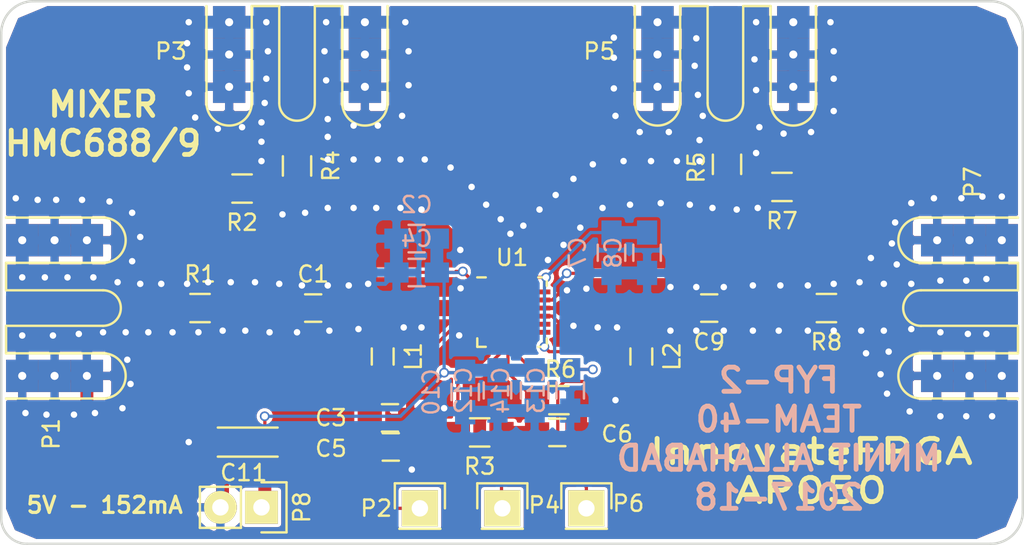
<source format=kicad_pcb>
(kicad_pcb (version 4) (host pcbnew 4.0.2+dfsg1-stable)

  (general
    (links 80)
    (no_connects 4)
    (area 129.324999 82.924999 192.675001 119.448333)
    (thickness 1.6)
    (drawings 13)
    (tracks 437)
    (zones 0)
    (modules 33)
    (nets 26)
  )

  (page A4)
  (layers
    (0 F.Cu signal)
    (31 B.Cu signal)
    (32 B.Adhes user)
    (33 F.Adhes user)
    (34 B.Paste user)
    (35 F.Paste user)
    (36 B.SilkS user)
    (37 F.SilkS user)
    (38 B.Mask user)
    (39 F.Mask user)
    (40 Dwgs.User user)
    (41 Cmts.User user)
    (42 Eco1.User user)
    (43 Eco2.User user)
    (44 Edge.Cuts user)
    (45 Margin user)
    (46 B.CrtYd user)
    (47 F.CrtYd user)
    (48 B.Fab user hide)
    (49 F.Fab user hide)
  )

  (setup
    (last_trace_width 0.25)
    (user_trace_width 0.8)
    (user_trace_width 1)
    (trace_clearance 0.2)
    (zone_clearance 0.508)
    (zone_45_only no)
    (trace_min 0.2)
    (segment_width 0.2)
    (edge_width 0.15)
    (via_size 0.6)
    (via_drill 0.4)
    (via_min_size 0.4)
    (via_min_drill 0.3)
    (user_via 0.4 0.3)
    (user_via 0.4 0.3)
    (uvia_size 0.3)
    (uvia_drill 0.1)
    (uvias_allowed no)
    (uvia_min_size 0.2)
    (uvia_min_drill 0.1)
    (pcb_text_width 0.3)
    (pcb_text_size 1.5 1.5)
    (mod_edge_width 0.15)
    (mod_text_size 1 1)
    (mod_text_width 0.15)
    (pad_size 1.524 1.524)
    (pad_drill 0.762)
    (pad_to_mask_clearance 0.2)
    (aux_axis_origin 0 0)
    (visible_elements FFFFFF7F)
    (pcbplotparams
      (layerselection 0x00030_80000001)
      (usegerberextensions false)
      (excludeedgelayer true)
      (linewidth 0.100000)
      (plotframeref false)
      (viasonmask false)
      (mode 1)
      (useauxorigin false)
      (hpglpennumber 1)
      (hpglpenspeed 20)
      (hpglpendiameter 15)
      (hpglpenoverlay 2)
      (psnegative false)
      (psa4output false)
      (plotreference true)
      (plotvalue true)
      (plotinvisibletext false)
      (padsonsilk false)
      (subtractmaskfromsilk false)
      (outputformat 1)
      (mirror false)
      (drillshape 1)
      (scaleselection 1)
      (outputdirectory ""))
  )

  (net 0 "")
  (net 1 "Net-(C1-Pad1)")
  (net 2 "Net-(C1-Pad2)")
  (net 3 +5V)
  (net 4 GND)
  (net 5 "Net-(C3-Pad1)")
  (net 6 "Net-(C6-Pad2)")
  (net 7 "Net-(C7-Pad1)")
  (net 8 "Net-(C9-Pad1)")
  (net 9 "Net-(C9-Pad2)")
  (net 10 "Net-(P1-Pad1)")
  (net 11 "Net-(P3-Pad1)")
  (net 12 "Net-(P5-Pad1)")
  (net 13 "Net-(P7-Pad1)")
  (net 14 "Net-(R2-Pad1)")
  (net 15 "Net-(R5-Pad2)")
  (net 16 "Net-(U1-Pad1)")
  (net 17 "Net-(U1-Pad6)")
  (net 18 "Net-(U1-Pad7)")
  (net 19 "Net-(U1-Pad11)")
  (net 20 "Net-(U1-Pad12)")
  (net 21 "Net-(U1-Pad13)")
  (net 22 "Net-(U1-Pad14)")
  (net 23 "Net-(U1-Pad18)")
  (net 24 "Net-(U1-Pad20)")
  (net 25 "Net-(U1-Pad23)")

  (net_class Default "This is the default net class."
    (clearance 0.2)
    (trace_width 0.25)
    (via_dia 0.6)
    (via_drill 0.4)
    (uvia_dia 0.3)
    (uvia_drill 0.1)
    (add_net +5V)
    (add_net GND)
    (add_net "Net-(C1-Pad1)")
    (add_net "Net-(C1-Pad2)")
    (add_net "Net-(C3-Pad1)")
    (add_net "Net-(C6-Pad2)")
    (add_net "Net-(C7-Pad1)")
    (add_net "Net-(C9-Pad1)")
    (add_net "Net-(C9-Pad2)")
    (add_net "Net-(P1-Pad1)")
    (add_net "Net-(P3-Pad1)")
    (add_net "Net-(P5-Pad1)")
    (add_net "Net-(P7-Pad1)")
    (add_net "Net-(R2-Pad1)")
    (add_net "Net-(R5-Pad2)")
    (add_net "Net-(U1-Pad1)")
    (add_net "Net-(U1-Pad11)")
    (add_net "Net-(U1-Pad12)")
    (add_net "Net-(U1-Pad13)")
    (add_net "Net-(U1-Pad14)")
    (add_net "Net-(U1-Pad18)")
    (add_net "Net-(U1-Pad20)")
    (add_net "Net-(U1-Pad23)")
    (add_net "Net-(U1-Pad6)")
    (add_net "Net-(U1-Pad7)")
  )

  (module Capacitors_SMD:C_0805_HandSoldering (layer F.Cu) (tedit 541A9B8D) (tstamp 5AC0BD04)
    (at 148.7 102)
    (descr "Capacitor SMD 0805, hand soldering")
    (tags "capacitor 0805")
    (path /5ABFD40F)
    (attr smd)
    (fp_text reference C1 (at 0 -2.1) (layer F.SilkS)
      (effects (font (size 1 1) (thickness 0.15)))
    )
    (fp_text value 1.5p (at 0 2.1) (layer F.Fab)
      (effects (font (size 1 1) (thickness 0.15)))
    )
    (fp_line (start -2.3 -1) (end 2.3 -1) (layer F.CrtYd) (width 0.05))
    (fp_line (start -2.3 1) (end 2.3 1) (layer F.CrtYd) (width 0.05))
    (fp_line (start -2.3 -1) (end -2.3 1) (layer F.CrtYd) (width 0.05))
    (fp_line (start 2.3 -1) (end 2.3 1) (layer F.CrtYd) (width 0.05))
    (fp_line (start 0.5 -0.85) (end -0.5 -0.85) (layer F.SilkS) (width 0.15))
    (fp_line (start -0.5 0.85) (end 0.5 0.85) (layer F.SilkS) (width 0.15))
    (pad 1 smd rect (at -1.25 0) (size 1.5 1.25) (layers F.Cu F.Paste F.Mask)
      (net 1 "Net-(C1-Pad1)"))
    (pad 2 smd rect (at 1.25 0) (size 1.5 1.25) (layers F.Cu F.Paste F.Mask)
      (net 2 "Net-(C1-Pad2)"))
    (model Capacitors_SMD.3dshapes/C_0805_HandSoldering.wrl
      (at (xyz 0 0 0))
      (scale (xyz 1 1 1))
      (rotate (xyz 0 0 0))
    )
  )

  (module Capacitors_SMD:C_0805_HandSoldering (layer B.Cu) (tedit 541A9B8D) (tstamp 5AC0BD10)
    (at 155.1 97.7 180)
    (descr "Capacitor SMD 0805, hand soldering")
    (tags "capacitor 0805")
    (path /5ABFEAEC)
    (attr smd)
    (fp_text reference C2 (at 0 2.1 180) (layer B.SilkS)
      (effects (font (size 1 1) (thickness 0.15)) (justify mirror))
    )
    (fp_text value 0.01u (at 0 -2.1 180) (layer B.Fab)
      (effects (font (size 1 1) (thickness 0.15)) (justify mirror))
    )
    (fp_line (start -2.3 1) (end 2.3 1) (layer B.CrtYd) (width 0.05))
    (fp_line (start -2.3 -1) (end 2.3 -1) (layer B.CrtYd) (width 0.05))
    (fp_line (start -2.3 1) (end -2.3 -1) (layer B.CrtYd) (width 0.05))
    (fp_line (start 2.3 1) (end 2.3 -1) (layer B.CrtYd) (width 0.05))
    (fp_line (start 0.5 0.85) (end -0.5 0.85) (layer B.SilkS) (width 0.15))
    (fp_line (start -0.5 -0.85) (end 0.5 -0.85) (layer B.SilkS) (width 0.15))
    (pad 1 smd rect (at -1.25 0 180) (size 1.5 1.25) (layers B.Cu B.Paste B.Mask)
      (net 3 +5V))
    (pad 2 smd rect (at 1.25 0 180) (size 1.5 1.25) (layers B.Cu B.Paste B.Mask)
      (net 4 GND))
    (model Capacitors_SMD.3dshapes/C_0805_HandSoldering.wrl
      (at (xyz 0 0 0))
      (scale (xyz 1 1 1))
      (rotate (xyz 0 0 0))
    )
  )

  (module Capacitors_SMD:C_0805_HandSoldering (layer F.Cu) (tedit 541A9B8D) (tstamp 5AC0BD1C)
    (at 153.45 108.8)
    (descr "Capacitor SMD 0805, hand soldering")
    (tags "capacitor 0805")
    (path /5ABFDD95)
    (attr smd)
    (fp_text reference C3 (at -3.65 0) (layer F.SilkS)
      (effects (font (size 1 1) (thickness 0.15)))
    )
    (fp_text value 22p (at 0 2.1) (layer F.Fab)
      (effects (font (size 1 1) (thickness 0.15)))
    )
    (fp_line (start -2.3 -1) (end 2.3 -1) (layer F.CrtYd) (width 0.05))
    (fp_line (start -2.3 1) (end 2.3 1) (layer F.CrtYd) (width 0.05))
    (fp_line (start -2.3 -1) (end -2.3 1) (layer F.CrtYd) (width 0.05))
    (fp_line (start 2.3 -1) (end 2.3 1) (layer F.CrtYd) (width 0.05))
    (fp_line (start 0.5 -0.85) (end -0.5 -0.85) (layer F.SilkS) (width 0.15))
    (fp_line (start -0.5 0.85) (end 0.5 0.85) (layer F.SilkS) (width 0.15))
    (pad 1 smd rect (at -1.25 0) (size 1.5 1.25) (layers F.Cu F.Paste F.Mask)
      (net 5 "Net-(C3-Pad1)"))
    (pad 2 smd rect (at 1.25 0) (size 1.5 1.25) (layers F.Cu F.Paste F.Mask)
      (net 4 GND))
    (model Capacitors_SMD.3dshapes/C_0805_HandSoldering.wrl
      (at (xyz 0 0 0))
      (scale (xyz 1 1 1))
      (rotate (xyz 0 0 0))
    )
  )

  (module Capacitors_SMD:C_0805_HandSoldering (layer B.Cu) (tedit 541A9B8D) (tstamp 5AC0BD28)
    (at 155.1 99.8 180)
    (descr "Capacitor SMD 0805, hand soldering")
    (tags "capacitor 0805")
    (path /5ABFEB4F)
    (attr smd)
    (fp_text reference C4 (at 0 2.1 180) (layer B.SilkS)
      (effects (font (size 1 1) (thickness 0.15)) (justify mirror))
    )
    (fp_text value 0.1u (at 0 -2.1 180) (layer B.Fab)
      (effects (font (size 1 1) (thickness 0.15)) (justify mirror))
    )
    (fp_line (start -2.3 1) (end 2.3 1) (layer B.CrtYd) (width 0.05))
    (fp_line (start -2.3 -1) (end 2.3 -1) (layer B.CrtYd) (width 0.05))
    (fp_line (start -2.3 1) (end -2.3 -1) (layer B.CrtYd) (width 0.05))
    (fp_line (start 2.3 1) (end 2.3 -1) (layer B.CrtYd) (width 0.05))
    (fp_line (start 0.5 0.85) (end -0.5 0.85) (layer B.SilkS) (width 0.15))
    (fp_line (start -0.5 -0.85) (end 0.5 -0.85) (layer B.SilkS) (width 0.15))
    (pad 1 smd rect (at -1.25 0 180) (size 1.5 1.25) (layers B.Cu B.Paste B.Mask)
      (net 3 +5V))
    (pad 2 smd rect (at 1.25 0 180) (size 1.5 1.25) (layers B.Cu B.Paste B.Mask)
      (net 4 GND))
    (model Capacitors_SMD.3dshapes/C_0805_HandSoldering.wrl
      (at (xyz 0 0 0))
      (scale (xyz 1 1 1))
      (rotate (xyz 0 0 0))
    )
  )

  (module Capacitors_SMD:C_0805_HandSoldering (layer F.Cu) (tedit 541A9B8D) (tstamp 5AC0BD34)
    (at 153.5 110.6)
    (descr "Capacitor SMD 0805, hand soldering")
    (tags "capacitor 0805")
    (path /5ABFDE68)
    (attr smd)
    (fp_text reference C5 (at -3.7 0.1) (layer F.SilkS)
      (effects (font (size 1 1) (thickness 0.15)))
    )
    (fp_text value 0.01u (at 0 2.1) (layer F.Fab)
      (effects (font (size 1 1) (thickness 0.15)))
    )
    (fp_line (start -2.3 -1) (end 2.3 -1) (layer F.CrtYd) (width 0.05))
    (fp_line (start -2.3 1) (end 2.3 1) (layer F.CrtYd) (width 0.05))
    (fp_line (start -2.3 -1) (end -2.3 1) (layer F.CrtYd) (width 0.05))
    (fp_line (start 2.3 -1) (end 2.3 1) (layer F.CrtYd) (width 0.05))
    (fp_line (start 0.5 -0.85) (end -0.5 -0.85) (layer F.SilkS) (width 0.15))
    (fp_line (start -0.5 0.85) (end 0.5 0.85) (layer F.SilkS) (width 0.15))
    (pad 1 smd rect (at -1.25 0) (size 1.5 1.25) (layers F.Cu F.Paste F.Mask)
      (net 5 "Net-(C3-Pad1)"))
    (pad 2 smd rect (at 1.25 0) (size 1.5 1.25) (layers F.Cu F.Paste F.Mask)
      (net 4 GND))
    (model Capacitors_SMD.3dshapes/C_0805_HandSoldering.wrl
      (at (xyz 0 0 0))
      (scale (xyz 1 1 1))
      (rotate (xyz 0 0 0))
    )
  )

  (module Capacitors_SMD:C_0805_HandSoldering (layer F.Cu) (tedit 541A9B8D) (tstamp 5AC0BD40)
    (at 163.8 109.7 180)
    (descr "Capacitor SMD 0805, hand soldering")
    (tags "capacitor 0805")
    (path /5ABFFEB6)
    (attr smd)
    (fp_text reference C6 (at -3.7 -0.1 180) (layer F.SilkS)
      (effects (font (size 1 1) (thickness 0.15)))
    )
    (fp_text value 22p (at 0 2.1 180) (layer F.Fab)
      (effects (font (size 1 1) (thickness 0.15)))
    )
    (fp_line (start -2.3 -1) (end 2.3 -1) (layer F.CrtYd) (width 0.05))
    (fp_line (start -2.3 1) (end 2.3 1) (layer F.CrtYd) (width 0.05))
    (fp_line (start -2.3 -1) (end -2.3 1) (layer F.CrtYd) (width 0.05))
    (fp_line (start 2.3 -1) (end 2.3 1) (layer F.CrtYd) (width 0.05))
    (fp_line (start 0.5 -0.85) (end -0.5 -0.85) (layer F.SilkS) (width 0.15))
    (fp_line (start -0.5 0.85) (end 0.5 0.85) (layer F.SilkS) (width 0.15))
    (pad 1 smd rect (at -1.25 0 180) (size 1.5 1.25) (layers F.Cu F.Paste F.Mask)
      (net 4 GND))
    (pad 2 smd rect (at 1.25 0 180) (size 1.5 1.25) (layers F.Cu F.Paste F.Mask)
      (net 6 "Net-(C6-Pad2)"))
    (model Capacitors_SMD.3dshapes/C_0805_HandSoldering.wrl
      (at (xyz 0 0 0))
      (scale (xyz 1 1 1))
      (rotate (xyz 0 0 0))
    )
  )

  (module Capacitors_SMD:C_0805_HandSoldering (layer B.Cu) (tedit 541A9B8D) (tstamp 5AC0BD4C)
    (at 167.154438 98.575246 270)
    (descr "Capacitor SMD 0805, hand soldering")
    (tags "capacitor 0805")
    (path /5AC0046C)
    (attr smd)
    (fp_text reference C7 (at 0 2.1 270) (layer B.SilkS)
      (effects (font (size 1 1) (thickness 0.15)) (justify mirror))
    )
    (fp_text value 0.1u (at 0 -2.1 270) (layer B.Fab)
      (effects (font (size 1 1) (thickness 0.15)) (justify mirror))
    )
    (fp_line (start -2.3 1) (end 2.3 1) (layer B.CrtYd) (width 0.05))
    (fp_line (start -2.3 -1) (end 2.3 -1) (layer B.CrtYd) (width 0.05))
    (fp_line (start -2.3 1) (end -2.3 -1) (layer B.CrtYd) (width 0.05))
    (fp_line (start 2.3 1) (end 2.3 -1) (layer B.CrtYd) (width 0.05))
    (fp_line (start 0.5 0.85) (end -0.5 0.85) (layer B.SilkS) (width 0.15))
    (fp_line (start -0.5 -0.85) (end 0.5 -0.85) (layer B.SilkS) (width 0.15))
    (pad 1 smd rect (at -1.25 0 270) (size 1.5 1.25) (layers B.Cu B.Paste B.Mask)
      (net 7 "Net-(C7-Pad1)"))
    (pad 2 smd rect (at 1.25 0 270) (size 1.5 1.25) (layers B.Cu B.Paste B.Mask)
      (net 4 GND))
    (model Capacitors_SMD.3dshapes/C_0805_HandSoldering.wrl
      (at (xyz 0 0 0))
      (scale (xyz 1 1 1))
      (rotate (xyz 0 0 0))
    )
  )

  (module Capacitors_SMD:C_0805_HandSoldering (layer B.Cu) (tedit 541A9B8D) (tstamp 5AC0BD58)
    (at 169.354438 98.575246 270)
    (descr "Capacitor SMD 0805, hand soldering")
    (tags "capacitor 0805")
    (path /5AC00466)
    (attr smd)
    (fp_text reference C8 (at 0 2.1 270) (layer B.SilkS)
      (effects (font (size 1 1) (thickness 0.15)) (justify mirror))
    )
    (fp_text value 0.01u (at 0 -2.1 270) (layer B.Fab)
      (effects (font (size 1 1) (thickness 0.15)) (justify mirror))
    )
    (fp_line (start -2.3 1) (end 2.3 1) (layer B.CrtYd) (width 0.05))
    (fp_line (start -2.3 -1) (end 2.3 -1) (layer B.CrtYd) (width 0.05))
    (fp_line (start -2.3 1) (end -2.3 -1) (layer B.CrtYd) (width 0.05))
    (fp_line (start 2.3 1) (end 2.3 -1) (layer B.CrtYd) (width 0.05))
    (fp_line (start 0.5 0.85) (end -0.5 0.85) (layer B.SilkS) (width 0.15))
    (fp_line (start -0.5 -0.85) (end 0.5 -0.85) (layer B.SilkS) (width 0.15))
    (pad 1 smd rect (at -1.25 0 270) (size 1.5 1.25) (layers B.Cu B.Paste B.Mask)
      (net 7 "Net-(C7-Pad1)"))
    (pad 2 smd rect (at 1.25 0 270) (size 1.5 1.25) (layers B.Cu B.Paste B.Mask)
      (net 4 GND))
    (model Capacitors_SMD.3dshapes/C_0805_HandSoldering.wrl
      (at (xyz 0 0 0))
      (scale (xyz 1 1 1))
      (rotate (xyz 0 0 0))
    )
  )

  (module Capacitors_SMD:C_0805_HandSoldering (layer F.Cu) (tedit 541A9B8D) (tstamp 5AC0BD64)
    (at 173.2 102 180)
    (descr "Capacitor SMD 0805, hand soldering")
    (tags "capacitor 0805")
    (path /5ABFCC42)
    (attr smd)
    (fp_text reference C9 (at 0 -2.1 180) (layer F.SilkS)
      (effects (font (size 1 1) (thickness 0.15)))
    )
    (fp_text value 1.5p (at 0 2.1 180) (layer F.Fab)
      (effects (font (size 1 1) (thickness 0.15)))
    )
    (fp_line (start -2.3 -1) (end 2.3 -1) (layer F.CrtYd) (width 0.05))
    (fp_line (start -2.3 1) (end 2.3 1) (layer F.CrtYd) (width 0.05))
    (fp_line (start -2.3 -1) (end -2.3 1) (layer F.CrtYd) (width 0.05))
    (fp_line (start 2.3 -1) (end 2.3 1) (layer F.CrtYd) (width 0.05))
    (fp_line (start 0.5 -0.85) (end -0.5 -0.85) (layer F.SilkS) (width 0.15))
    (fp_line (start -0.5 0.85) (end 0.5 0.85) (layer F.SilkS) (width 0.15))
    (pad 1 smd rect (at -1.25 0 180) (size 1.5 1.25) (layers F.Cu F.Paste F.Mask)
      (net 8 "Net-(C9-Pad1)"))
    (pad 2 smd rect (at 1.25 0 180) (size 1.5 1.25) (layers F.Cu F.Paste F.Mask)
      (net 9 "Net-(C9-Pad2)"))
    (model Capacitors_SMD.3dshapes/C_0805_HandSoldering.wrl
      (at (xyz 0 0 0))
      (scale (xyz 1 1 1))
      (rotate (xyz 0 0 0))
    )
  )

  (module Capacitors_SMD:C_0805_HandSoldering (layer B.Cu) (tedit 541A9B8D) (tstamp 5AC0BD70)
    (at 158.1 107.2 270)
    (descr "Capacitor SMD 0805, hand soldering")
    (tags "capacitor 0805")
    (path /5ABFF4A7)
    (attr smd)
    (fp_text reference C10 (at 0 2.1 270) (layer B.SilkS)
      (effects (font (size 1 1) (thickness 0.15)) (justify mirror))
    )
    (fp_text value 0.1u (at 0 -2.1 270) (layer B.Fab)
      (effects (font (size 1 1) (thickness 0.15)) (justify mirror))
    )
    (fp_line (start -2.3 1) (end 2.3 1) (layer B.CrtYd) (width 0.05))
    (fp_line (start -2.3 -1) (end 2.3 -1) (layer B.CrtYd) (width 0.05))
    (fp_line (start -2.3 1) (end -2.3 -1) (layer B.CrtYd) (width 0.05))
    (fp_line (start 2.3 1) (end 2.3 -1) (layer B.CrtYd) (width 0.05))
    (fp_line (start 0.5 0.85) (end -0.5 0.85) (layer B.SilkS) (width 0.15))
    (fp_line (start -0.5 -0.85) (end 0.5 -0.85) (layer B.SilkS) (width 0.15))
    (pad 1 smd rect (at -1.25 0 270) (size 1.5 1.25) (layers B.Cu B.Paste B.Mask)
      (net 3 +5V))
    (pad 2 smd rect (at 1.25 0 270) (size 1.5 1.25) (layers B.Cu B.Paste B.Mask)
      (net 4 GND))
    (model Capacitors_SMD.3dshapes/C_0805_HandSoldering.wrl
      (at (xyz 0 0 0))
      (scale (xyz 1 1 1))
      (rotate (xyz 0 0 0))
    )
  )

  (module Capacitors_Tantalum_SMD:TantalC_SizeA_EIA-3216_Reflow (layer F.Cu) (tedit 555EF642) (tstamp 5AC0BD7C)
    (at 144.4 110.3 180)
    (descr "Tantal Cap. , Size A, EIA-3216, Reflow")
    (tags "Tantal Capacitor Size-A EIA-3216 reflow")
    (path /5ABFF1F5)
    (attr smd)
    (fp_text reference C11 (at 0 -1.9 180) (layer F.SilkS)
      (effects (font (size 1 1) (thickness 0.15)))
    )
    (fp_text value 4.7u (at 0 2.1 180) (layer F.Fab)
      (effects (font (size 1 1) (thickness 0.15)))
    )
    (fp_line (start 1.6 0.9) (end -2.1 0.9) (layer F.SilkS) (width 0.15))
    (fp_line (start 1.6 -0.9) (end -2.1 -0.9) (layer F.SilkS) (width 0.15))
    (fp_line (start -2.5 1.2) (end 2.5 1.2) (layer F.CrtYd) (width 0.05))
    (fp_line (start 2.5 1.2) (end 2.5 -1.2) (layer F.CrtYd) (width 0.05))
    (fp_line (start 2.5 -1.2) (end -2.5 -1.2) (layer F.CrtYd) (width 0.05))
    (fp_line (start -2.5 -1.2) (end -2.5 1.2) (layer F.CrtYd) (width 0.05))
    (pad 2 smd rect (at 1.31 0 180) (size 1.8 1.23) (layers F.Cu F.Paste F.Mask)
      (net 4 GND))
    (pad 1 smd rect (at -1.31 0 180) (size 1.8 1.23) (layers F.Cu F.Paste F.Mask)
      (net 3 +5V))
    (model Capacitors_Tantalum_SMD.3dshapes/TantalC_SizeA_EIA-3216_Reflow.wrl
      (at (xyz 0 0 0))
      (scale (xyz 1 1 1))
      (rotate (xyz 0 0 180))
    )
  )

  (module Capacitors_SMD:C_0805_HandSoldering (layer B.Cu) (tedit 541A9B8D) (tstamp 5AC0BD88)
    (at 160.1 107.1 270)
    (descr "Capacitor SMD 0805, hand soldering")
    (tags "capacitor 0805")
    (path /5ABFF25B)
    (attr smd)
    (fp_text reference C12 (at 0 2.1 270) (layer B.SilkS)
      (effects (font (size 1 1) (thickness 0.15)) (justify mirror))
    )
    (fp_text value 0.1u (at 0 -2.1 270) (layer B.Fab)
      (effects (font (size 1 1) (thickness 0.15)) (justify mirror))
    )
    (fp_line (start -2.3 1) (end 2.3 1) (layer B.CrtYd) (width 0.05))
    (fp_line (start -2.3 -1) (end 2.3 -1) (layer B.CrtYd) (width 0.05))
    (fp_line (start -2.3 1) (end -2.3 -1) (layer B.CrtYd) (width 0.05))
    (fp_line (start 2.3 1) (end 2.3 -1) (layer B.CrtYd) (width 0.05))
    (fp_line (start 0.5 0.85) (end -0.5 0.85) (layer B.SilkS) (width 0.15))
    (fp_line (start -0.5 -0.85) (end 0.5 -0.85) (layer B.SilkS) (width 0.15))
    (pad 1 smd rect (at -1.25 0 270) (size 1.5 1.25) (layers B.Cu B.Paste B.Mask)
      (net 3 +5V))
    (pad 2 smd rect (at 1.25 0 270) (size 1.5 1.25) (layers B.Cu B.Paste B.Mask)
      (net 4 GND))
    (model Capacitors_SMD.3dshapes/C_0805_HandSoldering.wrl
      (at (xyz 0 0 0))
      (scale (xyz 1 1 1))
      (rotate (xyz 0 0 0))
    )
  )

  (module Capacitors_SMD:C_0805_HandSoldering (layer B.Cu) (tedit 541A9B8D) (tstamp 5AC0BD94)
    (at 164.6 107.1 270)
    (descr "Capacitor SMD 0805, hand soldering")
    (tags "capacitor 0805")
    (path /5ABFF2A6)
    (attr smd)
    (fp_text reference C13 (at 0 2.1 270) (layer B.SilkS)
      (effects (font (size 1 1) (thickness 0.15)) (justify mirror))
    )
    (fp_text value 0.01u (at 0 -2.1 270) (layer B.Fab)
      (effects (font (size 1 1) (thickness 0.15)) (justify mirror))
    )
    (fp_line (start -2.3 1) (end 2.3 1) (layer B.CrtYd) (width 0.05))
    (fp_line (start -2.3 -1) (end 2.3 -1) (layer B.CrtYd) (width 0.05))
    (fp_line (start -2.3 1) (end -2.3 -1) (layer B.CrtYd) (width 0.05))
    (fp_line (start 2.3 1) (end 2.3 -1) (layer B.CrtYd) (width 0.05))
    (fp_line (start 0.5 0.85) (end -0.5 0.85) (layer B.SilkS) (width 0.15))
    (fp_line (start -0.5 -0.85) (end 0.5 -0.85) (layer B.SilkS) (width 0.15))
    (pad 1 smd rect (at -1.25 0 270) (size 1.5 1.25) (layers B.Cu B.Paste B.Mask)
      (net 3 +5V))
    (pad 2 smd rect (at 1.25 0 270) (size 1.5 1.25) (layers B.Cu B.Paste B.Mask)
      (net 4 GND))
    (model Capacitors_SMD.3dshapes/C_0805_HandSoldering.wrl
      (at (xyz 0 0 0))
      (scale (xyz 1 1 1))
      (rotate (xyz 0 0 0))
    )
  )

  (module Capacitors_SMD:C_0805_HandSoldering (layer B.Cu) (tedit 541A9B8D) (tstamp 5AC0BDA0)
    (at 162.4 107.1 270)
    (descr "Capacitor SMD 0805, hand soldering")
    (tags "capacitor 0805")
    (path /5AC01686)
    (attr smd)
    (fp_text reference C14 (at 0 2.1 270) (layer B.SilkS)
      (effects (font (size 1 1) (thickness 0.15)) (justify mirror))
    )
    (fp_text value 0.01u (at 0 -2.1 270) (layer B.Fab)
      (effects (font (size 1 1) (thickness 0.15)) (justify mirror))
    )
    (fp_line (start -2.3 1) (end 2.3 1) (layer B.CrtYd) (width 0.05))
    (fp_line (start -2.3 -1) (end 2.3 -1) (layer B.CrtYd) (width 0.05))
    (fp_line (start -2.3 1) (end -2.3 -1) (layer B.CrtYd) (width 0.05))
    (fp_line (start 2.3 1) (end 2.3 -1) (layer B.CrtYd) (width 0.05))
    (fp_line (start 0.5 0.85) (end -0.5 0.85) (layer B.SilkS) (width 0.15))
    (fp_line (start -0.5 -0.85) (end 0.5 -0.85) (layer B.SilkS) (width 0.15))
    (pad 1 smd rect (at -1.25 0 270) (size 1.5 1.25) (layers B.Cu B.Paste B.Mask)
      (net 3 +5V))
    (pad 2 smd rect (at 1.25 0 270) (size 1.5 1.25) (layers B.Cu B.Paste B.Mask)
      (net 4 GND))
    (model Capacitors_SMD.3dshapes/C_0805_HandSoldering.wrl
      (at (xyz 0 0 0))
      (scale (xyz 1 1 1))
      (rotate (xyz 0 0 0))
    )
  )

  (module Resistors_SMD:R_0603_HandSoldering (layer F.Cu) (tedit 5418A00F) (tstamp 5AC0BDAC)
    (at 153 105 270)
    (descr "Resistor SMD 0603, hand soldering")
    (tags "resistor 0603")
    (path /5ABFD415)
    (attr smd)
    (fp_text reference L1 (at 0 -1.9 270) (layer F.SilkS)
      (effects (font (size 1 1) (thickness 0.15)))
    )
    (fp_text value 6.8n (at 0 1.9 270) (layer F.Fab)
      (effects (font (size 1 1) (thickness 0.15)))
    )
    (fp_line (start -2 -0.8) (end 2 -0.8) (layer F.CrtYd) (width 0.05))
    (fp_line (start -2 0.8) (end 2 0.8) (layer F.CrtYd) (width 0.05))
    (fp_line (start -2 -0.8) (end -2 0.8) (layer F.CrtYd) (width 0.05))
    (fp_line (start 2 -0.8) (end 2 0.8) (layer F.CrtYd) (width 0.05))
    (fp_line (start 0.5 0.675) (end -0.5 0.675) (layer F.SilkS) (width 0.15))
    (fp_line (start -0.5 -0.675) (end 0.5 -0.675) (layer F.SilkS) (width 0.15))
    (pad 1 smd rect (at -1.1 0 270) (size 1.2 0.9) (layers F.Cu F.Paste F.Mask)
      (net 2 "Net-(C1-Pad2)"))
    (pad 2 smd rect (at 1.1 0 270) (size 1.2 0.9) (layers F.Cu F.Paste F.Mask)
      (net 4 GND))
    (model Resistors_SMD.3dshapes/R_0603_HandSoldering.wrl
      (at (xyz 0 0 0))
      (scale (xyz 1 1 1))
      (rotate (xyz 0 0 0))
    )
  )

  (module Resistors_SMD:R_0603_HandSoldering (layer F.Cu) (tedit 5418A00F) (tstamp 5AC0BDB8)
    (at 169 105 270)
    (descr "Resistor SMD 0603, hand soldering")
    (tags "resistor 0603")
    (path /5ABFCC77)
    (attr smd)
    (fp_text reference L2 (at 0 -1.9 270) (layer F.SilkS)
      (effects (font (size 1 1) (thickness 0.15)))
    )
    (fp_text value 6.8n (at 0 1.9 270) (layer F.Fab)
      (effects (font (size 1 1) (thickness 0.15)))
    )
    (fp_line (start -2 -0.8) (end 2 -0.8) (layer F.CrtYd) (width 0.05))
    (fp_line (start -2 0.8) (end 2 0.8) (layer F.CrtYd) (width 0.05))
    (fp_line (start -2 -0.8) (end -2 0.8) (layer F.CrtYd) (width 0.05))
    (fp_line (start 2 -0.8) (end 2 0.8) (layer F.CrtYd) (width 0.05))
    (fp_line (start 0.5 0.675) (end -0.5 0.675) (layer F.SilkS) (width 0.15))
    (fp_line (start -0.5 -0.675) (end 0.5 -0.675) (layer F.SilkS) (width 0.15))
    (pad 1 smd rect (at -1.1 0 270) (size 1.2 0.9) (layers F.Cu F.Paste F.Mask)
      (net 9 "Net-(C9-Pad2)"))
    (pad 2 smd rect (at 1.1 0 270) (size 1.2 0.9) (layers F.Cu F.Paste F.Mask)
      (net 4 GND))
    (model Resistors_SMD.3dshapes/R_0603_HandSoldering.wrl
      (at (xyz 0 0 0))
      (scale (xyz 1 1 1))
      (rotate (xyz 0 0 0))
    )
  )

  (module DAQ:SMA (layer F.Cu) (tedit 5ABB7DF9) (tstamp 5AC0BDCE)
    (at 131.7 102 90)
    (path /5ABFD402)
    (fp_text reference P1 (at -7.8 0.8 90) (layer F.SilkS)
      (effects (font (size 1 1) (thickness 0.15)))
    )
    (fp_text value RF_IN (at 7.3 1.2 90) (layer F.Fab)
      (effects (font (size 1 1) (thickness 0.15)))
    )
    (fp_arc (start 4.2 4) (end 5.6 4) (angle 180) (layer F.SilkS) (width 0.15))
    (fp_line (start 2.8 -2) (end 2.8 4) (layer F.SilkS) (width 0.15))
    (fp_line (start 1.1 -2) (end 2.8 -2) (layer F.SilkS) (width 0.15))
    (fp_line (start 1.1 4) (end 1.1 -2) (layer F.SilkS) (width 0.15))
    (fp_arc (start 0 4) (end 1.1 4) (angle 180) (layer F.SilkS) (width 0.15))
    (fp_line (start -1.1 -2) (end -1.1 4) (layer F.SilkS) (width 0.15))
    (fp_line (start -2.8 -2) (end -1.1 -2) (layer F.SilkS) (width 0.15))
    (fp_line (start -2.8 4) (end -2.8 -2) (layer F.SilkS) (width 0.15))
    (fp_arc (start -4.2 4) (end -2.8 4) (angle 180) (layer F.SilkS) (width 0.15))
    (fp_line (start 5.6 -2) (end 5.6 4) (layer F.SilkS) (width 0.15))
    (fp_line (start -5.6 -2) (end -5.6 4) (layer F.SilkS) (width 0.15))
    (pad 2 thru_hole rect (at -4.2 -1 90) (size 2 2) (drill 0.5) (layers *.Cu *.Paste *.Mask)
      (net 4 GND))
    (pad 2 thru_hole rect (at -4.2 1 90) (size 2 2) (drill 0.5) (layers *.Cu *.Paste *.Mask)
      (net 4 GND))
    (pad 2 thru_hole rect (at -4.2 3 90) (size 2 2) (drill 0.5) (layers *.Cu *.Paste *.Mask)
      (net 4 GND))
    (pad 2 thru_hole rect (at 4.2 -1 90) (size 2 2) (drill 0.5) (layers *.Cu *.Paste *.Mask)
      (net 4 GND))
    (pad 2 thru_hole rect (at 4.2 1 90) (size 2 2) (drill 0.5) (layers *.Cu *.Paste *.Mask)
      (net 4 GND))
    (pad 2 thru_hole rect (at 4.2 3 90) (size 2 2) (drill 0.5) (layers *.Cu *.Paste *.Mask)
      (net 4 GND))
    (pad 1 smd rect (at 0 1 90) (size 1.5 6) (layers F.Cu F.Paste F.Mask)
      (net 10 "Net-(P1-Pad1)"))
    (model "../../../../../media/subha/Study Materials/Git/Microwave_Sensor_FYP2/KiCAD_PCB_Design/DAQ/SMA_Board_Edge_Molex_732511150.wrl"
      (at (xyz 0 0.075 0))
      (scale (xyz 0.4 0.4 0.4))
      (rotate (xyz 0 0 180))
    )
  )

  (module Pin_Headers:Pin_Header_Straight_1x01 (layer F.Cu) (tedit 54EA08DC) (tstamp 5AC0BDDB)
    (at 155.3 114.4)
    (descr "Through hole pin header")
    (tags "pin header")
    (path /5ABFDB82)
    (fp_text reference P2 (at -2.7 0) (layer F.SilkS)
      (effects (font (size 1 1) (thickness 0.15)))
    )
    (fp_text value TAP (at 0 -3.1) (layer F.Fab)
      (effects (font (size 1 1) (thickness 0.15)))
    )
    (fp_line (start 1.55 -1.55) (end 1.55 0) (layer F.SilkS) (width 0.15))
    (fp_line (start -1.75 -1.75) (end -1.75 1.75) (layer F.CrtYd) (width 0.05))
    (fp_line (start 1.75 -1.75) (end 1.75 1.75) (layer F.CrtYd) (width 0.05))
    (fp_line (start -1.75 -1.75) (end 1.75 -1.75) (layer F.CrtYd) (width 0.05))
    (fp_line (start -1.75 1.75) (end 1.75 1.75) (layer F.CrtYd) (width 0.05))
    (fp_line (start -1.55 0) (end -1.55 -1.55) (layer F.SilkS) (width 0.15))
    (fp_line (start -1.55 -1.55) (end 1.55 -1.55) (layer F.SilkS) (width 0.15))
    (fp_line (start -1.27 1.27) (end 1.27 1.27) (layer F.SilkS) (width 0.15))
    (pad 1 thru_hole rect (at 0 0) (size 2.2352 2.2352) (drill 1.016) (layers *.Cu *.Mask F.SilkS)
      (net 5 "Net-(C3-Pad1)"))
    (model Pin_Headers.3dshapes/Pin_Header_Straight_1x01.wrl
      (at (xyz 0 0 0))
      (scale (xyz 1 1 1))
      (rotate (xyz 0 0 90))
    )
  )

  (module DAQ:SMA (layer F.Cu) (tedit 5ABB7DF9) (tstamp 5AC0BDF1)
    (at 147.7 85.3)
    (path /5ABFBD34)
    (fp_text reference P3 (at -7.8 0.8) (layer F.SilkS)
      (effects (font (size 1 1) (thickness 0.15)))
    )
    (fp_text value IFP_OUT (at 7.3 1.2) (layer F.Fab)
      (effects (font (size 1 1) (thickness 0.15)))
    )
    (fp_arc (start 4.2 4) (end 5.6 4) (angle 180) (layer F.SilkS) (width 0.15))
    (fp_line (start 2.8 -2) (end 2.8 4) (layer F.SilkS) (width 0.15))
    (fp_line (start 1.1 -2) (end 2.8 -2) (layer F.SilkS) (width 0.15))
    (fp_line (start 1.1 4) (end 1.1 -2) (layer F.SilkS) (width 0.15))
    (fp_arc (start 0 4) (end 1.1 4) (angle 180) (layer F.SilkS) (width 0.15))
    (fp_line (start -1.1 -2) (end -1.1 4) (layer F.SilkS) (width 0.15))
    (fp_line (start -2.8 -2) (end -1.1 -2) (layer F.SilkS) (width 0.15))
    (fp_line (start -2.8 4) (end -2.8 -2) (layer F.SilkS) (width 0.15))
    (fp_arc (start -4.2 4) (end -2.8 4) (angle 180) (layer F.SilkS) (width 0.15))
    (fp_line (start 5.6 -2) (end 5.6 4) (layer F.SilkS) (width 0.15))
    (fp_line (start -5.6 -2) (end -5.6 4) (layer F.SilkS) (width 0.15))
    (pad 2 thru_hole rect (at -4.2 -1) (size 2 2) (drill 0.5) (layers *.Cu *.Paste *.Mask)
      (net 4 GND))
    (pad 2 thru_hole rect (at -4.2 1) (size 2 2) (drill 0.5) (layers *.Cu *.Paste *.Mask)
      (net 4 GND))
    (pad 2 thru_hole rect (at -4.2 3) (size 2 2) (drill 0.5) (layers *.Cu *.Paste *.Mask)
      (net 4 GND))
    (pad 2 thru_hole rect (at 4.2 -1) (size 2 2) (drill 0.5) (layers *.Cu *.Paste *.Mask)
      (net 4 GND))
    (pad 2 thru_hole rect (at 4.2 1) (size 2 2) (drill 0.5) (layers *.Cu *.Paste *.Mask)
      (net 4 GND))
    (pad 2 thru_hole rect (at 4.2 3) (size 2 2) (drill 0.5) (layers *.Cu *.Paste *.Mask)
      (net 4 GND))
    (pad 1 smd rect (at 0 1) (size 1.5 6) (layers F.Cu F.Paste F.Mask)
      (net 11 "Net-(P3-Pad1)"))
    (model "../../../../../media/subha/Study Materials/Git/Microwave_Sensor_FYP2/KiCAD_PCB_Design/DAQ/SMA_Board_Edge_Molex_732511150.wrl"
      (at (xyz 0 0.075 0))
      (scale (xyz 0.4 0.4 0.4))
      (rotate (xyz 0 0 180))
    )
  )

  (module Pin_Headers:Pin_Header_Straight_1x01 (layer F.Cu) (tedit 54EA08DC) (tstamp 5AC0BDFE)
    (at 160.4 114.4)
    (descr "Through hole pin header")
    (tags "pin header")
    (path /5ABFE450)
    (fp_text reference P4 (at 2.6 -0.2) (layer F.SilkS)
      (effects (font (size 1 1) (thickness 0.15)))
    )
    (fp_text value LO_BIAS (at 0 -3.1) (layer F.Fab)
      (effects (font (size 1 1) (thickness 0.15)))
    )
    (fp_line (start 1.55 -1.55) (end 1.55 0) (layer F.SilkS) (width 0.15))
    (fp_line (start -1.75 -1.75) (end -1.75 1.75) (layer F.CrtYd) (width 0.05))
    (fp_line (start 1.75 -1.75) (end 1.75 1.75) (layer F.CrtYd) (width 0.05))
    (fp_line (start -1.75 -1.75) (end 1.75 -1.75) (layer F.CrtYd) (width 0.05))
    (fp_line (start -1.75 1.75) (end 1.75 1.75) (layer F.CrtYd) (width 0.05))
    (fp_line (start -1.55 0) (end -1.55 -1.55) (layer F.SilkS) (width 0.15))
    (fp_line (start -1.55 -1.55) (end 1.55 -1.55) (layer F.SilkS) (width 0.15))
    (fp_line (start -1.27 1.27) (end 1.27 1.27) (layer F.SilkS) (width 0.15))
    (pad 1 thru_hole rect (at 0 0) (size 2.2352 2.2352) (drill 1.016) (layers *.Cu *.Mask F.SilkS)
      (net 6 "Net-(C6-Pad2)"))
    (model Pin_Headers.3dshapes/Pin_Header_Straight_1x01.wrl
      (at (xyz 0 0 0))
      (scale (xyz 1 1 1))
      (rotate (xyz 0 0 90))
    )
  )

  (module DAQ:SMA (layer F.Cu) (tedit 5ABB7DF9) (tstamp 5AC0BE14)
    (at 174.2 85.3)
    (path /5ABFBD8D)
    (fp_text reference P5 (at -7.8 0.8) (layer F.SilkS)
      (effects (font (size 1 1) (thickness 0.15)))
    )
    (fp_text value IFN_OUT (at 7.3 1.2) (layer F.Fab)
      (effects (font (size 1 1) (thickness 0.15)))
    )
    (fp_arc (start 4.2 4) (end 5.6 4) (angle 180) (layer F.SilkS) (width 0.15))
    (fp_line (start 2.8 -2) (end 2.8 4) (layer F.SilkS) (width 0.15))
    (fp_line (start 1.1 -2) (end 2.8 -2) (layer F.SilkS) (width 0.15))
    (fp_line (start 1.1 4) (end 1.1 -2) (layer F.SilkS) (width 0.15))
    (fp_arc (start 0 4) (end 1.1 4) (angle 180) (layer F.SilkS) (width 0.15))
    (fp_line (start -1.1 -2) (end -1.1 4) (layer F.SilkS) (width 0.15))
    (fp_line (start -2.8 -2) (end -1.1 -2) (layer F.SilkS) (width 0.15))
    (fp_line (start -2.8 4) (end -2.8 -2) (layer F.SilkS) (width 0.15))
    (fp_arc (start -4.2 4) (end -2.8 4) (angle 180) (layer F.SilkS) (width 0.15))
    (fp_line (start 5.6 -2) (end 5.6 4) (layer F.SilkS) (width 0.15))
    (fp_line (start -5.6 -2) (end -5.6 4) (layer F.SilkS) (width 0.15))
    (pad 2 thru_hole rect (at -4.2 -1) (size 2 2) (drill 0.5) (layers *.Cu *.Paste *.Mask)
      (net 4 GND))
    (pad 2 thru_hole rect (at -4.2 1) (size 2 2) (drill 0.5) (layers *.Cu *.Paste *.Mask)
      (net 4 GND))
    (pad 2 thru_hole rect (at -4.2 3) (size 2 2) (drill 0.5) (layers *.Cu *.Paste *.Mask)
      (net 4 GND))
    (pad 2 thru_hole rect (at 4.2 -1) (size 2 2) (drill 0.5) (layers *.Cu *.Paste *.Mask)
      (net 4 GND))
    (pad 2 thru_hole rect (at 4.2 1) (size 2 2) (drill 0.5) (layers *.Cu *.Paste *.Mask)
      (net 4 GND))
    (pad 2 thru_hole rect (at 4.2 3) (size 2 2) (drill 0.5) (layers *.Cu *.Paste *.Mask)
      (net 4 GND))
    (pad 1 smd rect (at 0 1) (size 1.5 6) (layers F.Cu F.Paste F.Mask)
      (net 12 "Net-(P5-Pad1)"))
    (model "../../../../../media/subha/Study Materials/Git/Microwave_Sensor_FYP2/KiCAD_PCB_Design/DAQ/SMA_Board_Edge_Molex_732511150.wrl"
      (at (xyz 0 0.075 0))
      (scale (xyz 0.4 0.4 0.4))
      (rotate (xyz 0 0 180))
    )
  )

  (module Pin_Headers:Pin_Header_Straight_1x01 (layer F.Cu) (tedit 54EA08DC) (tstamp 5AC0BE21)
    (at 165.6 114.4)
    (descr "Through hole pin header")
    (tags "pin header")
    (path /5AC00880)
    (fp_text reference P6 (at 2.6 -0.3) (layer F.SilkS)
      (effects (font (size 1 1) (thickness 0.15)))
    )
    (fp_text value G_BIAS (at 0 -3.1) (layer F.Fab)
      (effects (font (size 1 1) (thickness 0.15)))
    )
    (fp_line (start 1.55 -1.55) (end 1.55 0) (layer F.SilkS) (width 0.15))
    (fp_line (start -1.75 -1.75) (end -1.75 1.75) (layer F.CrtYd) (width 0.05))
    (fp_line (start 1.75 -1.75) (end 1.75 1.75) (layer F.CrtYd) (width 0.05))
    (fp_line (start -1.75 -1.75) (end 1.75 -1.75) (layer F.CrtYd) (width 0.05))
    (fp_line (start -1.75 1.75) (end 1.75 1.75) (layer F.CrtYd) (width 0.05))
    (fp_line (start -1.55 0) (end -1.55 -1.55) (layer F.SilkS) (width 0.15))
    (fp_line (start -1.55 -1.55) (end 1.55 -1.55) (layer F.SilkS) (width 0.15))
    (fp_line (start -1.27 1.27) (end 1.27 1.27) (layer F.SilkS) (width 0.15))
    (pad 1 thru_hole rect (at 0 0) (size 2.2352 2.2352) (drill 1.016) (layers *.Cu *.Mask F.SilkS)
      (net 7 "Net-(C7-Pad1)"))
    (model Pin_Headers.3dshapes/Pin_Header_Straight_1x01.wrl
      (at (xyz 0 0 0))
      (scale (xyz 1 1 1))
      (rotate (xyz 0 0 90))
    )
  )

  (module DAQ:SMA (layer F.Cu) (tedit 5ABB7DF9) (tstamp 5AC0BE37)
    (at 190.3 102 270)
    (path /5ABFC77A)
    (fp_text reference P7 (at -7.8 0.8 270) (layer F.SilkS)
      (effects (font (size 1 1) (thickness 0.15)))
    )
    (fp_text value LO_IN (at 7.3 1.2 270) (layer F.Fab)
      (effects (font (size 1 1) (thickness 0.15)))
    )
    (fp_arc (start 4.2 4) (end 5.6 4) (angle 180) (layer F.SilkS) (width 0.15))
    (fp_line (start 2.8 -2) (end 2.8 4) (layer F.SilkS) (width 0.15))
    (fp_line (start 1.1 -2) (end 2.8 -2) (layer F.SilkS) (width 0.15))
    (fp_line (start 1.1 4) (end 1.1 -2) (layer F.SilkS) (width 0.15))
    (fp_arc (start 0 4) (end 1.1 4) (angle 180) (layer F.SilkS) (width 0.15))
    (fp_line (start -1.1 -2) (end -1.1 4) (layer F.SilkS) (width 0.15))
    (fp_line (start -2.8 -2) (end -1.1 -2) (layer F.SilkS) (width 0.15))
    (fp_line (start -2.8 4) (end -2.8 -2) (layer F.SilkS) (width 0.15))
    (fp_arc (start -4.2 4) (end -2.8 4) (angle 180) (layer F.SilkS) (width 0.15))
    (fp_line (start 5.6 -2) (end 5.6 4) (layer F.SilkS) (width 0.15))
    (fp_line (start -5.6 -2) (end -5.6 4) (layer F.SilkS) (width 0.15))
    (pad 2 thru_hole rect (at -4.2 -1 270) (size 2 2) (drill 0.5) (layers *.Cu *.Paste *.Mask)
      (net 4 GND))
    (pad 2 thru_hole rect (at -4.2 1 270) (size 2 2) (drill 0.5) (layers *.Cu *.Paste *.Mask)
      (net 4 GND))
    (pad 2 thru_hole rect (at -4.2 3 270) (size 2 2) (drill 0.5) (layers *.Cu *.Paste *.Mask)
      (net 4 GND))
    (pad 2 thru_hole rect (at 4.2 -1 270) (size 2 2) (drill 0.5) (layers *.Cu *.Paste *.Mask)
      (net 4 GND))
    (pad 2 thru_hole rect (at 4.2 1 270) (size 2 2) (drill 0.5) (layers *.Cu *.Paste *.Mask)
      (net 4 GND))
    (pad 2 thru_hole rect (at 4.2 3 270) (size 2 2) (drill 0.5) (layers *.Cu *.Paste *.Mask)
      (net 4 GND))
    (pad 1 smd rect (at 0 1 270) (size 1.5 6) (layers F.Cu F.Paste F.Mask)
      (net 13 "Net-(P7-Pad1)"))
    (model "../../../../../media/subha/Study Materials/Git/Microwave_Sensor_FYP2/KiCAD_PCB_Design/DAQ/SMA_Board_Edge_Molex_732511150.wrl"
      (at (xyz 0 0.075 0))
      (scale (xyz 0.4 0.4 0.4))
      (rotate (xyz 0 0 180))
    )
  )

  (module Pin_Headers:Pin_Header_Straight_1x02 (layer F.Cu) (tedit 54EA090C) (tstamp 5AC0BE48)
    (at 145.5 114.34 270)
    (descr "Through hole pin header")
    (tags "pin header")
    (path /5ABFBF33)
    (fp_text reference P8 (at 0 -2.5 270) (layer F.SilkS)
      (effects (font (size 1 1) (thickness 0.15)))
    )
    (fp_text value CONN_01X02 (at 0 -3.1 270) (layer F.Fab)
      (effects (font (size 1 1) (thickness 0.15)))
    )
    (fp_line (start 1.27 1.27) (end 1.27 3.81) (layer F.SilkS) (width 0.15))
    (fp_line (start 1.55 -1.55) (end 1.55 0) (layer F.SilkS) (width 0.15))
    (fp_line (start -1.75 -1.75) (end -1.75 4.3) (layer F.CrtYd) (width 0.05))
    (fp_line (start 1.75 -1.75) (end 1.75 4.3) (layer F.CrtYd) (width 0.05))
    (fp_line (start -1.75 -1.75) (end 1.75 -1.75) (layer F.CrtYd) (width 0.05))
    (fp_line (start -1.75 4.3) (end 1.75 4.3) (layer F.CrtYd) (width 0.05))
    (fp_line (start 1.27 1.27) (end -1.27 1.27) (layer F.SilkS) (width 0.15))
    (fp_line (start -1.55 0) (end -1.55 -1.55) (layer F.SilkS) (width 0.15))
    (fp_line (start -1.55 -1.55) (end 1.55 -1.55) (layer F.SilkS) (width 0.15))
    (fp_line (start -1.27 1.27) (end -1.27 3.81) (layer F.SilkS) (width 0.15))
    (fp_line (start -1.27 3.81) (end 1.27 3.81) (layer F.SilkS) (width 0.15))
    (pad 1 thru_hole rect (at 0 0 270) (size 2.032 2.032) (drill 1.016) (layers *.Cu *.Mask F.SilkS)
      (net 3 +5V))
    (pad 2 thru_hole oval (at 0 2.54 270) (size 2.032 2.032) (drill 1.016) (layers *.Cu *.Mask F.SilkS)
      (net 4 GND))
    (model Pin_Headers.3dshapes/Pin_Header_Straight_1x02.wrl
      (at (xyz 0 -0.05 0))
      (scale (xyz 1 1 1))
      (rotate (xyz 0 0 90))
    )
  )

  (module Resistors_SMD:R_0805_HandSoldering (layer F.Cu) (tedit 54189DEE) (tstamp 5AC0BE54)
    (at 141.7 102)
    (descr "Resistor SMD 0805, hand soldering")
    (tags "resistor 0805")
    (path /5ABFD426)
    (attr smd)
    (fp_text reference R1 (at 0 -2.1) (layer F.SilkS)
      (effects (font (size 1 1) (thickness 0.15)))
    )
    (fp_text value 0R (at 0 2.1) (layer F.Fab)
      (effects (font (size 1 1) (thickness 0.15)))
    )
    (fp_line (start -2.4 -1) (end 2.4 -1) (layer F.CrtYd) (width 0.05))
    (fp_line (start -2.4 1) (end 2.4 1) (layer F.CrtYd) (width 0.05))
    (fp_line (start -2.4 -1) (end -2.4 1) (layer F.CrtYd) (width 0.05))
    (fp_line (start 2.4 -1) (end 2.4 1) (layer F.CrtYd) (width 0.05))
    (fp_line (start 0.6 0.875) (end -0.6 0.875) (layer F.SilkS) (width 0.15))
    (fp_line (start -0.6 -0.875) (end 0.6 -0.875) (layer F.SilkS) (width 0.15))
    (pad 1 smd rect (at -1.35 0) (size 1.5 1.3) (layers F.Cu F.Paste F.Mask)
      (net 10 "Net-(P1-Pad1)"))
    (pad 2 smd rect (at 1.35 0) (size 1.5 1.3) (layers F.Cu F.Paste F.Mask)
      (net 1 "Net-(C1-Pad1)"))
    (model Resistors_SMD.3dshapes/R_0805_HandSoldering.wrl
      (at (xyz 0 0 0))
      (scale (xyz 1 1 1))
      (rotate (xyz 0 0 0))
    )
  )

  (module Resistors_SMD:R_0805_HandSoldering (layer F.Cu) (tedit 54189DEE) (tstamp 5AC0BE60)
    (at 144.3 94.6 180)
    (descr "Resistor SMD 0805, hand soldering")
    (tags "resistor 0805")
    (path /5ABFBEBB)
    (attr smd)
    (fp_text reference R2 (at 0 -2.1 180) (layer F.SilkS)
      (effects (font (size 1 1) (thickness 0.15)))
    )
    (fp_text value 50 (at 0 2.1 180) (layer F.Fab)
      (effects (font (size 1 1) (thickness 0.15)))
    )
    (fp_line (start -2.4 -1) (end 2.4 -1) (layer F.CrtYd) (width 0.05))
    (fp_line (start -2.4 1) (end 2.4 1) (layer F.CrtYd) (width 0.05))
    (fp_line (start -2.4 -1) (end -2.4 1) (layer F.CrtYd) (width 0.05))
    (fp_line (start 2.4 -1) (end 2.4 1) (layer F.CrtYd) (width 0.05))
    (fp_line (start 0.6 0.875) (end -0.6 0.875) (layer F.SilkS) (width 0.15))
    (fp_line (start -0.6 -0.875) (end 0.6 -0.875) (layer F.SilkS) (width 0.15))
    (pad 1 smd rect (at -1.35 0 180) (size 1.5 1.3) (layers F.Cu F.Paste F.Mask)
      (net 14 "Net-(R2-Pad1)"))
    (pad 2 smd rect (at 1.35 0 180) (size 1.5 1.3) (layers F.Cu F.Paste F.Mask)
      (net 3 +5V))
    (model Resistors_SMD.3dshapes/R_0805_HandSoldering.wrl
      (at (xyz 0 0 0))
      (scale (xyz 1 1 1))
      (rotate (xyz 0 0 0))
    )
  )

  (module Resistors_SMD:R_0805_HandSoldering (layer F.Cu) (tedit 54189DEE) (tstamp 5AC0BE6C)
    (at 159 109.7 180)
    (descr "Resistor SMD 0805, hand soldering")
    (tags "resistor 0805")
    (path /5ABFE5D7)
    (attr smd)
    (fp_text reference R3 (at 0 -2.1 180) (layer F.SilkS)
      (effects (font (size 1 1) (thickness 0.15)))
    )
    (fp_text value 220 (at 0 2.1 180) (layer F.Fab)
      (effects (font (size 1 1) (thickness 0.15)))
    )
    (fp_line (start -2.4 -1) (end 2.4 -1) (layer F.CrtYd) (width 0.05))
    (fp_line (start -2.4 1) (end 2.4 1) (layer F.CrtYd) (width 0.05))
    (fp_line (start -2.4 -1) (end -2.4 1) (layer F.CrtYd) (width 0.05))
    (fp_line (start 2.4 -1) (end 2.4 1) (layer F.CrtYd) (width 0.05))
    (fp_line (start 0.6 0.875) (end -0.6 0.875) (layer F.SilkS) (width 0.15))
    (fp_line (start -0.6 -0.875) (end 0.6 -0.875) (layer F.SilkS) (width 0.15))
    (pad 1 smd rect (at -1.35 0 180) (size 1.5 1.3) (layers F.Cu F.Paste F.Mask)
      (net 6 "Net-(C6-Pad2)"))
    (pad 2 smd rect (at 1.35 0 180) (size 1.5 1.3) (layers F.Cu F.Paste F.Mask)
      (net 3 +5V))
    (model Resistors_SMD.3dshapes/R_0805_HandSoldering.wrl
      (at (xyz 0 0 0))
      (scale (xyz 1 1 1))
      (rotate (xyz 0 0 0))
    )
  )

  (module Resistors_SMD:R_0805_HandSoldering (layer F.Cu) (tedit 54189DEE) (tstamp 5AC0BE78)
    (at 147.7 93.2 270)
    (descr "Resistor SMD 0805, hand soldering")
    (tags "resistor 0805")
    (path /5ABFC234)
    (attr smd)
    (fp_text reference R4 (at 0 -2.1 270) (layer F.SilkS)
      (effects (font (size 1 1) (thickness 0.15)))
    )
    (fp_text value 0R (at 0 2.1 270) (layer F.Fab)
      (effects (font (size 1 1) (thickness 0.15)))
    )
    (fp_line (start -2.4 -1) (end 2.4 -1) (layer F.CrtYd) (width 0.05))
    (fp_line (start -2.4 1) (end 2.4 1) (layer F.CrtYd) (width 0.05))
    (fp_line (start -2.4 -1) (end -2.4 1) (layer F.CrtYd) (width 0.05))
    (fp_line (start 2.4 -1) (end 2.4 1) (layer F.CrtYd) (width 0.05))
    (fp_line (start 0.6 0.875) (end -0.6 0.875) (layer F.SilkS) (width 0.15))
    (fp_line (start -0.6 -0.875) (end 0.6 -0.875) (layer F.SilkS) (width 0.15))
    (pad 1 smd rect (at -1.35 0 270) (size 1.5 1.3) (layers F.Cu F.Paste F.Mask)
      (net 11 "Net-(P3-Pad1)"))
    (pad 2 smd rect (at 1.35 0 270) (size 1.5 1.3) (layers F.Cu F.Paste F.Mask)
      (net 14 "Net-(R2-Pad1)"))
    (model Resistors_SMD.3dshapes/R_0805_HandSoldering.wrl
      (at (xyz 0 0 0))
      (scale (xyz 1 1 1))
      (rotate (xyz 0 0 0))
    )
  )

  (module Resistors_SMD:R_0805_HandSoldering (layer F.Cu) (tedit 54189DEE) (tstamp 5AC0BE84)
    (at 174.3 93.1 270)
    (descr "Resistor SMD 0805, hand soldering")
    (tags "resistor 0805")
    (path /5ABFC263)
    (attr smd)
    (fp_text reference R5 (at 0.2 1.9 270) (layer F.SilkS)
      (effects (font (size 1 1) (thickness 0.15)))
    )
    (fp_text value 0R (at 0 2.1 270) (layer F.Fab)
      (effects (font (size 1 1) (thickness 0.15)))
    )
    (fp_line (start -2.4 -1) (end 2.4 -1) (layer F.CrtYd) (width 0.05))
    (fp_line (start -2.4 1) (end 2.4 1) (layer F.CrtYd) (width 0.05))
    (fp_line (start -2.4 -1) (end -2.4 1) (layer F.CrtYd) (width 0.05))
    (fp_line (start 2.4 -1) (end 2.4 1) (layer F.CrtYd) (width 0.05))
    (fp_line (start 0.6 0.875) (end -0.6 0.875) (layer F.SilkS) (width 0.15))
    (fp_line (start -0.6 -0.875) (end 0.6 -0.875) (layer F.SilkS) (width 0.15))
    (pad 1 smd rect (at -1.35 0 270) (size 1.5 1.3) (layers F.Cu F.Paste F.Mask)
      (net 12 "Net-(P5-Pad1)"))
    (pad 2 smd rect (at 1.35 0 270) (size 1.5 1.3) (layers F.Cu F.Paste F.Mask)
      (net 15 "Net-(R5-Pad2)"))
    (model Resistors_SMD.3dshapes/R_0805_HandSoldering.wrl
      (at (xyz 0 0 0))
      (scale (xyz 1 1 1))
      (rotate (xyz 0 0 0))
    )
  )

  (module Resistors_SMD:R_0805_HandSoldering (layer F.Cu) (tedit 54189DEE) (tstamp 5AC0BE90)
    (at 163.9 107.7 180)
    (descr "Resistor SMD 0805, hand soldering")
    (tags "resistor 0805")
    (path /5ABFFF0F)
    (attr smd)
    (fp_text reference R6 (at -0.1 1.9 180) (layer F.SilkS)
      (effects (font (size 1 1) (thickness 0.15)))
    )
    (fp_text value OPEN (at 0 2.1 180) (layer F.Fab)
      (effects (font (size 1 1) (thickness 0.15)))
    )
    (fp_line (start -2.4 -1) (end 2.4 -1) (layer F.CrtYd) (width 0.05))
    (fp_line (start -2.4 1) (end 2.4 1) (layer F.CrtYd) (width 0.05))
    (fp_line (start -2.4 -1) (end -2.4 1) (layer F.CrtYd) (width 0.05))
    (fp_line (start 2.4 -1) (end 2.4 1) (layer F.CrtYd) (width 0.05))
    (fp_line (start 0.6 0.875) (end -0.6 0.875) (layer F.SilkS) (width 0.15))
    (fp_line (start -0.6 -0.875) (end 0.6 -0.875) (layer F.SilkS) (width 0.15))
    (pad 1 smd rect (at -1.35 0 180) (size 1.5 1.3) (layers F.Cu F.Paste F.Mask)
      (net 4 GND))
    (pad 2 smd rect (at 1.35 0 180) (size 1.5 1.3) (layers F.Cu F.Paste F.Mask)
      (net 6 "Net-(C6-Pad2)"))
    (model Resistors_SMD.3dshapes/R_0805_HandSoldering.wrl
      (at (xyz 0 0 0))
      (scale (xyz 1 1 1))
      (rotate (xyz 0 0 0))
    )
  )

  (module Resistors_SMD:R_0805_HandSoldering (layer F.Cu) (tedit 54189DEE) (tstamp 5AC0BE9C)
    (at 177.7 94.5 180)
    (descr "Resistor SMD 0805, hand soldering")
    (tags "resistor 0805")
    (path /5ABFBE90)
    (attr smd)
    (fp_text reference R7 (at 0 -2.1 180) (layer F.SilkS)
      (effects (font (size 1 1) (thickness 0.15)))
    )
    (fp_text value 50 (at 0 2.1 180) (layer F.Fab)
      (effects (font (size 1 1) (thickness 0.15)))
    )
    (fp_line (start -2.4 -1) (end 2.4 -1) (layer F.CrtYd) (width 0.05))
    (fp_line (start -2.4 1) (end 2.4 1) (layer F.CrtYd) (width 0.05))
    (fp_line (start -2.4 -1) (end -2.4 1) (layer F.CrtYd) (width 0.05))
    (fp_line (start 2.4 -1) (end 2.4 1) (layer F.CrtYd) (width 0.05))
    (fp_line (start 0.6 0.875) (end -0.6 0.875) (layer F.SilkS) (width 0.15))
    (fp_line (start -0.6 -0.875) (end 0.6 -0.875) (layer F.SilkS) (width 0.15))
    (pad 1 smd rect (at -1.35 0 180) (size 1.5 1.3) (layers F.Cu F.Paste F.Mask)
      (net 3 +5V))
    (pad 2 smd rect (at 1.35 0 180) (size 1.5 1.3) (layers F.Cu F.Paste F.Mask)
      (net 15 "Net-(R5-Pad2)"))
    (model Resistors_SMD.3dshapes/R_0805_HandSoldering.wrl
      (at (xyz 0 0 0))
      (scale (xyz 1 1 1))
      (rotate (xyz 0 0 0))
    )
  )

  (module Resistors_SMD:R_0805_HandSoldering (layer F.Cu) (tedit 54189DEE) (tstamp 5AC0BEA8)
    (at 180.45 102 180)
    (descr "Resistor SMD 0805, hand soldering")
    (tags "resistor 0805")
    (path /5ABFCF16)
    (attr smd)
    (fp_text reference R8 (at 0 -2.1 180) (layer F.SilkS)
      (effects (font (size 1 1) (thickness 0.15)))
    )
    (fp_text value 0R (at 0 2.1 180) (layer F.Fab)
      (effects (font (size 1 1) (thickness 0.15)))
    )
    (fp_line (start -2.4 -1) (end 2.4 -1) (layer F.CrtYd) (width 0.05))
    (fp_line (start -2.4 1) (end 2.4 1) (layer F.CrtYd) (width 0.05))
    (fp_line (start -2.4 -1) (end -2.4 1) (layer F.CrtYd) (width 0.05))
    (fp_line (start 2.4 -1) (end 2.4 1) (layer F.CrtYd) (width 0.05))
    (fp_line (start 0.6 0.875) (end -0.6 0.875) (layer F.SilkS) (width 0.15))
    (fp_line (start -0.6 -0.875) (end 0.6 -0.875) (layer F.SilkS) (width 0.15))
    (pad 1 smd rect (at -1.35 0 180) (size 1.5 1.3) (layers F.Cu F.Paste F.Mask)
      (net 13 "Net-(P7-Pad1)"))
    (pad 2 smd rect (at 1.35 0 180) (size 1.5 1.3) (layers F.Cu F.Paste F.Mask)
      (net 8 "Net-(C9-Pad1)"))
    (model Resistors_SMD.3dshapes/R_0805_HandSoldering.wrl
      (at (xyz 0 0 0))
      (scale (xyz 1 1 1))
      (rotate (xyz 0 0 0))
    )
  )

  (module Housings_DFN_QFN:QFN-24-1EP_4x4mm_Pitch0.5mm (layer F.Cu) (tedit 54130A77) (tstamp 5AC0BED3)
    (at 161 102.25)
    (descr "24-Lead Plastic Quad Flat, No Lead Package (MJ) - 4x4x0.9 mm Body [QFN]; (see Microchip Packaging Specification 00000049BS.pdf)")
    (tags "QFN 0.5")
    (path /5ABFB490)
    (attr smd)
    (fp_text reference U1 (at 0 -3.375) (layer F.SilkS)
      (effects (font (size 1 1) (thickness 0.15)))
    )
    (fp_text value HMC68X (at 0 3.375) (layer F.Fab)
      (effects (font (size 1 1) (thickness 0.15)))
    )
    (fp_line (start -2.65 -2.65) (end -2.65 2.65) (layer F.CrtYd) (width 0.05))
    (fp_line (start 2.65 -2.65) (end 2.65 2.65) (layer F.CrtYd) (width 0.05))
    (fp_line (start -2.65 -2.65) (end 2.65 -2.65) (layer F.CrtYd) (width 0.05))
    (fp_line (start -2.65 2.65) (end 2.65 2.65) (layer F.CrtYd) (width 0.05))
    (fp_line (start 2.15 -2.15) (end 2.15 -1.625) (layer F.SilkS) (width 0.15))
    (fp_line (start -2.15 2.15) (end -2.15 1.625) (layer F.SilkS) (width 0.15))
    (fp_line (start 2.15 2.15) (end 2.15 1.625) (layer F.SilkS) (width 0.15))
    (fp_line (start -2.15 -2.15) (end -1.625 -2.15) (layer F.SilkS) (width 0.15))
    (fp_line (start -2.15 2.15) (end -1.625 2.15) (layer F.SilkS) (width 0.15))
    (fp_line (start 2.15 2.15) (end 1.625 2.15) (layer F.SilkS) (width 0.15))
    (fp_line (start 2.15 -2.15) (end 1.625 -2.15) (layer F.SilkS) (width 0.15))
    (pad 1 smd rect (at -1.95 -1.25) (size 0.85 0.3) (layers F.Cu F.Paste F.Mask)
      (net 16 "Net-(U1-Pad1)"))
    (pad 2 smd rect (at -1.95 -0.75) (size 0.85 0.3) (layers F.Cu F.Paste F.Mask)
      (net 4 GND))
    (pad 3 smd rect (at -1.95 -0.25) (size 0.85 0.3) (layers F.Cu F.Paste F.Mask)
      (net 2 "Net-(C1-Pad2)"))
    (pad 4 smd rect (at -1.95 0.25) (size 0.85 0.3) (layers F.Cu F.Paste F.Mask)
      (net 5 "Net-(C3-Pad1)"))
    (pad 5 smd rect (at -1.95 0.75) (size 0.85 0.3) (layers F.Cu F.Paste F.Mask)
      (net 4 GND))
    (pad 6 smd rect (at -1.95 1.25) (size 0.85 0.3) (layers F.Cu F.Paste F.Mask)
      (net 17 "Net-(U1-Pad6)"))
    (pad 7 smd rect (at -1.25 1.95 90) (size 0.85 0.3) (layers F.Cu F.Paste F.Mask)
      (net 18 "Net-(U1-Pad7)"))
    (pad 8 smd rect (at -0.75 1.95 90) (size 0.85 0.3) (layers F.Cu F.Paste F.Mask)
      (net 3 +5V))
    (pad 9 smd rect (at -0.25 1.95 90) (size 0.85 0.3) (layers F.Cu F.Paste F.Mask)
      (net 6 "Net-(C6-Pad2)"))
    (pad 10 smd rect (at 0.25 1.95 90) (size 0.85 0.3) (layers F.Cu F.Paste F.Mask)
      (net 3 +5V))
    (pad 11 smd rect (at 0.75 1.95 90) (size 0.85 0.3) (layers F.Cu F.Paste F.Mask)
      (net 19 "Net-(U1-Pad11)"))
    (pad 12 smd rect (at 1.25 1.95 90) (size 0.85 0.3) (layers F.Cu F.Paste F.Mask)
      (net 20 "Net-(U1-Pad12)"))
    (pad 13 smd rect (at 1.95 1.25) (size 0.85 0.3) (layers F.Cu F.Paste F.Mask)
      (net 21 "Net-(U1-Pad13)"))
    (pad 14 smd rect (at 1.95 0.75) (size 0.85 0.3) (layers F.Cu F.Paste F.Mask)
      (net 22 "Net-(U1-Pad14)"))
    (pad 15 smd rect (at 1.95 0.25) (size 0.85 0.3) (layers F.Cu F.Paste F.Mask)
      (net 4 GND))
    (pad 16 smd rect (at 1.95 -0.25) (size 0.85 0.3) (layers F.Cu F.Paste F.Mask)
      (net 9 "Net-(C9-Pad2)"))
    (pad 17 smd rect (at 1.95 -0.75) (size 0.85 0.3) (layers F.Cu F.Paste F.Mask)
      (net 4 GND))
    (pad 18 smd rect (at 1.95 -1.25) (size 0.85 0.3) (layers F.Cu F.Paste F.Mask)
      (net 23 "Net-(U1-Pad18)"))
    (pad 19 smd rect (at 1.25 -1.95 90) (size 0.85 0.3) (layers F.Cu F.Paste F.Mask)
      (net 7 "Net-(C7-Pad1)"))
    (pad 20 smd rect (at 0.75 -1.95 90) (size 0.85 0.3) (layers F.Cu F.Paste F.Mask)
      (net 24 "Net-(U1-Pad20)"))
    (pad 21 smd rect (at 0.25 -1.95 90) (size 0.85 0.3) (layers F.Cu F.Paste F.Mask)
      (net 15 "Net-(R5-Pad2)"))
    (pad 22 smd rect (at -0.25 -1.95 90) (size 0.85 0.3) (layers F.Cu F.Paste F.Mask)
      (net 14 "Net-(R2-Pad1)"))
    (pad 23 smd rect (at -0.75 -1.95 90) (size 0.85 0.3) (layers F.Cu F.Paste F.Mask)
      (net 25 "Net-(U1-Pad23)"))
    (pad 24 smd rect (at -1.25 -1.95 90) (size 0.85 0.3) (layers F.Cu F.Paste F.Mask)
      (net 3 +5V))
    (pad 25 smd rect (at 0.65 0.65) (size 1.3 1.3) (layers F.Cu F.Paste F.Mask)
      (solder_paste_margin_ratio -0.2))
    (pad 25 smd rect (at 0.65 -0.65) (size 1.3 1.3) (layers F.Cu F.Paste F.Mask)
      (solder_paste_margin_ratio -0.2))
    (pad 25 smd rect (at -0.65 0.65) (size 1.3 1.3) (layers F.Cu F.Paste F.Mask)
      (solder_paste_margin_ratio -0.2))
    (pad 25 smd rect (at -0.65 -0.65) (size 1.3 1.3) (layers F.Cu F.Paste F.Mask)
      (solder_paste_margin_ratio -0.2))
    (model Housings_DFN_QFN.3dshapes/QFN-24-1EP_4x4mm_Pitch0.5mm.wrl
      (at (xyz 0 0 0))
      (scale (xyz 1 1 1))
      (rotate (xyz 0 0 0))
    )
  )

  (gr_text "5V - 152mA\n" (at 135.8 114.2) (layer F.SilkS)
    (effects (font (size 1 1) (thickness 0.2)))
  )
  (gr_text "FYP-2\nTEAM-40\nMNNIT ALLAHABAD\n2017-18\n" (at 177.5 110.1) (layer B.SilkS)
    (effects (font (size 1.5 1.5) (thickness 0.3)) (justify mirror))
  )
  (gr_text "InnovateFPGA\nAP050" (at 179.5 112.1) (layer F.SilkS)
    (effects (font (size 1.5 2) (thickness 0.3)))
  )
  (gr_text "MIXER\nHMC688/9" (at 135.7 90.6) (layer F.SilkS)
    (effects (font (size 1.5 1.5) (thickness 0.3)))
  )
  (gr_arc (start 131 115) (end 131 116.6) (angle 90) (layer Edge.Cuts) (width 0.15))
  (gr_arc (start 190.6 85) (end 190.6 83) (angle 90) (layer Edge.Cuts) (width 0.15))
  (gr_arc (start 131.4 85) (end 129.4 85) (angle 90) (layer Edge.Cuts) (width 0.15))
  (gr_arc (start 190.6 114.6) (end 192.6 114.6) (angle 90) (layer Edge.Cuts) (width 0.15))
  (gr_line (start 192.6 85) (end 192.6 114.6) (layer Edge.Cuts) (width 0.15))
  (gr_line (start 131 116.6) (end 190.6 116.6) (layer Edge.Cuts) (width 0.15) (tstamp 5AC0CF3B))
  (gr_line (start 131.4 83) (end 190.6 83) (layer Edge.Cuts) (width 0.15))
  (gr_line (start 129.4 97) (end 129.4 85) (layer Edge.Cuts) (width 0.15))
  (gr_line (start 129.4 97) (end 129.4 115) (layer Edge.Cuts) (width 0.15))

  (segment (start 177.8 91.3) (end 177.8 91.2) (width 0.25) (layer F.Cu) (net 0))
  (via (at 177.8 91.2) (size 0.6) (drill 0.4) (layers F.Cu B.Cu) (net 0))
  (via (at 179.5 91.1) (size 0.6) (drill 0.4) (layers F.Cu B.Cu) (net 0))
  (via (at 180.9 89.8) (size 0.6) (drill 0.4) (layers F.Cu B.Cu) (net 0))
  (via (at 180.9 87.8) (size 0.6) (drill 0.4) (layers F.Cu B.Cu) (net 0))
  (via (at 180.9 86.1) (size 0.6) (drill 0.4) (layers F.Cu B.Cu) (net 0))
  (segment (start 167.3 84.8) (end 167.3 85.25401) (width 0.25) (layer F.Cu) (net 0))
  (via (at 167.3 85.25401) (size 0.6) (drill 0.4) (layers F.Cu B.Cu) (net 0))
  (via (at 167.3 86.5) (size 0.6) (drill 0.4) (layers F.Cu B.Cu) (net 0))
  (segment (start 167.4 88.4) (end 167.3 88.4) (width 0.25) (layer F.Cu) (net 0))
  (via (at 167.3 88.4) (size 0.6) (drill 0.4) (layers F.Cu B.Cu) (net 0))
  (via (at 167.4 90.1) (size 0.6) (drill 0.4) (layers F.Cu B.Cu) (net 0))
  (segment (start 168.8 91.1) (end 168.9 91.1) (width 0.25) (layer F.Cu) (net 0))
  (via (at 168.9 91.1) (size 0.6) (drill 0.4) (layers F.Cu B.Cu) (net 0))
  (via (at 170.7 91.1) (size 0.6) (drill 0.4) (layers F.Cu B.Cu) (net 0))
  (via (at 176.2 95.8) (size 0.6) (drill 0.4) (layers F.Cu B.Cu) (net 0))
  (via (at 174.9 95.9) (size 0.6) (drill 0.4) (layers F.Cu B.Cu) (net 0))
  (via (at 173.4 95.8) (size 0.6) (drill 0.4) (layers F.Cu B.Cu) (net 0))
  (via (at 172 95.6) (size 0.6) (drill 0.4) (layers F.Cu B.Cu) (net 0))
  (segment (start 170.2 95.5) (end 170.2 95.50401) (width 0.25) (layer F.Cu) (net 0))
  (via (at 170.2 95.50401) (size 0.6) (drill 0.4) (layers F.Cu B.Cu) (net 0))
  (via (at 168.3 95.6) (size 0.6) (drill 0.4) (layers F.Cu B.Cu) (net 0))
  (via (at 166.6 95.8) (size 0.6) (drill 0.4) (layers F.Cu B.Cu) (net 0))
  (segment (start 165.2 97) (end 165.223282 97.023282) (width 0.25) (layer F.Cu) (net 0))
  (via (at 165.223282 97.023282) (size 0.6) (drill 0.4) (layers F.Cu B.Cu) (net 0))
  (segment (start 164.2 98.1) (end 164.187546 98.087546) (width 0.25) (layer F.Cu) (net 0))
  (via (at 164.187546 98.087546) (size 0.6) (drill 0.4) (layers F.Cu B.Cu) (net 0))
  (segment (start 163.2 99) (end 163.223282 99.023282) (width 0.25) (layer F.Cu) (net 0))
  (via (at 163.223282 99.023282) (size 0.6) (drill 0.4) (layers F.Cu B.Cu) (net 0))
  (via (at 176.1 92.4) (size 0.6) (drill 0.4) (layers F.Cu B.Cu) (net 0))
  (segment (start 176.2 90.8) (end 176.3 90.8) (width 0.25) (layer F.Cu) (net 0))
  (via (at 176.3 90.8) (size 0.6) (drill 0.4) (layers F.Cu B.Cu) (net 0))
  (via (at 176.1 88.5) (size 0.6) (drill 0.4) (layers F.Cu B.Cu) (net 0))
  (via (at 176 86.6) (size 0.6) (drill 0.4) (layers F.Cu B.Cu) (net 0))
  (via (at 172.4 85.3) (size 0.6) (drill 0.4) (layers F.Cu B.Cu) (net 0))
  (via (at 172.3 87) (size 0.6) (drill 0.4) (layers F.Cu B.Cu) (net 0))
  (via (at 172.5 88.8) (size 0.6) (drill 0.4) (layers F.Cu B.Cu) (net 0))
  (via (at 172.8 90.1) (size 0.6) (drill 0.4) (layers F.Cu B.Cu) (net 0))
  (segment (start 172.7 91.6) (end 172.6 91.6) (width 0.25) (layer F.Cu) (net 0))
  (via (at 172.6 91.6) (size 0.6) (drill 0.4) (layers F.Cu B.Cu) (net 0))
  (via (at 172.6 92.9) (size 0.6) (drill 0.4) (layers F.Cu B.Cu) (net 0))
  (via (at 171.2 92.9) (size 0.6) (drill 0.4) (layers F.Cu B.Cu) (net 0))
  (segment (start 169.7 92.9) (end 169.6 92.9) (width 0.25) (layer F.Cu) (net 0))
  (via (at 169.6 92.9) (size 0.6) (drill 0.4) (layers F.Cu B.Cu) (net 0))
  (via (at 167.9 92.9) (size 0.6) (drill 0.4) (layers F.Cu B.Cu) (net 0))
  (segment (start 165.9 93.1) (end 166 93.1) (width 0.25) (layer F.Cu) (net 0))
  (via (at 166 93.1) (size 0.6) (drill 0.4) (layers F.Cu B.Cu) (net 0))
  (via (at 164.8 94) (size 0.6) (drill 0.4) (layers F.Cu B.Cu) (net 0))
  (via (at 163.7 95) (size 0.6) (drill 0.4) (layers F.Cu B.Cu) (net 0))
  (via (at 162.7 95.9) (size 0.6) (drill 0.4) (layers F.Cu B.Cu) (net 0))
  (via (at 161.7 96.9) (size 0.6) (drill 0.4) (layers F.Cu B.Cu) (net 0))
  (via (at 154.6 86.1) (size 0.6) (drill 0.4) (layers F.Cu B.Cu) (net 0))
  (via (at 154.6 88.2) (size 0.6) (drill 0.4) (layers F.Cu B.Cu) (net 0))
  (via (at 154.2 90.1) (size 0.6) (drill 0.4) (layers F.Cu B.Cu) (net 0))
  (via (at 152.7 90.7) (size 0.6) (drill 0.4) (layers F.Cu B.Cu) (net 0))
  (via (at 151.2 90.7) (size 0.6) (drill 0.4) (layers F.Cu B.Cu) (net 0))
  (via (at 149.5 87.9) (size 0.6) (drill 0.4) (layers F.Cu B.Cu) (net 0))
  (segment (start 149.5 86.1) (end 149.4 86.1) (width 0.25) (layer F.Cu) (net 0))
  (via (at 149.4 86.1) (size 0.6) (drill 0.4) (layers F.Cu B.Cu) (net 0))
  (via (at 144.3 90.8) (size 0.6) (drill 0.4) (layers F.Cu B.Cu) (net 0))
  (via (at 142.8 90.9) (size 0.6) (drill 0.4) (layers F.Cu B.Cu) (net 0))
  (via (at 141.4 90.2) (size 0.6) (drill 0.4) (layers F.Cu B.Cu) (net 0))
  (via (at 141 88.7) (size 0.6) (drill 0.4) (layers F.Cu B.Cu) (net 0))
  (via (at 140.9 87.1) (size 0.6) (drill 0.4) (layers F.Cu B.Cu) (net 0))
  (segment (start 141 85.6) (end 140.9 85.6) (width 0.25) (layer B.Cu) (net 0))
  (via (at 140.9 85.6) (size 0.6) (drill 0.4) (layers F.Cu B.Cu) (net 0))
  (via (at 145.9 86.1) (size 0.6) (drill 0.4) (layers F.Cu B.Cu) (net 0))
  (via (at 145.8 87.8) (size 0.6) (drill 0.4) (layers F.Cu B.Cu) (net 0))
  (via (at 145.7 89.3) (size 0.6) (drill 0.4) (layers F.Cu B.Cu) (net 0))
  (via (at 157.8 98.4) (size 0.6) (drill 0.4) (layers F.Cu B.Cu) (net 0))
  (via (at 155.4 95.9) (size 0.6) (drill 0.4) (layers F.Cu B.Cu) (net 0))
  (via (at 154.1 95.8) (size 0.6) (drill 0.4) (layers F.Cu B.Cu) (net 0))
  (via (at 152.6 95.8) (size 0.6) (drill 0.4) (layers F.Cu B.Cu) (net 0))
  (via (at 151.2 95.8) (size 0.6) (drill 0.4) (layers F.Cu B.Cu) (net 0))
  (segment (start 149.7 95.8) (end 149.6 95.8) (width 0.25) (layer F.Cu) (net 0))
  (via (at 149.6 95.8) (size 0.6) (drill 0.4) (layers F.Cu B.Cu) (net 0))
  (via (at 148.2 96.1) (size 0.6) (drill 0.4) (layers F.Cu B.Cu) (net 0))
  (via (at 146.8 96.2) (size 0.6) (drill 0.4) (layers F.Cu B.Cu) (net 0))
  (segment (start 161 97.4) (end 160.9 97.4) (width 0.25) (layer F.Cu) (net 0))
  (via (at 160.9 97.4) (size 0.6) (drill 0.4) (layers F.Cu B.Cu) (net 0))
  (via (at 160.3 96.5) (size 0.6) (drill 0.4) (layers F.Cu B.Cu) (net 0))
  (segment (start 159.5 95.7) (end 159.4 95.6) (width 0.25) (layer F.Cu) (net 0))
  (via (at 159.4 95.6) (size 0.6) (drill 0.4) (layers F.Cu B.Cu) (net 0))
  (via (at 158.5 94.5) (size 0.6) (drill 0.4) (layers F.Cu B.Cu) (net 0))
  (via (at 157.2 93.3) (size 0.6) (drill 0.4) (layers F.Cu B.Cu) (net 0))
  (via (at 155.6 92.8) (size 0.6) (drill 0.4) (layers F.Cu B.Cu) (net 0))
  (via (at 154.1 92.8) (size 0.6) (drill 0.4) (layers F.Cu B.Cu) (net 0))
  (via (at 152.7 92.8) (size 0.6) (drill 0.4) (layers F.Cu B.Cu) (net 0))
  (via (at 151.2 92.8) (size 0.6) (drill 0.4) (layers F.Cu B.Cu) (net 0))
  (via (at 149.6 92.8) (size 0.6) (drill 0.4) (layers F.Cu B.Cu) (net 0))
  (via (at 149.6 91.4) (size 0.6) (drill 0.4) (layers F.Cu B.Cu) (net 0))
  (via (at 149.6 90.3) (size 0.6) (drill 0.4) (layers F.Cu B.Cu) (net 0))
  (via (at 145.5 92.9) (size 0.6) (drill 0.4) (layers F.Cu B.Cu) (net 0))
  (via (at 145.5 91.7) (size 0.6) (drill 0.4) (layers F.Cu B.Cu) (net 0))
  (segment (start 145.6 90.4) (end 145.5 90.5) (width 0.25) (layer F.Cu) (net 0))
  (via (at 145.5 90.5) (size 0.6) (drill 0.4) (layers F.Cu B.Cu) (net 0))
  (via (at 137.2 105.2) (size 0.6) (drill 0.4) (layers F.Cu B.Cu) (net 0))
  (via (at 137.4 106.7) (size 0.6) (drill 0.4) (layers F.Cu B.Cu) (net 0))
  (via (at 136.9 108.2) (size 0.6) (drill 0.4) (layers F.Cu B.Cu) (net 0))
  (via (at 130.9 108.5) (size 0.6) (drill 0.4) (layers F.Cu B.Cu) (net 0))
  (segment (start 132.3 108.6) (end 132.2 108.6) (width 0.25) (layer F.Cu) (net 0))
  (via (at 132.2 108.6) (size 0.6) (drill 0.4) (layers F.Cu B.Cu) (net 0))
  (segment (start 133.8 108.6) (end 133.9 108.6) (width 0.25) (layer F.Cu) (net 0))
  (via (at 133.9 108.6) (size 0.6) (drill 0.4) (layers F.Cu B.Cu) (net 0))
  (segment (start 131.3 95.3) (end 131.65401 95.3) (width 0.25) (layer F.Cu) (net 0))
  (via (at 131.65401 95.3) (size 0.6) (drill 0.4) (layers F.Cu B.Cu) (net 0))
  (via (at 132.8 95.3) (size 0.6) (drill 0.4) (layers F.Cu B.Cu) (net 0))
  (via (at 134.4 95.3) (size 0.6) (drill 0.4) (layers F.Cu B.Cu) (net 0))
  (via (at 136.1 95.4) (size 0.6) (drill 0.4) (layers F.Cu B.Cu) (net 0))
  (via (at 137.5 96.1) (size 0.6) (drill 0.4) (layers F.Cu B.Cu) (net 0))
  (via (at 138 97.6) (size 0.6) (drill 0.4) (layers F.Cu B.Cu) (net 0))
  (via (at 137.5 99.1) (size 0.6) (drill 0.4) (layers F.Cu B.Cu) (net 0))
  (via (at 182.9 104.8) (size 0.6) (drill 0.4) (layers F.Cu B.Cu) (net 0))
  (via (at 190.7 108.7) (size 0.6) (drill 0.4) (layers F.Cu B.Cu) (net 0))
  (via (at 189.1 108.7) (size 0.6) (drill 0.4) (layers F.Cu B.Cu) (net 0))
  (segment (start 187.6 108.7) (end 187.5 108.7) (width 0.25) (layer F.Cu) (net 0))
  (via (at 187.5 108.7) (size 0.6) (drill 0.4) (layers F.Cu B.Cu) (net 0))
  (via (at 185.6 108.4) (size 0.6) (drill 0.4) (layers F.Cu B.Cu) (net 0))
  (via (at 184.2 107.3) (size 0.6) (drill 0.4) (layers F.Cu B.Cu) (net 0))
  (via (at 183.8 106.1) (size 0.6) (drill 0.4) (layers F.Cu B.Cu) (net 0))
  (segment (start 184.2 104.7) (end 184.3 104.7) (width 0.25) (layer B.Cu) (net 0))
  (via (at 184.3 104.7) (size 0.6) (drill 0.4) (layers F.Cu B.Cu) (net 0))
  (via (at 183.2 98.9) (size 0.6) (drill 0.4) (layers F.Cu B.Cu) (net 0))
  (via (at 190.1 95.1) (size 0.6) (drill 0.4) (layers F.Cu B.Cu) (net 0))
  (via (at 188.8 95.2) (size 0.6) (drill 0.4) (layers F.Cu B.Cu) (net 0))
  (segment (start 187.2 95.2) (end 187.1 95.2) (width 0.25) (layer F.Cu) (net 0))
  (via (at 187.1 95.2) (size 0.6) (drill 0.4) (layers F.Cu B.Cu) (net 0))
  (via (at 185.7 95.5) (size 0.6) (drill 0.4) (layers F.Cu B.Cu) (net 0))
  (via (at 184.7 96.7) (size 0.6) (drill 0.4) (layers F.Cu B.Cu) (net 0))
  (via (at 184.5 98) (size 0.6) (drill 0.4) (layers F.Cu B.Cu) (net 0))
  (via (at 184.8 99.3) (size 0.6) (drill 0.4) (layers F.Cu B.Cu) (net 0))
  (segment (start 190.6 103.6) (end 190.34599 103.6) (width 0.25) (layer F.Cu) (net 0))
  (via (at 190.34599 103.6) (size 0.6) (drill 0.4) (layers F.Cu B.Cu) (net 0))
  (via (at 189.2 103.6) (size 0.6) (drill 0.4) (layers F.Cu B.Cu) (net 0))
  (via (at 187.5 103.5) (size 0.6) (drill 0.4) (layers F.Cu B.Cu) (net 0))
  (via (at 185.7 103.3) (size 0.6) (drill 0.4) (layers F.Cu B.Cu) (net 0))
  (via (at 184 103.4) (size 0.6) (drill 0.4) (layers F.Cu B.Cu) (net 0))
  (via (at 182.6 103.4) (size 0.6) (drill 0.4) (layers F.Cu B.Cu) (net 0))
  (via (at 180.9 103.4) (size 0.6) (drill 0.4) (layers F.Cu B.Cu) (net 0))
  (via (at 179.3 103.4) (size 0.6) (drill 0.4) (layers F.Cu B.Cu) (net 0))
  (via (at 177.5 103.4) (size 0.6) (drill 0.4) (layers F.Cu B.Cu) (net 0))
  (via (at 175.9 103.4) (size 0.6) (drill 0.4) (layers F.Cu B.Cu) (net 0))
  (via (at 174.1 103.4) (size 0.6) (drill 0.4) (layers F.Cu B.Cu) (net 0))
  (via (at 172.4 103.4) (size 0.6) (drill 0.4) (layers F.Cu B.Cu) (net 0))
  (via (at 170.8 103.4) (size 0.6) (drill 0.4) (layers F.Cu B.Cu) (net 0))
  (segment (start 190.8 100.2) (end 190.34599 100.2) (width 0.25) (layer F.Cu) (net 0))
  (via (at 190.34599 100.2) (size 0.6) (drill 0.4) (layers F.Cu B.Cu) (net 0))
  (via (at 189.1 100.3) (size 0.6) (drill 0.4) (layers F.Cu B.Cu) (net 0))
  (via (at 187.5 100.3) (size 0.6) (drill 0.4) (layers F.Cu B.Cu) (net 0))
  (via (at 185.7 100.5) (size 0.6) (drill 0.4) (layers F.Cu B.Cu) (net 0))
  (via (at 184 100.5) (size 0.6) (drill 0.4) (layers F.Cu B.Cu) (net 0))
  (via (at 182.5 100.4) (size 0.6) (drill 0.4) (layers F.Cu B.Cu) (net 0))
  (via (at 180.9 100.5) (size 0.6) (drill 0.4) (layers F.Cu B.Cu) (net 0))
  (segment (start 179.4 100.5) (end 179.3 100.6) (width 0.25) (layer F.Cu) (net 0))
  (via (at 179.3 100.6) (size 0.6) (drill 0.4) (layers F.Cu B.Cu) (net 0))
  (via (at 177.6 100.6) (size 0.6) (drill 0.4) (layers F.Cu B.Cu) (net 0))
  (via (at 175.9 100.6) (size 0.6) (drill 0.4) (layers F.Cu B.Cu) (net 0))
  (via (at 174.1 100.7) (size 0.6) (drill 0.4) (layers F.Cu B.Cu) (net 0))
  (via (at 172.4 100.7) (size 0.6) (drill 0.4) (layers F.Cu B.Cu) (net 0))
  (via (at 170.8 100.7) (size 0.6) (drill 0.4) (layers F.Cu B.Cu) (net 0))
  (via (at 165.6 100.8) (size 0.6) (drill 0.4) (layers F.Cu B.Cu) (net 0))
  (via (at 167.5 103.2) (size 0.6) (drill 0.4) (layers F.Cu B.Cu) (net 0))
  (via (at 166.3 103.2) (size 0.6) (drill 0.4) (layers F.Cu B.Cu) (net 0))
  (via (at 132.6 103.7) (size 0.6) (drill 0.4) (layers F.Cu B.Cu) (net 0))
  (via (at 134.2 103.6) (size 0.6) (drill 0.4) (layers F.Cu B.Cu) (net 0))
  (via (at 135.7 103.5) (size 0.6) (drill 0.4) (layers F.Cu B.Cu) (net 0))
  (via (at 137.1 103.5) (size 0.6) (drill 0.4) (layers F.Cu B.Cu) (net 0))
  (via (at 138.5 103.5) (size 0.6) (drill 0.4) (layers F.Cu B.Cu) (net 0))
  (via (at 140 103.5) (size 0.6) (drill 0.4) (layers F.Cu B.Cu) (net 0))
  (segment (start 141.5 103.4) (end 141.6 103.5) (width 0.25) (layer F.Cu) (net 0))
  (via (at 141.6 103.5) (size 0.6) (drill 0.4) (layers F.Cu B.Cu) (net 0))
  (via (at 143.1 103.4) (size 0.6) (drill 0.4) (layers F.Cu B.Cu) (net 0))
  (via (at 144.5 103.4) (size 0.6) (drill 0.4) (layers F.Cu B.Cu) (net 0))
  (segment (start 145.9 103.5) (end 146 103.5) (width 0.25) (layer F.Cu) (net 0))
  (via (at 146 103.5) (size 0.6) (drill 0.4) (layers F.Cu B.Cu) (net 0))
  (via (at 147.7 103.5) (size 0.6) (drill 0.4) (layers F.Cu B.Cu) (net 0))
  (via (at 149.7 103.4) (size 0.6) (drill 0.4) (layers F.Cu B.Cu) (net 0))
  (via (at 151.5 103.3) (size 0.6) (drill 0.4) (layers F.Cu B.Cu) (net 0))
  (via (at 155.4 103.2) (size 0.6) (drill 0.4) (layers F.Cu B.Cu) (net 0))
  (via (at 154.3 103.2) (size 0.6) (drill 0.4) (layers F.Cu B.Cu) (net 0))
  (via (at 150.9 100.6) (size 0.6) (drill 0.4) (layers F.Cu B.Cu) (net 0))
  (via (at 149.6 100.6) (size 0.6) (drill 0.4) (layers F.Cu B.Cu) (net 0))
  (via (at 148 100.6) (size 0.6) (drill 0.4) (layers F.Cu B.Cu) (net 0))
  (via (at 146.6 100.5) (size 0.6) (drill 0.4) (layers F.Cu B.Cu) (net 0))
  (via (at 145.1 100.4) (size 0.6) (drill 0.4) (layers F.Cu B.Cu) (net 0))
  (via (at 143.6 100.4) (size 0.6) (drill 0.4) (layers F.Cu B.Cu) (net 0))
  (via (at 142.2 100.4) (size 0.6) (drill 0.4) (layers F.Cu B.Cu) (net 0))
  (via (at 140.9 100.5) (size 0.6) (drill 0.4) (layers F.Cu B.Cu) (net 0))
  (via (at 139.3 100.5) (size 0.6) (drill 0.4) (layers F.Cu B.Cu) (net 0))
  (via (at 138 100.5) (size 0.6) (drill 0.4) (layers F.Cu B.Cu) (net 0))
  (via (at 136.6 100.4) (size 0.6) (drill 0.4) (layers F.Cu B.Cu) (net 0))
  (segment (start 135 100.1) (end 135.1 100.1) (width 0.25) (layer B.Cu) (net 0))
  (via (at 135.1 100.1) (size 0.6) (drill 0.4) (layers F.Cu B.Cu) (net 0))
  (via (at 133.5 100.1) (size 0.6) (drill 0.4) (layers F.Cu B.Cu) (net 0))
  (via (at 132.1 100.1) (size 0.6) (drill 0.4) (layers F.Cu B.Cu) (net 0))
  (segment (start 143.05 102) (end 147.45 102) (width 1) (layer F.Cu) (net 1))
  (segment (start 159.05 102) (end 158.375 102) (width 0.25) (layer F.Cu) (net 2))
  (segment (start 158.375 102) (end 157.803105 102) (width 0.25) (layer F.Cu) (net 2))
  (segment (start 153 102) (end 157.803105 102) (width 1) (layer F.Cu) (net 2))
  (segment (start 157.803105 102) (end 157.806502 102.003397) (width 1) (layer F.Cu) (net 2))
  (segment (start 149.95 102) (end 153 102) (width 1) (layer F.Cu) (net 2))
  (segment (start 153 103.9) (end 153 102) (width 1) (layer F.Cu) (net 2))
  (segment (start 143.05 94.6) (end 148.238229 99.788229) (width 0.2) (layer F.Cu) (net 3))
  (segment (start 157.890354 99.8) (end 157.958258 99.732096) (width 0.2) (layer B.Cu) (net 3))
  (segment (start 157.477861 99.788229) (end 157.533994 99.732096) (width 0.2) (layer F.Cu) (net 3))
  (segment (start 148.238229 99.788229) (end 157.477861 99.788229) (width 0.2) (layer F.Cu) (net 3))
  (segment (start 142.95 94.6) (end 143.05 94.6) (width 0.2) (layer F.Cu) (net 3))
  (segment (start 158.526162 100.3) (end 158.258257 100.032095) (width 0.2) (layer F.Cu) (net 3))
  (segment (start 159.75 100.3) (end 158.526162 100.3) (width 0.2) (layer F.Cu) (net 3))
  (via (at 157.958258 99.732096) (size 0.6) (drill 0.4) (layers F.Cu B.Cu) (net 3))
  (segment (start 157.533994 99.732096) (end 157.958258 99.732096) (width 0.2) (layer F.Cu) (net 3))
  (segment (start 158.258257 100.032095) (end 157.958258 99.732096) (width 0.2) (layer F.Cu) (net 3))
  (segment (start 156.35 99.8) (end 157.890354 99.8) (width 0.2) (layer B.Cu) (net 3))
  (segment (start 159.075 106) (end 157.6 106) (width 0.2) (layer F.Cu) (net 3))
  (segment (start 157.6 106) (end 156.8 106) (width 0.2) (layer F.Cu) (net 3))
  (segment (start 157.65 109.7) (end 157.65 106.05) (width 0.2) (layer F.Cu) (net 3) (status 10))
  (segment (start 157.65 106.05) (end 157.6 106) (width 0.2) (layer F.Cu) (net 3))
  (segment (start 163.636634 100.596015) (end 164.383549 99.8491) (width 0.2) (layer B.Cu) (net 3))
  (segment (start 163.6 105.85) (end 163.636634 105.813366) (width 0.2) (layer B.Cu) (net 3))
  (segment (start 163.636634 105.813366) (end 163.636634 100.596015) (width 0.2) (layer B.Cu) (net 3))
  (segment (start 173.6009 99.8491) (end 164.383549 99.8491) (width 0.2) (layer F.Cu) (net 3))
  (segment (start 178.95 94.5) (end 173.6009 99.8491) (width 0.2) (layer F.Cu) (net 3) (status 10))
  (segment (start 179.05 94.5) (end 178.95 94.5) (width 0.2) (layer F.Cu) (net 3) (status 30))
  (via (at 164.383549 99.8491) (size 0.6) (drill 0.4) (layers F.Cu B.Cu) (net 3))
  (segment (start 145.7 108.7) (end 154.1 108.7) (width 0.2) (layer B.Cu) (net 3))
  (segment (start 154.1 108.7) (end 156.8 106) (width 0.2) (layer B.Cu) (net 3))
  (segment (start 164.6 105.85) (end 163.6 105.85) (width 0.8) (layer B.Cu) (net 3) (status 10))
  (segment (start 163.6 105.85) (end 162.4 105.85) (width 0.8) (layer B.Cu) (net 3) (status 20))
  (segment (start 156.8 106) (end 156.8 100.25) (width 0.2) (layer B.Cu) (net 3) (status 20))
  (segment (start 156.8 100.25) (end 156.35 99.8) (width 0.2) (layer B.Cu) (net 3) (status 30))
  (segment (start 166 105.8) (end 164.65 105.8) (width 0.2) (layer B.Cu) (net 3) (status 20))
  (segment (start 164.65 105.8) (end 164.6 105.85) (width 0.2) (layer B.Cu) (net 3) (status 30))
  (segment (start 161.25 104.2) (end 161.25 104.825) (width 0.2) (layer F.Cu) (net 3) (status 10))
  (segment (start 161.25 104.825) (end 162.225 105.8) (width 0.2) (layer F.Cu) (net 3))
  (segment (start 162.225 105.8) (end 166 105.8) (width 0.2) (layer F.Cu) (net 3))
  (via (at 166 105.8) (size 0.6) (drill 0.4) (layers F.Cu B.Cu) (net 3))
  (segment (start 156.8 106) (end 158.05 106) (width 0.2) (layer B.Cu) (net 3) (status 20))
  (segment (start 158.05 106) (end 158.1 105.95) (width 0.2) (layer B.Cu) (net 3) (status 30))
  (segment (start 160.25 104.2) (end 160.25 104.825) (width 0.2) (layer F.Cu) (net 3) (status 10))
  (via (at 156.8 106) (size 0.6) (drill 0.4) (layers F.Cu B.Cu) (net 3))
  (segment (start 160.25 104.825) (end 159.075 106) (width 0.2) (layer F.Cu) (net 3))
  (segment (start 160.1 105.85) (end 158.2 105.85) (width 0.8) (layer B.Cu) (net 3) (status 30))
  (segment (start 158.2 105.85) (end 158.1 105.95) (width 0.8) (layer B.Cu) (net 3) (status 30))
  (segment (start 162.4 105.85) (end 160.1 105.85) (width 0.8) (layer B.Cu) (net 3) (status 30))
  (segment (start 145.71 110.3) (end 145.71 108.71) (width 0.2) (layer F.Cu) (net 3) (status 10))
  (segment (start 145.71 108.71) (end 145.7 108.7) (width 0.2) (layer F.Cu) (net 3))
  (via (at 145.7 108.7) (size 0.6) (drill 0.4) (layers F.Cu B.Cu) (net 3))
  (segment (start 156.35 97.7) (end 156.35 99.8) (width 0.8) (layer B.Cu) (net 3) (status 30))
  (segment (start 145.71 110.3) (end 145.71 114.13) (width 0.8) (layer F.Cu) (net 3) (status 30))
  (segment (start 145.71 114.13) (end 145.5 114.34) (width 0.8) (layer F.Cu) (net 3) (status 30))
  (segment (start 145.8 84.3) (end 143.5 84.3) (width 0.8) (layer B.Cu) (net 4))
  (segment (start 149.5 84.3) (end 145.8 84.3) (width 0.8) (layer B.Cu) (net 4))
  (via (at 145.8 84.3) (size 0.6) (drill 0.4) (layers F.Cu B.Cu) (net 4))
  (segment (start 130.7 95.2) (end 130.7 97.8) (width 0.8) (layer B.Cu) (net 4))
  (segment (start 130.7 87.5) (end 130.7 95.2) (width 0.8) (layer B.Cu) (net 4))
  (segment (start 130.7 95.2) (end 130.3 95.2) (width 0.25) (layer B.Cu) (net 4))
  (via (at 130.3 95.2) (size 0.6) (drill 0.4) (layers F.Cu B.Cu) (net 4))
  (segment (start 191.3 95.1) (end 191.3 97.8) (width 0.8) (layer B.Cu) (net 4))
  (segment (start 191.3 87.4) (end 191.3 95.1) (width 0.8) (layer B.Cu) (net 4))
  (via (at 191.3 95.1) (size 0.6) (drill 0.4) (layers F.Cu B.Cu) (net 4))
  (segment (start 152.1 100.5) (end 153.15 100.5) (width 0.25) (layer B.Cu) (net 4))
  (segment (start 153.15 100.5) (end 153.85 99.8) (width 0.25) (layer B.Cu) (net 4))
  (segment (start 157.817581 100.775304) (end 152.375304 100.775304) (width 0.25) (layer F.Cu) (net 4))
  (segment (start 152.375304 100.775304) (end 152.1 100.5) (width 0.25) (layer F.Cu) (net 4))
  (via (at 152.1 100.5) (size 0.6) (drill 0.4) (layers F.Cu B.Cu) (net 4))
  (segment (start 158.030867 103.393528) (end 157.730868 103.693527) (width 0.2) (layer F.Cu) (net 4))
  (segment (start 159.05 103) (end 158.506985 103) (width 0.2) (layer F.Cu) (net 4))
  (segment (start 159.05 101.5) (end 158.542277 101.5) (width 0.2) (layer F.Cu) (net 4))
  (segment (start 158.506985 103) (end 158.113457 103.393528) (width 0.2) (layer F.Cu) (net 4))
  (segment (start 158.113457 103.393528) (end 158.030867 103.393528) (width 0.2) (layer F.Cu) (net 4))
  (segment (start 158.542277 101.5) (end 158.11758 101.075303) (width 0.2) (layer F.Cu) (net 4))
  (segment (start 158.11758 101.075303) (end 157.817581 100.775304) (width 0.2) (layer F.Cu) (net 4))
  (segment (start 157.730868 103.693527) (end 157.730868 100.862017) (width 0.2) (layer B.Cu) (net 4))
  (segment (start 157.730868 100.862017) (end 157.817581 100.775304) (width 0.2) (layer B.Cu) (net 4))
  (via (at 157.817581 100.775304) (size 0.6) (drill 0.4) (layers F.Cu B.Cu) (net 4))
  (segment (start 143.09 110.3) (end 141 110.3) (width 0.8) (layer F.Cu) (net 4))
  (segment (start 141 110.3) (end 137 110.3) (width 0.8) (layer F.Cu) (net 4))
  (segment (start 154.8 112) (end 153.1 110.3) (width 1) (layer B.Cu) (net 4))
  (segment (start 153.1 110.3) (end 141 110.3) (width 1) (layer B.Cu) (net 4))
  (via (at 141 110.3) (size 0.6) (drill 0.4) (layers F.Cu B.Cu) (net 4))
  (segment (start 154.75 110.6) (end 154.75 111.95) (width 1) (layer F.Cu) (net 4))
  (segment (start 154.75 111.95) (end 154.8 112) (width 1) (layer F.Cu) (net 4))
  (via (at 154.8 112) (size 0.6) (drill 0.4) (layers F.Cu B.Cu) (net 4))
  (segment (start 141 84.3) (end 133.9 84.3) (width 0.8) (layer B.Cu) (net 4))
  (segment (start 143.5 84.3) (end 141 84.3) (width 0.8) (layer B.Cu) (net 4) (status 10))
  (via (at 141 84.3) (size 0.6) (drill 0.4) (layers F.Cu B.Cu) (net 4))
  (segment (start 154.4 84.3) (end 152.1 84.3) (width 0.8) (layer B.Cu) (net 4) (status 20))
  (segment (start 170 84.3) (end 154.4 84.3) (width 0.8) (layer B.Cu) (net 4) (status 10))
  (via (at 154.4 84.3) (size 0.6) (drill 0.4) (layers F.Cu B.Cu) (net 4))
  (segment (start 151.9 84.3) (end 149.5 84.3) (width 0.8) (layer B.Cu) (net 4) (status 10))
  (via (at 149.5 84.3) (size 0.6) (drill 0.4) (layers F.Cu B.Cu) (net 4))
  (segment (start 180.7 84.3) (end 188.2 84.3) (width 0.8) (layer B.Cu) (net 4))
  (segment (start 178.4 84.3) (end 180.7 84.3) (width 0.8) (layer B.Cu) (net 4) (status 10))
  (via (at 180.7 84.3) (size 0.6) (drill 0.4) (layers F.Cu B.Cu) (net 4))
  (segment (start 176.1 84.3) (end 178.4 84.3) (width 0.8) (layer B.Cu) (net 4) (status 20))
  (segment (start 170 84.3) (end 176.1 84.3) (width 0.8) (layer B.Cu) (net 4) (status 10))
  (via (at 176.1 84.3) (size 0.6) (drill 0.4) (layers F.Cu B.Cu) (net 4))
  (segment (start 135.2 108.5) (end 134.7 108) (width 0.8) (layer F.Cu) (net 4))
  (segment (start 137 110.3) (end 135.2 108.5) (width 0.8) (layer F.Cu) (net 4))
  (via (at 135.2 108.5) (size 0.6) (drill 0.4) (layers F.Cu B.Cu) (net 4))
  (segment (start 130.7 103.7) (end 130.7 106.2) (width 0.8) (layer B.Cu) (net 4) (status 20))
  (segment (start 130.7 100.1) (end 130.7 103.7) (width 0.8) (layer B.Cu) (net 4))
  (via (at 130.7 103.7) (size 0.6) (drill 0.4) (layers F.Cu B.Cu) (net 4))
  (via (at 130.7 100.1) (size 0.6) (drill 0.4) (layers F.Cu B.Cu) (net 4))
  (segment (start 130.7 97.8) (end 130.7 100.1) (width 0.8) (layer B.Cu) (net 4) (status 10))
  (via (at 157.730868 103.693527) (size 0.6) (drill 0.4) (layers F.Cu B.Cu) (net 4))
  (segment (start 164.8 103.1) (end 164.8 101.3) (width 0.2) (layer B.Cu) (net 4))
  (segment (start 164.8 101.3) (end 164.4 100.9) (width 0.2) (layer B.Cu) (net 4))
  (segment (start 162.95 102.5) (end 163.485038 102.5) (width 0.2) (layer F.Cu) (net 4) (status 10))
  (segment (start 163.485038 102.5) (end 164.085038 103.1) (width 0.2) (layer F.Cu) (net 4))
  (segment (start 164.085038 103.1) (end 164.8 103.1) (width 0.2) (layer F.Cu) (net 4))
  (via (at 164.8 103.1) (size 0.6) (drill 0.4) (layers F.Cu B.Cu) (net 4))
  (segment (start 156.8 108.2) (end 157.85 108.2) (width 0.2) (layer B.Cu) (net 4) (status 20))
  (segment (start 157.85 108.2) (end 158.1 108.45) (width 0.2) (layer B.Cu) (net 4) (status 30))
  (segment (start 154.7 108.8) (end 156.2 108.8) (width 0.2) (layer F.Cu) (net 4) (status 10))
  (segment (start 156.2 108.8) (end 156.8 108.2) (width 0.2) (layer F.Cu) (net 4))
  (via (at 156.8 108.2) (size 0.6) (drill 0.4) (layers F.Cu B.Cu) (net 4))
  (segment (start 165.25 107.7) (end 167.4 107.7) (width 0.8) (layer F.Cu) (net 4) (status 10))
  (segment (start 167.4 107.7) (end 168.624019 107.7) (width 0.8) (layer F.Cu) (net 4))
  (segment (start 164.6 108.35) (end 166.75 108.35) (width 0.8) (layer B.Cu) (net 4) (status 10))
  (segment (start 166.75 108.35) (end 167.4 107.7) (width 0.8) (layer B.Cu) (net 4))
  (via (at 167.4 107.7) (size 0.6) (drill 0.4) (layers F.Cu B.Cu) (net 4))
  (segment (start 162.4 108.35) (end 164.6 108.35) (width 0.8) (layer B.Cu) (net 4) (status 30))
  (segment (start 160.1 108.35) (end 162.4 108.35) (width 0.8) (layer B.Cu) (net 4) (status 30))
  (segment (start 158.1 108.45) (end 160 108.45) (width 0.8) (layer B.Cu) (net 4) (status 30))
  (segment (start 160 108.45) (end 160.1 108.35) (width 0.8) (layer B.Cu) (net 4) (status 30))
  (segment (start 153.85 99.8) (end 153.85 97.7) (width 0.8) (layer B.Cu) (net 4) (status 30))
  (segment (start 164.4 100.9) (end 165.474754 99.825246) (width 0.2) (layer B.Cu) (net 4))
  (segment (start 165.474754 99.825246) (end 167.154438 99.825246) (width 0.2) (layer B.Cu) (net 4) (status 20))
  (segment (start 162.95 101.5) (end 163.485038 101.5) (width 0.2) (layer F.Cu) (net 4) (status 10))
  (segment (start 163.485038 101.5) (end 164.085038 100.9) (width 0.2) (layer F.Cu) (net 4))
  (segment (start 164.085038 100.9) (end 164.4 100.9) (width 0.2) (layer F.Cu) (net 4))
  (via (at 164.4 100.9) (size 0.6) (drill 0.4) (layers F.Cu B.Cu) (net 4))
  (segment (start 133.9 84.3) (end 130.7 87.5) (width 0.8) (layer B.Cu) (net 4))
  (segment (start 188.2 84.3) (end 191.3 87.4) (width 0.8) (layer B.Cu) (net 4))
  (segment (start 152.1 84.3) (end 151.9 84.3) (width 0.8) (layer B.Cu) (net 4) (status 30))
  (segment (start 145.7 106.1) (end 143.09 108.71) (width 0.8) (layer F.Cu) (net 4))
  (segment (start 143.09 108.71) (end 143.09 110.3) (width 0.8) (layer F.Cu) (net 4) (status 20))
  (segment (start 153 106.1) (end 145.7 106.1) (width 0.8) (layer F.Cu) (net 4) (status 10))
  (segment (start 168.624019 107.7) (end 169 107.324019) (width 0.8) (layer F.Cu) (net 4))
  (segment (start 169 107.324019) (end 169 106.1) (width 0.8) (layer F.Cu) (net 4) (status 20))
  (segment (start 165.25 107.7) (end 165.25 109.5) (width 0.8) (layer F.Cu) (net 4) (status 30))
  (segment (start 165.25 109.5) (end 165.05 109.7) (width 0.8) (layer F.Cu) (net 4) (status 30))
  (segment (start 154.75 110.6) (end 154.75 108.85) (width 0.8) (layer F.Cu) (net 4) (status 30))
  (segment (start 154.75 108.85) (end 154.7 108.8) (width 0.8) (layer F.Cu) (net 4) (status 30))
  (segment (start 134.7 108) (end 134.7 106.2) (width 0.8) (layer F.Cu) (net 4) (status 20))
  (segment (start 143.09 110.3) (end 143.09 114.21) (width 0.8) (layer F.Cu) (net 4) (status 30))
  (segment (start 143.09 114.21) (end 142.96 114.34) (width 0.8) (layer F.Cu) (net 4) (status 30))
  (segment (start 169.354438 99.825246) (end 167.154438 99.825246) (width 0.8) (layer B.Cu) (net 4) (status 30))
  (segment (start 191.3 97.8) (end 191.3 106.2) (width 0.8) (layer B.Cu) (net 4) (status 30))
  (segment (start 178.4 86.3) (end 178.4 88.3) (width 0.8) (layer F.Cu) (net 4) (status 30))
  (segment (start 178.4 84.3) (end 178.4 86.3) (width 0.8) (layer F.Cu) (net 4) (status 30))
  (segment (start 170 86.3) (end 170 88.3) (width 0.8) (layer F.Cu) (net 4) (status 30))
  (segment (start 170 84.3) (end 170 86.3) (width 0.8) (layer F.Cu) (net 4) (status 30))
  (segment (start 151.9 86.3) (end 151.9 88.3) (width 0.8) (layer F.Cu) (net 4) (status 30))
  (segment (start 151.9 84.3) (end 151.9 86.3) (width 0.8) (layer F.Cu) (net 4) (status 30))
  (segment (start 143.5 86.3) (end 143.5 88.3) (width 0.8) (layer F.Cu) (net 4) (status 30))
  (segment (start 143.5 84.3) (end 143.5 86.3) (width 0.8) (layer F.Cu) (net 4) (status 30))
  (segment (start 132.7 106.2) (end 134.7 106.2) (width 0.8) (layer F.Cu) (net 4) (status 30))
  (segment (start 130.7 106.2) (end 132.7 106.2) (width 0.8) (layer F.Cu) (net 4) (status 30))
  (segment (start 132.7 97.8) (end 134.7 97.8) (width 0.8) (layer F.Cu) (net 4) (status 30))
  (segment (start 130.7 97.8) (end 132.7 97.8) (width 0.8) (layer F.Cu) (net 4) (status 30))
  (segment (start 189.3 97.8) (end 187.3 97.8) (width 0.8) (layer F.Cu) (net 4) (status 30))
  (segment (start 191.3 97.8) (end 189.3 97.8) (width 0.8) (layer F.Cu) (net 4) (status 30))
  (segment (start 189.3 106.2) (end 187.3 106.2) (width 0.8) (layer F.Cu) (net 4) (status 30))
  (segment (start 191.3 106.2) (end 189.3 106.2) (width 0.8) (layer F.Cu) (net 4) (status 30))
  (segment (start 152.325 108.8) (end 152.2 108.8) (width 0.2) (layer F.Cu) (net 5))
  (segment (start 154.454132 106.670868) (end 152.325 108.8) (width 0.2) (layer F.Cu) (net 5))
  (segment (start 154.454132 106.108668) (end 154.454132 106.670868) (width 0.2) (layer F.Cu) (net 5))
  (segment (start 157.634574 102.928226) (end 154.454132 106.108668) (width 0.2) (layer F.Cu) (net 5))
  (segment (start 158.013059 102.928226) (end 157.634574 102.928226) (width 0.2) (layer F.Cu) (net 5))
  (segment (start 159.05 102.5) (end 158.441285 102.5) (width 0.2) (layer F.Cu) (net 5))
  (segment (start 158.441285 102.5) (end 158.013059 102.928226) (width 0.2) (layer F.Cu) (net 5))
  (segment (start 159.05 102.5) (end 159.047876 102.497876) (width 0.2) (layer F.Cu) (net 5) (status 30))
  (segment (start 152.25 113.15) (end 153.5 114.4) (width 0.2) (layer F.Cu) (net 5))
  (segment (start 153.5 114.4) (end 155.3 114.4) (width 0.2) (layer F.Cu) (net 5) (status 20))
  (segment (start 152.25 110.6) (end 152.25 113.15) (width 0.2) (layer F.Cu) (net 5) (status 10))
  (segment (start 152.2 108.8) (end 152.2 110.55) (width 0.8) (layer F.Cu) (net 5) (status 30))
  (segment (start 152.2 110.55) (end 152.25 110.6) (width 0.8) (layer F.Cu) (net 5) (status 30))
  (segment (start 160.75 104.2) (end 160.75 106) (width 0.2) (layer F.Cu) (net 6) (status 10))
  (segment (start 160.75 106) (end 162.45 107.7) (width 0.2) (layer F.Cu) (net 6) (status 20))
  (segment (start 162.45 107.7) (end 162.55 107.7) (width 0.2) (layer F.Cu) (net 6) (status 30))
  (segment (start 160.35 109.7) (end 160.35 114.35) (width 0.2) (layer F.Cu) (net 6) (status 30))
  (segment (start 160.35 114.35) (end 160.4 114.4) (width 0.2) (layer F.Cu) (net 6) (status 30))
  (segment (start 162.55 109.7) (end 162.55 107.7) (width 0.8) (layer F.Cu) (net 6) (status 30))
  (segment (start 160.35 109.7) (end 162.55 109.7) (width 0.8) (layer F.Cu) (net 6) (status 30))
  (segment (start 162.99999 104.4) (end 163.299989 104.699999) (width 0.2) (layer F.Cu) (net 7))
  (segment (start 163.299989 104.699999) (end 166.157951 104.699999) (width 0.2) (layer F.Cu) (net 7))
  (segment (start 163.829791 111.312191) (end 165.6 113.0824) (width 0.2) (layer F.Cu) (net 7))
  (segment (start 165.6 113.0824) (end 165.6 114.4) (width 0.2) (layer F.Cu) (net 7) (status 20))
  (segment (start 166.157951 104.699999) (end 166.600001 105.142049) (width 0.2) (layer F.Cu) (net 7))
  (segment (start 166.600001 105.142049) (end 166.600001 106.088001) (width 0.2) (layer F.Cu) (net 7))
  (segment (start 166.600001 106.088001) (end 166.141274 106.546728) (width 0.2) (layer F.Cu) (net 7))
  (segment (start 166.141274 106.546728) (end 164.246743 106.546728) (width 0.2) (layer F.Cu) (net 7))
  (segment (start 164.246743 106.546728) (end 163.829791 106.96368) (width 0.2) (layer F.Cu) (net 7))
  (segment (start 163.829791 106.96368) (end 163.829791 111.312191) (width 0.2) (layer F.Cu) (net 7))
  (segment (start 163.1 100.1) (end 163.008317 100.191683) (width 0.2) (layer B.Cu) (net 7))
  (segment (start 163.008317 100.191683) (end 163.008317 104.391673) (width 0.2) (layer B.Cu) (net 7))
  (segment (start 163.008317 104.391673) (end 162.99999 104.4) (width 0.2) (layer B.Cu) (net 7))
  (via (at 162.99999 104.4) (size 0.6) (drill 0.4) (layers F.Cu B.Cu) (net 7))
  (segment (start 163.1 100.1) (end 162.45 100.1) (width 0.2) (layer F.Cu) (net 7))
  (segment (start 162.45 100.1) (end 162.25 100.3) (width 0.2) (layer F.Cu) (net 7) (status 20))
  (segment (start 167.154438 97.325246) (end 165.874754 97.325246) (width 0.2) (layer B.Cu) (net 7) (status 10))
  (segment (start 165.874754 97.325246) (end 163.1 100.1) (width 0.2) (layer B.Cu) (net 7))
  (via (at 163.1 100.1) (size 0.6) (drill 0.4) (layers F.Cu B.Cu) (net 7))
  (segment (start 167.154438 97.325246) (end 169.354438 97.325246) (width 0.8) (layer B.Cu) (net 7) (status 30))
  (segment (start 179.1 102) (end 174.45 102) (width 1) (layer F.Cu) (net 8))
  (segment (start 171.95 102) (end 168.9 102) (width 1) (layer F.Cu) (net 9))
  (segment (start 168.9 102) (end 164.116422 102) (width 1) (layer F.Cu) (net 9))
  (segment (start 169 103.9) (end 169 102.1) (width 1) (layer F.Cu) (net 9))
  (segment (start 169 102.1) (end 168.9 102) (width 1) (layer F.Cu) (net 9))
  (segment (start 162.95 102) (end 164.116422 102) (width 0.25) (layer F.Cu) (net 9))
  (segment (start 164.116422 102) (end 163.975001 102) (width 0.25) (layer F.Cu) (net 9))
  (segment (start 132.7 102) (end 140.35 102) (width 1) (layer F.Cu) (net 10))
  (segment (start 147.7 91.85) (end 147.7 86.3) (width 1) (layer F.Cu) (net 11))
  (segment (start 174.3 91.75) (end 174.3 86.4) (width 1) (layer F.Cu) (net 12))
  (segment (start 174.3 86.4) (end 174.2 86.3) (width 1) (layer F.Cu) (net 12))
  (segment (start 174.2 91.65) (end 174.3 91.75) (width 0.8) (layer F.Cu) (net 12) (status 30))
  (segment (start 189.3 102) (end 181.8 102) (width 1) (layer F.Cu) (net 13))
  (segment (start 160.75 100.3) (end 160.75 99.85) (width 0.25) (layer F.Cu) (net 14))
  (segment (start 160.75 99.85) (end 160.725001 99.825001) (width 0.25) (layer F.Cu) (net 14))
  (segment (start 160.725001 99.825001) (end 160.725001 99.525001) (width 0.25) (layer F.Cu) (net 14))
  (segment (start 160.725001 99.525001) (end 160.374999 99.174999) (width 0.25) (layer F.Cu) (net 14))
  (segment (start 155.975001 94.55) (end 155.975001 94.775001) (width 1) (layer F.Cu) (net 14))
  (segment (start 155.975001 94.775001) (end 160.374999 99.174999) (width 1) (layer F.Cu) (net 14))
  (segment (start 155.975001 94.55) (end 155.975001 94.575001) (width 1) (layer F.Cu) (net 14))
  (segment (start 147.7 94.55) (end 155.975001 94.55) (width 1) (layer F.Cu) (net 14))
  (segment (start 145.65 94.6) (end 147.65 94.6) (width 1) (layer F.Cu) (net 14))
  (segment (start 147.65 94.6) (end 147.7 94.55) (width 1) (layer F.Cu) (net 14))
  (segment (start 145.7 94.55) (end 145.65 94.6) (width 0.8) (layer F.Cu) (net 14) (status 30))
  (segment (start 161.65608 99.099889) (end 161.25 99.505969) (width 0.25) (layer F.Cu) (net 15))
  (segment (start 161.25 99.505969) (end 161.25 100.3) (width 0.25) (layer F.Cu) (net 15))
  (segment (start 174.3 94.45) (end 166.305969 94.45) (width 1) (layer F.Cu) (net 15))
  (segment (start 166.305969 94.45) (end 161.65608 99.099889) (width 1) (layer F.Cu) (net 15))
  (segment (start 161.65608 99.099889) (end 161.65608 99.172135) (width 1) (layer F.Cu) (net 15))
  (segment (start 174.3 94.45) (end 176.3 94.45) (width 1) (layer F.Cu) (net 15))
  (segment (start 176.3 94.45) (end 176.35 94.5) (width 1) (layer F.Cu) (net 15))

  (zone (net 4) (net_name GND) (layer F.Cu) (tstamp 0) (hatch edge 0.508)
    (connect_pads (clearance 0.2))
    (min_thickness 0.2)
    (fill yes (arc_segments 16) (thermal_gap 0.508) (thermal_bridge_width 0.508) (smoothing chamfer) (radius 2))
    (polygon
      (pts
        (xy 190.8 83.3) (xy 192.3 84.8) (xy 192.3 114.8) (xy 190.8 116.3) (xy 130.8 116.3)
        (xy 129.7 115.2) (xy 129.7 84.8) (xy 131.2 83.3)
      )
    )
    (filled_polygon
      (pts
        (xy 141.892 83.994) (xy 142.044 84.146) (xy 143.346 84.146) (xy 143.346 84.126) (xy 143.654 84.126)
        (xy 143.654 84.146) (xy 144.956 84.146) (xy 145.108 83.994) (xy 145.108 83.4) (xy 146.644123 83.4)
        (xy 146.644123 89.3) (xy 146.665042 89.411173) (xy 146.730745 89.513279) (xy 146.830997 89.581778) (xy 146.9 89.595752)
        (xy 146.9 90.840026) (xy 146.836721 90.880745) (xy 146.768222 90.980997) (xy 146.744123 91.1) (xy 146.744123 92.6)
        (xy 146.765042 92.711173) (xy 146.830745 92.813279) (xy 146.930997 92.881778) (xy 147.05 92.905877) (xy 148.35 92.905877)
        (xy 148.461173 92.884958) (xy 148.563279 92.819255) (xy 148.631778 92.719003) (xy 148.655877 92.6) (xy 148.655877 91.1)
        (xy 148.634958 90.988827) (xy 148.569255 90.886721) (xy 148.5 90.839401) (xy 148.5 89.596469) (xy 148.561173 89.584958)
        (xy 148.663279 89.519255) (xy 148.731778 89.419003) (xy 148.755877 89.3) (xy 148.755877 88.606) (xy 150.292 88.606)
        (xy 150.292 89.420938) (xy 150.384562 89.644404) (xy 150.555595 89.815437) (xy 150.779061 89.908) (xy 151.594 89.908)
        (xy 151.746 89.756) (xy 151.746 88.454) (xy 152.054 88.454) (xy 152.054 89.756) (xy 152.206 89.908)
        (xy 153.020939 89.908) (xy 153.244405 89.815437) (xy 153.415438 89.644404) (xy 153.508 89.420938) (xy 153.508 88.606)
        (xy 168.392 88.606) (xy 168.392 89.420938) (xy 168.484562 89.644404) (xy 168.655595 89.815437) (xy 168.879061 89.908)
        (xy 169.694 89.908) (xy 169.846 89.756) (xy 169.846 88.454) (xy 170.154 88.454) (xy 170.154 89.756)
        (xy 170.306 89.908) (xy 171.120939 89.908) (xy 171.344405 89.815437) (xy 171.515438 89.644404) (xy 171.608 89.420938)
        (xy 171.608 88.606) (xy 171.456 88.454) (xy 170.154 88.454) (xy 169.846 88.454) (xy 168.544 88.454)
        (xy 168.392 88.606) (xy 153.508 88.606) (xy 153.356 88.454) (xy 152.054 88.454) (xy 151.746 88.454)
        (xy 150.444 88.454) (xy 150.292 88.606) (xy 148.755877 88.606) (xy 148.755877 86.606) (xy 150.292 86.606)
        (xy 150.292 87.994) (xy 150.444 88.146) (xy 151.746 88.146) (xy 151.746 86.454) (xy 152.054 86.454)
        (xy 152.054 88.146) (xy 153.356 88.146) (xy 153.508 87.994) (xy 153.508 86.606) (xy 168.392 86.606)
        (xy 168.392 87.994) (xy 168.544 88.146) (xy 169.846 88.146) (xy 169.846 86.454) (xy 170.154 86.454)
        (xy 170.154 88.146) (xy 171.456 88.146) (xy 171.608 87.994) (xy 171.608 86.606) (xy 171.456 86.454)
        (xy 170.154 86.454) (xy 169.846 86.454) (xy 168.544 86.454) (xy 168.392 86.606) (xy 153.508 86.606)
        (xy 153.356 86.454) (xy 152.054 86.454) (xy 151.746 86.454) (xy 150.444 86.454) (xy 150.292 86.606)
        (xy 148.755877 86.606) (xy 148.755877 84.606) (xy 150.292 84.606) (xy 150.292 85.994) (xy 150.444 86.146)
        (xy 151.746 86.146) (xy 151.746 84.454) (xy 152.054 84.454) (xy 152.054 86.146) (xy 153.356 86.146)
        (xy 153.508 85.994) (xy 153.508 84.606) (xy 168.392 84.606) (xy 168.392 85.994) (xy 168.544 86.146)
        (xy 169.846 86.146) (xy 169.846 84.454) (xy 170.154 84.454) (xy 170.154 86.146) (xy 171.456 86.146)
        (xy 171.608 85.994) (xy 171.608 84.606) (xy 171.456 84.454) (xy 170.154 84.454) (xy 169.846 84.454)
        (xy 168.544 84.454) (xy 168.392 84.606) (xy 153.508 84.606) (xy 153.356 84.454) (xy 152.054 84.454)
        (xy 151.746 84.454) (xy 150.444 84.454) (xy 150.292 84.606) (xy 148.755877 84.606) (xy 148.755877 83.4)
        (xy 150.292 83.4) (xy 150.292 83.994) (xy 150.444 84.146) (xy 151.746 84.146) (xy 151.746 84.126)
        (xy 152.054 84.126) (xy 152.054 84.146) (xy 153.356 84.146) (xy 153.508 83.994) (xy 153.508 83.4)
        (xy 168.392 83.4) (xy 168.392 83.994) (xy 168.544 84.146) (xy 169.846 84.146) (xy 169.846 84.126)
        (xy 170.154 84.126) (xy 170.154 84.146) (xy 171.456 84.146) (xy 171.608 83.994) (xy 171.608 83.4)
        (xy 173.144123 83.4) (xy 173.144123 89.3) (xy 173.165042 89.411173) (xy 173.230745 89.513279) (xy 173.330997 89.581778)
        (xy 173.45 89.605877) (xy 173.5 89.605877) (xy 173.5 90.740026) (xy 173.436721 90.780745) (xy 173.368222 90.880997)
        (xy 173.344123 91) (xy 173.344123 92.5) (xy 173.365042 92.611173) (xy 173.430745 92.713279) (xy 173.530997 92.781778)
        (xy 173.65 92.805877) (xy 174.95 92.805877) (xy 175.061173 92.784958) (xy 175.163279 92.719255) (xy 175.231778 92.619003)
        (xy 175.255877 92.5) (xy 175.255877 91) (xy 175.234958 90.888827) (xy 175.169255 90.786721) (xy 175.1 90.739401)
        (xy 175.1 89.559974) (xy 175.163279 89.519255) (xy 175.231778 89.419003) (xy 175.255877 89.3) (xy 175.255877 88.606)
        (xy 176.792 88.606) (xy 176.792 89.420938) (xy 176.884562 89.644404) (xy 177.055595 89.815437) (xy 177.279061 89.908)
        (xy 178.094 89.908) (xy 178.246 89.756) (xy 178.246 88.454) (xy 178.554 88.454) (xy 178.554 89.756)
        (xy 178.706 89.908) (xy 179.520939 89.908) (xy 179.744405 89.815437) (xy 179.915438 89.644404) (xy 180.008 89.420938)
        (xy 180.008 88.606) (xy 179.856 88.454) (xy 178.554 88.454) (xy 178.246 88.454) (xy 176.944 88.454)
        (xy 176.792 88.606) (xy 175.255877 88.606) (xy 175.255877 86.606) (xy 176.792 86.606) (xy 176.792 87.994)
        (xy 176.944 88.146) (xy 178.246 88.146) (xy 178.246 86.454) (xy 178.554 86.454) (xy 178.554 88.146)
        (xy 179.856 88.146) (xy 180.008 87.994) (xy 180.008 86.606) (xy 179.856 86.454) (xy 178.554 86.454)
        (xy 178.246 86.454) (xy 176.944 86.454) (xy 176.792 86.606) (xy 175.255877 86.606) (xy 175.255877 84.606)
        (xy 176.792 84.606) (xy 176.792 85.994) (xy 176.944 86.146) (xy 178.246 86.146) (xy 178.246 84.454)
        (xy 178.554 84.454) (xy 178.554 86.146) (xy 179.856 86.146) (xy 180.008 85.994) (xy 180.008 84.606)
        (xy 179.856 84.454) (xy 178.554 84.454) (xy 178.246 84.454) (xy 176.944 84.454) (xy 176.792 84.606)
        (xy 175.255877 84.606) (xy 175.255877 83.4) (xy 176.792 83.4) (xy 176.792 83.994) (xy 176.944 84.146)
        (xy 178.246 84.146) (xy 178.246 84.126) (xy 178.554 84.126) (xy 178.554 84.146) (xy 179.856 84.146)
        (xy 180.008 83.994) (xy 180.008 83.4) (xy 189.719449 83.4) (xy 191.473463 84.126537) (xy 192.2 85.880551)
        (xy 192.2 96.192) (xy 191.606 96.192) (xy 191.454 96.344) (xy 191.454 97.646) (xy 191.474 97.646)
        (xy 191.474 97.954) (xy 191.454 97.954) (xy 191.454 99.256) (xy 191.606 99.408) (xy 192.2 99.408)
        (xy 192.2 100.944123) (xy 186.3 100.944123) (xy 186.188827 100.965042) (xy 186.086721 101.030745) (xy 186.018222 101.130997)
        (xy 186.004248 101.2) (xy 182.809974 101.2) (xy 182.769255 101.136721) (xy 182.669003 101.068222) (xy 182.55 101.044123)
        (xy 181.05 101.044123) (xy 180.938827 101.065042) (xy 180.836721 101.130745) (xy 180.768222 101.230997) (xy 180.744123 101.35)
        (xy 180.744123 102.65) (xy 180.765042 102.761173) (xy 180.830745 102.863279) (xy 180.930997 102.931778) (xy 181.05 102.955877)
        (xy 182.55 102.955877) (xy 182.661173 102.934958) (xy 182.763279 102.869255) (xy 182.810599 102.8) (xy 186.003531 102.8)
        (xy 186.015042 102.861173) (xy 186.080745 102.963279) (xy 186.180997 103.031778) (xy 186.3 103.055877) (xy 192.2 103.055877)
        (xy 192.2 104.592) (xy 191.606 104.592) (xy 191.454 104.744) (xy 191.454 106.046) (xy 191.474 106.046)
        (xy 191.474 106.354) (xy 191.454 106.354) (xy 191.454 107.656) (xy 191.606 107.808) (xy 192.2 107.808)
        (xy 192.2 113.719449) (xy 191.473463 115.473463) (xy 189.719449 116.2) (xy 131.597708 116.2) (xy 130.326537 115.673463)
        (xy 129.94196 114.745011) (xy 141.387302 114.745011) (xy 141.662008 115.316027) (xy 142.134321 115.738451) (xy 142.554991 115.912687)
        (xy 142.806 115.803922) (xy 142.806 114.494) (xy 141.495307 114.494) (xy 141.387302 114.745011) (xy 129.94196 114.745011)
        (xy 129.8 114.402292) (xy 129.8 113.934989) (xy 141.387302 113.934989) (xy 141.495307 114.186) (xy 142.806 114.186)
        (xy 142.806 112.876078) (xy 143.114 112.876078) (xy 143.114 114.186) (xy 143.134 114.186) (xy 143.134 114.494)
        (xy 143.114 114.494) (xy 143.114 115.803922) (xy 143.365009 115.912687) (xy 143.785679 115.738451) (xy 144.18319 115.382928)
        (xy 144.199042 115.467173) (xy 144.264745 115.569279) (xy 144.364997 115.637778) (xy 144.484 115.661877) (xy 146.516 115.661877)
        (xy 146.627173 115.640958) (xy 146.729279 115.575255) (xy 146.797778 115.475003) (xy 146.821877 115.356) (xy 146.821877 113.324)
        (xy 146.800958 113.212827) (xy 146.735255 113.110721) (xy 146.635003 113.042222) (xy 146.516 113.018123) (xy 146.41 113.018123)
        (xy 146.41 111.220877) (xy 146.61 111.220877) (xy 146.721173 111.199958) (xy 146.823279 111.134255) (xy 146.891778 111.034003)
        (xy 146.915877 110.915) (xy 146.915877 109.685) (xy 146.894958 109.573827) (xy 146.829255 109.471721) (xy 146.729003 109.403222)
        (xy 146.61 109.379123) (xy 146.11 109.379123) (xy 146.11 109.138504) (xy 146.208359 109.040317) (xy 146.299896 108.819871)
        (xy 146.300104 108.581176) (xy 146.208952 108.360571) (xy 146.040317 108.191641) (xy 145.819871 108.100104) (xy 145.581176 108.099896)
        (xy 145.360571 108.191048) (xy 145.191641 108.359683) (xy 145.100104 108.580129) (xy 145.099896 108.818824) (xy 145.191048 109.039429)
        (xy 145.31 109.158589) (xy 145.31 109.379123) (xy 144.81 109.379123) (xy 144.698827 109.400042) (xy 144.596721 109.465745)
        (xy 144.572163 109.501686) (xy 144.505438 109.340596) (xy 144.334405 109.169563) (xy 144.110939 109.077) (xy 143.396 109.077)
        (xy 143.244 109.229) (xy 143.244 110.146) (xy 143.264 110.146) (xy 143.264 110.454) (xy 143.244 110.454)
        (xy 143.244 111.371) (xy 143.396 111.523) (xy 144.110939 111.523) (xy 144.334405 111.430437) (xy 144.505438 111.259404)
        (xy 144.571889 111.098976) (xy 144.590745 111.128279) (xy 144.690997 111.196778) (xy 144.81 111.220877) (xy 145.01 111.220877)
        (xy 145.01 113.018123) (xy 144.484 113.018123) (xy 144.372827 113.039042) (xy 144.270721 113.104745) (xy 144.202222 113.204997)
        (xy 144.183517 113.297364) (xy 143.785679 112.941549) (xy 143.365009 112.767313) (xy 143.114 112.876078) (xy 142.806 112.876078)
        (xy 142.554991 112.767313) (xy 142.134321 112.941549) (xy 141.662008 113.363973) (xy 141.387302 113.934989) (xy 129.8 113.934989)
        (xy 129.8 110.606) (xy 141.582 110.606) (xy 141.582 111.035938) (xy 141.674562 111.259404) (xy 141.845595 111.430437)
        (xy 142.069061 111.523) (xy 142.784 111.523) (xy 142.936 111.371) (xy 142.936 110.454) (xy 141.734 110.454)
        (xy 141.582 110.606) (xy 129.8 110.606) (xy 129.8 109.564062) (xy 141.582 109.564062) (xy 141.582 109.994)
        (xy 141.734 110.146) (xy 142.936 110.146) (xy 142.936 109.229) (xy 142.784 109.077) (xy 142.069061 109.077)
        (xy 141.845595 109.169563) (xy 141.674562 109.340596) (xy 141.582 109.564062) (xy 129.8 109.564062) (xy 129.8 107.808)
        (xy 130.394 107.808) (xy 130.546 107.656) (xy 130.546 106.354) (xy 130.854 106.354) (xy 130.854 107.656)
        (xy 131.006 107.808) (xy 132.394 107.808) (xy 132.546 107.656) (xy 132.546 106.354) (xy 132.854 106.354)
        (xy 132.854 107.656) (xy 133.006 107.808) (xy 134.394 107.808) (xy 134.546 107.656) (xy 134.546 106.354)
        (xy 134.854 106.354) (xy 134.854 107.656) (xy 135.006 107.808) (xy 135.820938 107.808) (xy 136.044404 107.715438)
        (xy 136.215437 107.544405) (xy 136.308 107.320939) (xy 136.308 106.506) (xy 136.208 106.406) (xy 151.942 106.406)
        (xy 151.942 106.820939) (xy 152.034563 107.044405) (xy 152.205596 107.215438) (xy 152.429062 107.308) (xy 152.694 107.308)
        (xy 152.846 107.156) (xy 152.846 106.254) (xy 152.094 106.254) (xy 151.942 106.406) (xy 136.208 106.406)
        (xy 136.156 106.354) (xy 134.854 106.354) (xy 134.546 106.354) (xy 132.854 106.354) (xy 132.546 106.354)
        (xy 130.854 106.354) (xy 130.546 106.354) (xy 130.526 106.354) (xy 130.526 106.046) (xy 130.546 106.046)
        (xy 130.546 104.744) (xy 130.854 104.744) (xy 130.854 106.046) (xy 132.546 106.046) (xy 132.546 104.744)
        (xy 132.854 104.744) (xy 132.854 106.046) (xy 134.546 106.046) (xy 134.546 104.744) (xy 134.854 104.744)
        (xy 134.854 106.046) (xy 136.156 106.046) (xy 136.308 105.894) (xy 136.308 105.379061) (xy 151.942 105.379061)
        (xy 151.942 105.794) (xy 152.094 105.946) (xy 152.846 105.946) (xy 152.846 105.044) (xy 152.694 104.892)
        (xy 152.429062 104.892) (xy 152.205596 104.984562) (xy 152.034563 105.155595) (xy 151.942 105.379061) (xy 136.308 105.379061)
        (xy 136.308 105.079061) (xy 136.215437 104.855595) (xy 136.044404 104.684562) (xy 135.820938 104.592) (xy 135.006 104.592)
        (xy 134.854 104.744) (xy 134.546 104.744) (xy 134.394 104.592) (xy 133.006 104.592) (xy 132.854 104.744)
        (xy 132.546 104.744) (xy 132.394 104.592) (xy 131.006 104.592) (xy 130.854 104.744) (xy 130.546 104.744)
        (xy 130.394 104.592) (xy 129.8 104.592) (xy 129.8 103.055877) (xy 135.7 103.055877) (xy 135.811173 103.034958)
        (xy 135.913279 102.969255) (xy 135.981778 102.869003) (xy 135.995752 102.8) (xy 139.340026 102.8) (xy 139.380745 102.863279)
        (xy 139.480997 102.931778) (xy 139.6 102.955877) (xy 141.1 102.955877) (xy 141.211173 102.934958) (xy 141.313279 102.869255)
        (xy 141.381778 102.769003) (xy 141.405877 102.65) (xy 141.405877 101.35) (xy 141.994123 101.35) (xy 141.994123 102.65)
        (xy 142.015042 102.761173) (xy 142.080745 102.863279) (xy 142.180997 102.931778) (xy 142.3 102.955877) (xy 143.8 102.955877)
        (xy 143.911173 102.934958) (xy 144.013279 102.869255) (xy 144.060599 102.8) (xy 146.456113 102.8) (xy 146.480745 102.838279)
        (xy 146.580997 102.906778) (xy 146.7 102.930877) (xy 148.2 102.930877) (xy 148.311173 102.909958) (xy 148.413279 102.844255)
        (xy 148.481778 102.744003) (xy 148.505877 102.625) (xy 148.505877 101.375) (xy 148.484958 101.263827) (xy 148.419255 101.161721)
        (xy 148.319003 101.093222) (xy 148.2 101.069123) (xy 146.7 101.069123) (xy 146.588827 101.090042) (xy 146.486721 101.155745)
        (xy 146.456483 101.2) (xy 144.059974 101.2) (xy 144.019255 101.136721) (xy 143.919003 101.068222) (xy 143.8 101.044123)
        (xy 142.3 101.044123) (xy 142.188827 101.065042) (xy 142.086721 101.130745) (xy 142.018222 101.230997) (xy 141.994123 101.35)
        (xy 141.405877 101.35) (xy 141.384958 101.238827) (xy 141.319255 101.136721) (xy 141.219003 101.068222) (xy 141.1 101.044123)
        (xy 139.6 101.044123) (xy 139.488827 101.065042) (xy 139.386721 101.130745) (xy 139.339401 101.2) (xy 135.996469 101.2)
        (xy 135.984958 101.138827) (xy 135.919255 101.036721) (xy 135.819003 100.968222) (xy 135.7 100.944123) (xy 129.8 100.944123)
        (xy 129.8 99.408) (xy 130.394 99.408) (xy 130.546 99.256) (xy 130.546 97.954) (xy 130.854 97.954)
        (xy 130.854 99.256) (xy 131.006 99.408) (xy 132.394 99.408) (xy 132.546 99.256) (xy 132.546 97.954)
        (xy 132.854 97.954) (xy 132.854 99.256) (xy 133.006 99.408) (xy 134.394 99.408) (xy 134.546 99.256)
        (xy 134.546 97.954) (xy 134.854 97.954) (xy 134.854 99.256) (xy 135.006 99.408) (xy 135.820938 99.408)
        (xy 136.044404 99.315438) (xy 136.215437 99.144405) (xy 136.308 98.920939) (xy 136.308 98.106) (xy 136.156 97.954)
        (xy 134.854 97.954) (xy 134.546 97.954) (xy 132.854 97.954) (xy 132.546 97.954) (xy 130.854 97.954)
        (xy 130.546 97.954) (xy 130.526 97.954) (xy 130.526 97.646) (xy 130.546 97.646) (xy 130.546 96.344)
        (xy 130.854 96.344) (xy 130.854 97.646) (xy 132.546 97.646) (xy 132.546 96.344) (xy 132.854 96.344)
        (xy 132.854 97.646) (xy 134.546 97.646) (xy 134.546 96.344) (xy 134.854 96.344) (xy 134.854 97.646)
        (xy 136.156 97.646) (xy 136.308 97.494) (xy 136.308 96.679061) (xy 136.215437 96.455595) (xy 136.044404 96.284562)
        (xy 135.820938 96.192) (xy 135.006 96.192) (xy 134.854 96.344) (xy 134.546 96.344) (xy 134.394 96.192)
        (xy 133.006 96.192) (xy 132.854 96.344) (xy 132.546 96.344) (xy 132.394 96.192) (xy 131.006 96.192)
        (xy 130.854 96.344) (xy 130.546 96.344) (xy 130.394 96.192) (xy 129.8 96.192) (xy 129.8 93.95)
        (xy 141.894123 93.95) (xy 141.894123 95.25) (xy 141.915042 95.361173) (xy 141.980745 95.463279) (xy 142.080997 95.531778)
        (xy 142.2 95.555877) (xy 143.440191 95.555877) (xy 147.955386 100.071072) (xy 148.085155 100.157781) (xy 148.238229 100.18823)
        (xy 148.238234 100.188229) (xy 157.477861 100.188229) (xy 157.551237 100.173634) (xy 157.617941 100.240455) (xy 157.838387 100.331992)
        (xy 157.992602 100.332126) (xy 158.243319 100.582843) (xy 158.373088 100.669552) (xy 158.383756 100.671674) (xy 158.343222 100.730997)
        (xy 158.326063 100.815729) (xy 158.280595 100.834563) (xy 158.109562 101.005596) (xy 158.017 101.229062) (xy 158.017 101.242546)
        (xy 157.803105 101.2) (xy 150.943887 101.2) (xy 150.919255 101.161721) (xy 150.819003 101.093222) (xy 150.7 101.069123)
        (xy 149.2 101.069123) (xy 149.088827 101.090042) (xy 148.986721 101.155745) (xy 148.918222 101.255997) (xy 148.894123 101.375)
        (xy 148.894123 102.625) (xy 148.915042 102.736173) (xy 148.980745 102.838279) (xy 149.080997 102.906778) (xy 149.2 102.930877)
        (xy 150.7 102.930877) (xy 150.811173 102.909958) (xy 150.913279 102.844255) (xy 150.943517 102.8) (xy 152.2 102.8)
        (xy 152.2 103.9) (xy 152.244123 104.121823) (xy 152.244123 104.5) (xy 152.265042 104.611173) (xy 152.330745 104.713279)
        (xy 152.430997 104.781778) (xy 152.55 104.805877) (xy 153.45 104.805877) (xy 153.561173 104.784958) (xy 153.663279 104.719255)
        (xy 153.731778 104.619003) (xy 153.755877 104.5) (xy 153.755877 104.121823) (xy 153.8 103.9) (xy 153.8 102.8)
        (xy 157.197114 102.8) (xy 154.171289 105.825825) (xy 154.08458 105.955594) (xy 154.08458 105.955595) (xy 154.058 106.089222)
        (xy 154.058 105.945998) (xy 153.906002 105.945998) (xy 154.058 105.794) (xy 154.058 105.379061) (xy 153.965437 105.155595)
        (xy 153.794404 104.984562) (xy 153.570938 104.892) (xy 153.306 104.892) (xy 153.154 105.044) (xy 153.154 105.946)
        (xy 153.174 105.946) (xy 153.174 106.254) (xy 153.154 106.254) (xy 153.154 107.156) (xy 153.278657 107.280657)
        (xy 152.690191 107.869123) (xy 151.45 107.869123) (xy 151.338827 107.890042) (xy 151.236721 107.955745) (xy 151.168222 108.055997)
        (xy 151.144123 108.175) (xy 151.144123 109.425) (xy 151.165042 109.536173) (xy 151.230745 109.638279) (xy 151.330997 109.706778)
        (xy 151.355201 109.71168) (xy 151.286721 109.755745) (xy 151.218222 109.855997) (xy 151.194123 109.975) (xy 151.194123 111.225)
        (xy 151.215042 111.336173) (xy 151.280745 111.438279) (xy 151.380997 111.506778) (xy 151.5 111.530877) (xy 151.85 111.530877)
        (xy 151.85 113.15) (xy 151.880448 113.303074) (xy 151.967157 113.432843) (xy 153.217157 114.682843) (xy 153.346926 114.769552)
        (xy 153.5 114.8) (xy 153.876523 114.8) (xy 153.876523 115.5176) (xy 153.897442 115.628773) (xy 153.963145 115.730879)
        (xy 154.063397 115.799378) (xy 154.1824 115.823477) (xy 156.4176 115.823477) (xy 156.528773 115.802558) (xy 156.630879 115.736855)
        (xy 156.699378 115.636603) (xy 156.723477 115.5176) (xy 156.723477 113.2824) (xy 156.702558 113.171227) (xy 156.636855 113.069121)
        (xy 156.536603 113.000622) (xy 156.4176 112.976523) (xy 154.1824 112.976523) (xy 154.071227 112.997442) (xy 153.969121 113.063145)
        (xy 153.900622 113.163397) (xy 153.876523 113.2824) (xy 153.876523 114) (xy 153.665686 114) (xy 152.65 112.984314)
        (xy 152.65 111.530877) (xy 153 111.530877) (xy 153.111173 111.509958) (xy 153.213279 111.444255) (xy 153.281778 111.344003)
        (xy 153.305877 111.225) (xy 153.305877 110.906) (xy 153.392 110.906) (xy 153.392 111.345938) (xy 153.484562 111.569404)
        (xy 153.655595 111.740437) (xy 153.879061 111.833) (xy 154.444 111.833) (xy 154.596 111.681) (xy 154.596 110.754)
        (xy 154.904 110.754) (xy 154.904 111.681) (xy 155.056 111.833) (xy 155.620939 111.833) (xy 155.844405 111.740437)
        (xy 156.015438 111.569404) (xy 156.108 111.345938) (xy 156.108 110.906) (xy 155.956 110.754) (xy 154.904 110.754)
        (xy 154.596 110.754) (xy 153.544 110.754) (xy 153.392 110.906) (xy 153.305877 110.906) (xy 153.305877 109.975)
        (xy 153.284958 109.863827) (xy 153.219255 109.761721) (xy 153.119003 109.693222) (xy 153.094799 109.68832) (xy 153.163279 109.644255)
        (xy 153.231778 109.544003) (xy 153.255877 109.425) (xy 153.255877 109.106) (xy 153.342 109.106) (xy 153.342 109.545938)
        (xy 153.430814 109.760356) (xy 153.392 109.854062) (xy 153.392 110.294) (xy 153.544 110.446) (xy 154.596 110.446)
        (xy 154.596 109.519) (xy 154.546 109.469) (xy 154.546 108.954) (xy 154.854 108.954) (xy 154.854 109.881)
        (xy 154.904 109.931) (xy 154.904 110.446) (xy 155.956 110.446) (xy 156.108 110.294) (xy 156.108 109.854062)
        (xy 156.019186 109.639644) (xy 156.058 109.545938) (xy 156.058 109.106) (xy 155.906 108.954) (xy 154.854 108.954)
        (xy 154.546 108.954) (xy 153.494 108.954) (xy 153.342 109.106) (xy 153.255877 109.106) (xy 153.255877 108.434809)
        (xy 153.342 108.348686) (xy 153.342 108.494) (xy 153.494 108.646) (xy 154.546 108.646) (xy 154.546 107.719)
        (xy 154.854 107.719) (xy 154.854 108.646) (xy 155.906 108.646) (xy 156.058 108.494) (xy 156.058 108.054062)
        (xy 155.965438 107.830596) (xy 155.794405 107.659563) (xy 155.570939 107.567) (xy 155.006 107.567) (xy 154.854 107.719)
        (xy 154.546 107.719) (xy 154.394 107.567) (xy 154.123685 107.567) (xy 154.736972 106.953713) (xy 154.736975 106.953711)
        (xy 154.823684 106.823941) (xy 154.854132 106.670868) (xy 154.854132 106.274354) (xy 157.80026 103.328226) (xy 158.013059 103.328226)
        (xy 158.038623 103.323141) (xy 158.109562 103.494404) (xy 158.280595 103.665437) (xy 158.32553 103.68405) (xy 158.340042 103.761173)
        (xy 158.405745 103.863279) (xy 158.505997 103.931778) (xy 158.625 103.955877) (xy 159.294123 103.955877) (xy 159.294123 104.625)
        (xy 159.315042 104.736173) (xy 159.380745 104.838279) (xy 159.480997 104.906778) (xy 159.582068 104.927246) (xy 158.909314 105.6)
        (xy 157.248487 105.6) (xy 157.140317 105.491641) (xy 156.919871 105.400104) (xy 156.681176 105.399896) (xy 156.460571 105.491048)
        (xy 156.291641 105.659683) (xy 156.200104 105.880129) (xy 156.199896 106.118824) (xy 156.291048 106.339429) (xy 156.459683 106.508359)
        (xy 156.680129 106.599896) (xy 156.918824 106.600104) (xy 157.139429 106.508952) (xy 157.248572 106.4) (xy 157.25 106.4)
        (xy 157.25 108.744123) (xy 156.9 108.744123) (xy 156.788827 108.765042) (xy 156.686721 108.830745) (xy 156.618222 108.930997)
        (xy 156.594123 109.05) (xy 156.594123 110.35) (xy 156.615042 110.461173) (xy 156.680745 110.563279) (xy 156.780997 110.631778)
        (xy 156.9 110.655877) (xy 158.4 110.655877) (xy 158.511173 110.634958) (xy 158.613279 110.569255) (xy 158.681778 110.469003)
        (xy 158.705877 110.35) (xy 158.705877 109.05) (xy 158.684958 108.938827) (xy 158.619255 108.836721) (xy 158.519003 108.768222)
        (xy 158.4 108.744123) (xy 158.05 108.744123) (xy 158.05 106.4) (xy 159.075 106.4) (xy 159.228074 106.369552)
        (xy 159.357843 106.282843) (xy 160.35 105.290686) (xy 160.35 106) (xy 160.380448 106.153074) (xy 160.467157 106.282843)
        (xy 161.494123 107.309809) (xy 161.494123 108.35) (xy 161.515042 108.461173) (xy 161.580745 108.563279) (xy 161.680997 108.631778)
        (xy 161.8 108.655877) (xy 161.85 108.655877) (xy 161.85 108.769123) (xy 161.8 108.769123) (xy 161.688827 108.790042)
        (xy 161.586721 108.855745) (xy 161.518222 108.955997) (xy 161.509311 109) (xy 161.396469 109) (xy 161.384958 108.938827)
        (xy 161.319255 108.836721) (xy 161.219003 108.768222) (xy 161.1 108.744123) (xy 159.6 108.744123) (xy 159.488827 108.765042)
        (xy 159.386721 108.830745) (xy 159.318222 108.930997) (xy 159.294123 109.05) (xy 159.294123 110.35) (xy 159.315042 110.461173)
        (xy 159.380745 110.563279) (xy 159.480997 110.631778) (xy 159.6 110.655877) (xy 159.95 110.655877) (xy 159.95 112.976523)
        (xy 159.2824 112.976523) (xy 159.171227 112.997442) (xy 159.069121 113.063145) (xy 159.000622 113.163397) (xy 158.976523 113.2824)
        (xy 158.976523 115.5176) (xy 158.997442 115.628773) (xy 159.063145 115.730879) (xy 159.163397 115.799378) (xy 159.2824 115.823477)
        (xy 161.5176 115.823477) (xy 161.628773 115.802558) (xy 161.730879 115.736855) (xy 161.799378 115.636603) (xy 161.823477 115.5176)
        (xy 161.823477 113.2824) (xy 161.802558 113.171227) (xy 161.736855 113.069121) (xy 161.636603 113.000622) (xy 161.5176 112.976523)
        (xy 160.75 112.976523) (xy 160.75 110.655877) (xy 161.1 110.655877) (xy 161.211173 110.634958) (xy 161.313279 110.569255)
        (xy 161.381778 110.469003) (xy 161.395752 110.4) (xy 161.508235 110.4) (xy 161.515042 110.436173) (xy 161.580745 110.538279)
        (xy 161.680997 110.606778) (xy 161.8 110.630877) (xy 163.3 110.630877) (xy 163.411173 110.609958) (xy 163.429791 110.597978)
        (xy 163.429791 111.312191) (xy 163.460239 111.465265) (xy 163.546948 111.595034) (xy 164.928438 112.976523) (xy 164.4824 112.976523)
        (xy 164.371227 112.997442) (xy 164.269121 113.063145) (xy 164.200622 113.163397) (xy 164.176523 113.2824) (xy 164.176523 115.5176)
        (xy 164.197442 115.628773) (xy 164.263145 115.730879) (xy 164.363397 115.799378) (xy 164.4824 115.823477) (xy 166.7176 115.823477)
        (xy 166.828773 115.802558) (xy 166.930879 115.736855) (xy 166.999378 115.636603) (xy 167.023477 115.5176) (xy 167.023477 113.2824)
        (xy 167.002558 113.171227) (xy 166.936855 113.069121) (xy 166.836603 113.000622) (xy 166.7176 112.976523) (xy 165.97894 112.976523)
        (xy 165.969552 112.929327) (xy 165.933972 112.876078) (xy 165.882843 112.799557) (xy 165.88284 112.799555) (xy 164.229791 111.146505)
        (xy 164.229791 110.933) (xy 164.744 110.933) (xy 164.896 110.781) (xy 164.896 109.854) (xy 165.204 109.854)
        (xy 165.204 110.781) (xy 165.356 110.933) (xy 165.920939 110.933) (xy 166.144405 110.840437) (xy 166.315438 110.669404)
        (xy 166.408 110.445938) (xy 166.408 110.006) (xy 166.256 109.854) (xy 165.204 109.854) (xy 164.896 109.854)
        (xy 164.876 109.854) (xy 164.876 109.546) (xy 164.896 109.546) (xy 164.896 109.526) (xy 165.204 109.526)
        (xy 165.204 109.546) (xy 166.256 109.546) (xy 166.408 109.394) (xy 166.408 108.954062) (xy 166.363416 108.846426)
        (xy 166.515438 108.694404) (xy 166.608 108.470938) (xy 166.608 108.006) (xy 166.456 107.854) (xy 165.404 107.854)
        (xy 165.404 107.874) (xy 165.096 107.874) (xy 165.096 107.854) (xy 165.076 107.854) (xy 165.076 107.546)
        (xy 165.096 107.546) (xy 165.096 107.526) (xy 165.404 107.526) (xy 165.404 107.546) (xy 166.456 107.546)
        (xy 166.608 107.394) (xy 166.608 106.929062) (xy 166.525002 106.728686) (xy 166.847688 106.406) (xy 167.942 106.406)
        (xy 167.942 106.820939) (xy 168.034563 107.044405) (xy 168.205596 107.215438) (xy 168.429062 107.308) (xy 168.694 107.308)
        (xy 168.846 107.156) (xy 168.846 106.254) (xy 169.154 106.254) (xy 169.154 107.156) (xy 169.306 107.308)
        (xy 169.570938 107.308) (xy 169.794404 107.215438) (xy 169.965437 107.044405) (xy 170.058 106.820939) (xy 170.058 106.506)
        (xy 185.692 106.506) (xy 185.692 107.320939) (xy 185.784563 107.544405) (xy 185.955596 107.715438) (xy 186.179062 107.808)
        (xy 186.994 107.808) (xy 187.146 107.656) (xy 187.146 106.354) (xy 187.454 106.354) (xy 187.454 107.656)
        (xy 187.606 107.808) (xy 188.994 107.808) (xy 189.146 107.656) (xy 189.146 106.354) (xy 189.454 106.354)
        (xy 189.454 107.656) (xy 189.606 107.808) (xy 190.994 107.808) (xy 191.146 107.656) (xy 191.146 106.354)
        (xy 189.454 106.354) (xy 189.146 106.354) (xy 187.454 106.354) (xy 187.146 106.354) (xy 185.844 106.354)
        (xy 185.692 106.506) (xy 170.058 106.506) (xy 170.058 106.406) (xy 169.906 106.254) (xy 169.154 106.254)
        (xy 168.846 106.254) (xy 168.094 106.254) (xy 167.942 106.406) (xy 166.847688 106.406) (xy 166.882844 106.370844)
        (xy 166.969553 106.241075) (xy 167.000001 106.088001) (xy 167.000001 105.379061) (xy 167.942 105.379061) (xy 167.942 105.794)
        (xy 168.094 105.946) (xy 168.846 105.946) (xy 168.846 105.044) (xy 169.154 105.044) (xy 169.154 105.946)
        (xy 169.906 105.946) (xy 170.058 105.794) (xy 170.058 105.379061) (xy 169.965437 105.155595) (xy 169.888903 105.079061)
        (xy 185.692 105.079061) (xy 185.692 105.894) (xy 185.844 106.046) (xy 187.146 106.046) (xy 187.146 104.744)
        (xy 187.454 104.744) (xy 187.454 106.046) (xy 189.146 106.046) (xy 189.146 104.744) (xy 189.454 104.744)
        (xy 189.454 106.046) (xy 191.146 106.046) (xy 191.146 104.744) (xy 190.994 104.592) (xy 189.606 104.592)
        (xy 189.454 104.744) (xy 189.146 104.744) (xy 188.994 104.592) (xy 187.606 104.592) (xy 187.454 104.744)
        (xy 187.146 104.744) (xy 186.994 104.592) (xy 186.179062 104.592) (xy 185.955596 104.684562) (xy 185.784563 104.855595)
        (xy 185.692 105.079061) (xy 169.888903 105.079061) (xy 169.794404 104.984562) (xy 169.570938 104.892) (xy 169.306 104.892)
        (xy 169.154 105.044) (xy 168.846 105.044) (xy 168.694 104.892) (xy 168.429062 104.892) (xy 168.205596 104.984562)
        (xy 168.034563 105.155595) (xy 167.942 105.379061) (xy 167.000001 105.379061) (xy 167.000001 105.142049) (xy 166.980498 105.044)
        (xy 166.969553 104.988975) (xy 166.882844 104.859206) (xy 166.440794 104.417156) (xy 166.311025 104.330447) (xy 166.157951 104.299999)
        (xy 163.600078 104.299999) (xy 163.600094 104.281176) (xy 163.508942 104.060571) (xy 163.399777 103.951215) (xy 163.486173 103.934958)
        (xy 163.588279 103.869255) (xy 163.656778 103.769003) (xy 163.680877 103.65) (xy 163.680877 103.35) (xy 163.66137 103.246329)
        (xy 163.673937 103.184271) (xy 163.719405 103.165437) (xy 163.890438 102.994404) (xy 163.982035 102.773269) (xy 164.116422 102.8)
        (xy 168.2 102.8) (xy 168.2 103.9) (xy 168.244123 104.121823) (xy 168.244123 104.5) (xy 168.265042 104.611173)
        (xy 168.330745 104.713279) (xy 168.430997 104.781778) (xy 168.55 104.805877) (xy 169.45 104.805877) (xy 169.561173 104.784958)
        (xy 169.663279 104.719255) (xy 169.731778 104.619003) (xy 169.755877 104.5) (xy 169.755877 104.121823) (xy 169.8 103.9)
        (xy 169.8 102.8) (xy 170.956113 102.8) (xy 170.980745 102.838279) (xy 171.080997 102.906778) (xy 171.2 102.930877)
        (xy 172.7 102.930877) (xy 172.811173 102.909958) (xy 172.913279 102.844255) (xy 172.981778 102.744003) (xy 173.005877 102.625)
        (xy 173.005877 101.375) (xy 173.394123 101.375) (xy 173.394123 102.625) (xy 173.415042 102.736173) (xy 173.480745 102.838279)
        (xy 173.580997 102.906778) (xy 173.7 102.930877) (xy 175.2 102.930877) (xy 175.311173 102.909958) (xy 175.413279 102.844255)
        (xy 175.443517 102.8) (xy 178.090026 102.8) (xy 178.130745 102.863279) (xy 178.230997 102.931778) (xy 178.35 102.955877)
        (xy 179.85 102.955877) (xy 179.961173 102.934958) (xy 180.063279 102.869255) (xy 180.131778 102.769003) (xy 180.155877 102.65)
        (xy 180.155877 101.35) (xy 180.134958 101.238827) (xy 180.069255 101.136721) (xy 179.969003 101.068222) (xy 179.85 101.044123)
        (xy 178.35 101.044123) (xy 178.238827 101.065042) (xy 178.136721 101.130745) (xy 178.089401 101.2) (xy 175.443887 101.2)
        (xy 175.419255 101.161721) (xy 175.319003 101.093222) (xy 175.2 101.069123) (xy 173.7 101.069123) (xy 173.588827 101.090042)
        (xy 173.486721 101.155745) (xy 173.418222 101.255997) (xy 173.394123 101.375) (xy 173.005877 101.375) (xy 172.984958 101.263827)
        (xy 172.919255 101.161721) (xy 172.819003 101.093222) (xy 172.7 101.069123) (xy 171.2 101.069123) (xy 171.088827 101.090042)
        (xy 170.986721 101.155745) (xy 170.956483 101.2) (xy 164.116422 101.2) (xy 163.982035 101.226731) (xy 163.890438 101.005596)
        (xy 163.719405 100.834563) (xy 163.67447 100.81595) (xy 163.659958 100.738827) (xy 163.594255 100.636721) (xy 163.494003 100.568222)
        (xy 163.482553 100.565903) (xy 163.608359 100.440317) (xy 163.699896 100.219871) (xy 163.700104 99.981176) (xy 163.694629 99.967924)
        (xy 163.783445 99.967924) (xy 163.874597 100.188529) (xy 164.043232 100.357459) (xy 164.263678 100.448996) (xy 164.502373 100.449204)
        (xy 164.722978 100.358052) (xy 164.832121 100.2491) (xy 173.6009 100.2491) (xy 173.753974 100.218652) (xy 173.883743 100.131943)
        (xy 175.909686 98.106) (xy 185.692 98.106) (xy 185.692 98.920939) (xy 185.784563 99.144405) (xy 185.955596 99.315438)
        (xy 186.179062 99.408) (xy 186.994 99.408) (xy 187.146 99.256) (xy 187.146 97.954) (xy 187.454 97.954)
        (xy 187.454 99.256) (xy 187.606 99.408) (xy 188.994 99.408) (xy 189.146 99.256) (xy 189.146 97.954)
        (xy 189.454 97.954) (xy 189.454 99.256) (xy 189.606 99.408) (xy 190.994 99.408) (xy 191.146 99.256)
        (xy 191.146 97.954) (xy 189.454 97.954) (xy 189.146 97.954) (xy 187.454 97.954) (xy 187.146 97.954)
        (xy 185.844 97.954) (xy 185.692 98.106) (xy 175.909686 98.106) (xy 177.336625 96.679061) (xy 185.692 96.679061)
        (xy 185.692 97.494) (xy 185.844 97.646) (xy 187.146 97.646) (xy 187.146 96.344) (xy 187.454 96.344)
        (xy 187.454 97.646) (xy 189.146 97.646) (xy 189.146 96.344) (xy 189.454 96.344) (xy 189.454 97.646)
        (xy 191.146 97.646) (xy 191.146 96.344) (xy 190.994 96.192) (xy 189.606 96.192) (xy 189.454 96.344)
        (xy 189.146 96.344) (xy 188.994 96.192) (xy 187.606 96.192) (xy 187.454 96.344) (xy 187.146 96.344)
        (xy 186.994 96.192) (xy 186.179062 96.192) (xy 185.955596 96.284562) (xy 185.784563 96.455595) (xy 185.692 96.679061)
        (xy 177.336625 96.679061) (xy 178.559809 95.455877) (xy 179.8 95.455877) (xy 179.911173 95.434958) (xy 180.013279 95.369255)
        (xy 180.081778 95.269003) (xy 180.105877 95.15) (xy 180.105877 93.85) (xy 180.084958 93.738827) (xy 180.019255 93.636721)
        (xy 179.919003 93.568222) (xy 179.8 93.544123) (xy 178.3 93.544123) (xy 178.188827 93.565042) (xy 178.086721 93.630745)
        (xy 178.018222 93.730997) (xy 177.994123 93.85) (xy 177.994123 94.890191) (xy 173.435214 99.4491) (xy 164.832036 99.4491)
        (xy 164.723866 99.340741) (xy 164.50342 99.249204) (xy 164.264725 99.248996) (xy 164.04412 99.340148) (xy 163.87519 99.508783)
        (xy 163.783653 99.729229) (xy 163.783445 99.967924) (xy 163.694629 99.967924) (xy 163.608952 99.760571) (xy 163.440317 99.591641)
        (xy 163.219871 99.500104) (xy 162.981176 99.499896) (xy 162.760571 99.591048) (xy 162.651428 99.7) (xy 162.643887 99.7)
        (xy 162.619255 99.661721) (xy 162.519003 99.593222) (xy 162.4 99.569123) (xy 162.334486 99.569123) (xy 162.367248 99.520091)
        (xy 166.637339 95.25) (xy 173.353531 95.25) (xy 173.365042 95.311173) (xy 173.430745 95.413279) (xy 173.530997 95.481778)
        (xy 173.65 95.505877) (xy 174.95 95.505877) (xy 175.061173 95.484958) (xy 175.163279 95.419255) (xy 175.231778 95.319003)
        (xy 175.245752 95.25) (xy 175.31294 95.25) (xy 175.315042 95.261173) (xy 175.380745 95.363279) (xy 175.480997 95.431778)
        (xy 175.6 95.455877) (xy 177.1 95.455877) (xy 177.211173 95.434958) (xy 177.313279 95.369255) (xy 177.381778 95.269003)
        (xy 177.405877 95.15) (xy 177.405877 93.85) (xy 177.384958 93.738827) (xy 177.319255 93.636721) (xy 177.219003 93.568222)
        (xy 177.1 93.544123) (xy 175.6 93.544123) (xy 175.488827 93.565042) (xy 175.386721 93.630745) (xy 175.373565 93.65)
        (xy 175.246469 93.65) (xy 175.234958 93.588827) (xy 175.169255 93.486721) (xy 175.069003 93.418222) (xy 174.95 93.394123)
        (xy 173.65 93.394123) (xy 173.538827 93.415042) (xy 173.436721 93.480745) (xy 173.368222 93.580997) (xy 173.354248 93.65)
        (xy 166.305969 93.65) (xy 165.999822 93.710896) (xy 165.740284 93.884315) (xy 161.090395 98.534204) (xy 160.990446 98.683787)
        (xy 160.940685 98.609314) (xy 156.748589 94.417219) (xy 156.714105 94.243853) (xy 156.540686 93.984315) (xy 156.281148 93.810896)
        (xy 155.975001 93.75) (xy 148.646469 93.75) (xy 148.634958 93.688827) (xy 148.569255 93.586721) (xy 148.469003 93.518222)
        (xy 148.35 93.494123) (xy 147.05 93.494123) (xy 146.938827 93.515042) (xy 146.836721 93.580745) (xy 146.768222 93.680997)
        (xy 146.744123 93.8) (xy 146.659974 93.8) (xy 146.619255 93.736721) (xy 146.519003 93.668222) (xy 146.4 93.644123)
        (xy 144.9 93.644123) (xy 144.788827 93.665042) (xy 144.686721 93.730745) (xy 144.618222 93.830997) (xy 144.594123 93.95)
        (xy 144.594123 95.25) (xy 144.615042 95.361173) (xy 144.680745 95.463279) (xy 144.780997 95.531778) (xy 144.9 95.555877)
        (xy 146.4 95.555877) (xy 146.511173 95.534958) (xy 146.613279 95.469255) (xy 146.660599 95.4) (xy 146.76294 95.4)
        (xy 146.765042 95.411173) (xy 146.830745 95.513279) (xy 146.930997 95.581778) (xy 147.05 95.605877) (xy 148.35 95.605877)
        (xy 148.461173 95.584958) (xy 148.563279 95.519255) (xy 148.631778 95.419003) (xy 148.645752 95.35) (xy 155.41863 95.35)
        (xy 159.637752 99.569123) (xy 159.6 99.569123) (xy 159.488827 99.590042) (xy 159.386721 99.655745) (xy 159.318222 99.755997)
        (xy 159.294123 99.875) (xy 159.294123 99.9) (xy 158.691848 99.9) (xy 158.558229 99.766381) (xy 158.558362 99.613272)
        (xy 158.46721 99.392667) (xy 158.298575 99.223737) (xy 158.078129 99.1322) (xy 157.839434 99.131992) (xy 157.618829 99.223144)
        (xy 157.503638 99.338134) (xy 157.38092 99.362544) (xy 157.34248 99.388229) (xy 148.403915 99.388229) (xy 144.005877 94.990191)
        (xy 144.005877 93.95) (xy 143.984958 93.838827) (xy 143.919255 93.736721) (xy 143.819003 93.668222) (xy 143.7 93.644123)
        (xy 142.2 93.644123) (xy 142.088827 93.665042) (xy 141.986721 93.730745) (xy 141.918222 93.830997) (xy 141.894123 93.95)
        (xy 129.8 93.95) (xy 129.8 88.606) (xy 141.892 88.606) (xy 141.892 89.420938) (xy 141.984562 89.644404)
        (xy 142.155595 89.815437) (xy 142.379061 89.908) (xy 143.194 89.908) (xy 143.346 89.756) (xy 143.346 88.454)
        (xy 143.654 88.454) (xy 143.654 89.756) (xy 143.806 89.908) (xy 144.620939 89.908) (xy 144.844405 89.815437)
        (xy 145.015438 89.644404) (xy 145.108 89.420938) (xy 145.108 88.606) (xy 144.956 88.454) (xy 143.654 88.454)
        (xy 143.346 88.454) (xy 142.044 88.454) (xy 141.892 88.606) (xy 129.8 88.606) (xy 129.8 86.606)
        (xy 141.892 86.606) (xy 141.892 87.994) (xy 142.044 88.146) (xy 143.346 88.146) (xy 143.346 86.454)
        (xy 143.654 86.454) (xy 143.654 88.146) (xy 144.956 88.146) (xy 145.108 87.994) (xy 145.108 86.606)
        (xy 144.956 86.454) (xy 143.654 86.454) (xy 143.346 86.454) (xy 142.044 86.454) (xy 141.892 86.606)
        (xy 129.8 86.606) (xy 129.8 85.880551) (xy 130.327936 84.606) (xy 141.892 84.606) (xy 141.892 85.994)
        (xy 142.044 86.146) (xy 143.346 86.146) (xy 143.346 84.454) (xy 143.654 84.454) (xy 143.654 86.146)
        (xy 144.956 86.146) (xy 145.108 85.994) (xy 145.108 84.606) (xy 144.956 84.454) (xy 143.654 84.454)
        (xy 143.346 84.454) (xy 142.044 84.454) (xy 141.892 84.606) (xy 130.327936 84.606) (xy 130.526537 84.126537)
        (xy 132.280551 83.4) (xy 141.892 83.4)
      )
    )
    (filled_polygon
      (pts
        (xy 159.224 103.044123) (xy 158.876 103.044123) (xy 158.876 102.955877) (xy 159.224 102.955877)
      )
    )
    (filled_polygon
      (pts
        (xy 163.124 102.544123) (xy 162.776 102.544123) (xy 162.776 102.455877) (xy 163.124 102.455877)
      )
    )
    (filled_polygon
      (pts
        (xy 159.224 101.544123) (xy 158.876 101.544123) (xy 158.876 101.455877) (xy 159.224 101.455877)
      )
    )
    (filled_polygon
      (pts
        (xy 163.124 101.544123) (xy 162.776 101.544123) (xy 162.776 101.455877) (xy 163.124 101.455877)
      )
    )
  )
  (zone (net 4) (net_name GND) (layer B.Cu) (tstamp 0) (hatch edge 0.508)
    (connect_pads (clearance 0.2))
    (min_thickness 0.2)
    (fill yes (arc_segments 16) (thermal_gap 0.508) (thermal_bridge_width 0.508) (smoothing chamfer) (radius 2))
    (polygon
      (pts
        (xy 190.8 83.3) (xy 192.3 84.8) (xy 192.3 114.8) (xy 190.8 116.3) (xy 130.8 116.3)
        (xy 129.7 115.2) (xy 129.7 84.8) (xy 131.2 83.3)
      )
    )
    (filled_polygon
      (pts
        (xy 141.892 83.994) (xy 142.044 84.146) (xy 143.346 84.146) (xy 143.346 84.126) (xy 143.654 84.126)
        (xy 143.654 84.146) (xy 144.956 84.146) (xy 145.108 83.994) (xy 145.108 83.4) (xy 150.292 83.4)
        (xy 150.292 83.994) (xy 150.444 84.146) (xy 151.746 84.146) (xy 151.746 84.126) (xy 152.054 84.126)
        (xy 152.054 84.146) (xy 153.356 84.146) (xy 153.508 83.994) (xy 153.508 83.4) (xy 168.392 83.4)
        (xy 168.392 83.994) (xy 168.544 84.146) (xy 169.846 84.146) (xy 169.846 84.126) (xy 170.154 84.126)
        (xy 170.154 84.146) (xy 171.456 84.146) (xy 171.608 83.994) (xy 171.608 83.4) (xy 176.792 83.4)
        (xy 176.792 83.994) (xy 176.944 84.146) (xy 178.246 84.146) (xy 178.246 84.126) (xy 178.554 84.126)
        (xy 178.554 84.146) (xy 179.856 84.146) (xy 180.008 83.994) (xy 180.008 83.4) (xy 189.719449 83.4)
        (xy 191.473463 84.126537) (xy 192.2 85.880551) (xy 192.2 96.192) (xy 191.606 96.192) (xy 191.454 96.344)
        (xy 191.454 97.646) (xy 191.474 97.646) (xy 191.474 97.954) (xy 191.454 97.954) (xy 191.454 99.256)
        (xy 191.606 99.408) (xy 192.2 99.408) (xy 192.2 104.592) (xy 191.606 104.592) (xy 191.454 104.744)
        (xy 191.454 106.046) (xy 191.474 106.046) (xy 191.474 106.354) (xy 191.454 106.354) (xy 191.454 107.656)
        (xy 191.606 107.808) (xy 192.2 107.808) (xy 192.2 113.719449) (xy 191.473463 115.473463) (xy 189.719449 116.2)
        (xy 131.597708 116.2) (xy 130.326537 115.673463) (xy 129.94196 114.745011) (xy 141.387302 114.745011) (xy 141.662008 115.316027)
        (xy 142.134321 115.738451) (xy 142.554991 115.912687) (xy 142.806 115.803922) (xy 142.806 114.494) (xy 141.495307 114.494)
        (xy 141.387302 114.745011) (xy 129.94196 114.745011) (xy 129.8 114.402292) (xy 129.8 113.934989) (xy 141.387302 113.934989)
        (xy 141.495307 114.186) (xy 142.806 114.186) (xy 142.806 112.876078) (xy 143.114 112.876078) (xy 143.114 114.186)
        (xy 143.134 114.186) (xy 143.134 114.494) (xy 143.114 114.494) (xy 143.114 115.803922) (xy 143.365009 115.912687)
        (xy 143.785679 115.738451) (xy 144.18319 115.382928) (xy 144.199042 115.467173) (xy 144.264745 115.569279) (xy 144.364997 115.637778)
        (xy 144.484 115.661877) (xy 146.516 115.661877) (xy 146.627173 115.640958) (xy 146.729279 115.575255) (xy 146.797778 115.475003)
        (xy 146.821877 115.356) (xy 146.821877 113.324) (xy 146.81405 113.2824) (xy 153.876523 113.2824) (xy 153.876523 115.5176)
        (xy 153.897442 115.628773) (xy 153.963145 115.730879) (xy 154.063397 115.799378) (xy 154.1824 115.823477) (xy 156.4176 115.823477)
        (xy 156.528773 115.802558) (xy 156.630879 115.736855) (xy 156.699378 115.636603) (xy 156.723477 115.5176) (xy 156.723477 113.2824)
        (xy 158.976523 113.2824) (xy 158.976523 115.5176) (xy 158.997442 115.628773) (xy 159.063145 115.730879) (xy 159.163397 115.799378)
        (xy 159.2824 115.823477) (xy 161.5176 115.823477) (xy 161.628773 115.802558) (xy 161.730879 115.736855) (xy 161.799378 115.636603)
        (xy 161.823477 115.5176) (xy 161.823477 113.2824) (xy 164.176523 113.2824) (xy 164.176523 115.5176) (xy 164.197442 115.628773)
        (xy 164.263145 115.730879) (xy 164.363397 115.799378) (xy 164.4824 115.823477) (xy 166.7176 115.823477) (xy 166.828773 115.802558)
        (xy 166.930879 115.736855) (xy 166.999378 115.636603) (xy 167.023477 115.5176) (xy 167.023477 113.2824) (xy 167.002558 113.171227)
        (xy 166.936855 113.069121) (xy 166.836603 113.000622) (xy 166.7176 112.976523) (xy 164.4824 112.976523) (xy 164.371227 112.997442)
        (xy 164.269121 113.063145) (xy 164.200622 113.163397) (xy 164.176523 113.2824) (xy 161.823477 113.2824) (xy 161.802558 113.171227)
        (xy 161.736855 113.069121) (xy 161.636603 113.000622) (xy 161.5176 112.976523) (xy 159.2824 112.976523) (xy 159.171227 112.997442)
        (xy 159.069121 113.063145) (xy 159.000622 113.163397) (xy 158.976523 113.2824) (xy 156.723477 113.2824) (xy 156.702558 113.171227)
        (xy 156.636855 113.069121) (xy 156.536603 113.000622) (xy 156.4176 112.976523) (xy 154.1824 112.976523) (xy 154.071227 112.997442)
        (xy 153.969121 113.063145) (xy 153.900622 113.163397) (xy 153.876523 113.2824) (xy 146.81405 113.2824) (xy 146.800958 113.212827)
        (xy 146.735255 113.110721) (xy 146.635003 113.042222) (xy 146.516 113.018123) (xy 144.484 113.018123) (xy 144.372827 113.039042)
        (xy 144.270721 113.104745) (xy 144.202222 113.204997) (xy 144.183517 113.297364) (xy 143.785679 112.941549) (xy 143.365009 112.767313)
        (xy 143.114 112.876078) (xy 142.806 112.876078) (xy 142.554991 112.767313) (xy 142.134321 112.941549) (xy 141.662008 113.363973)
        (xy 141.387302 113.934989) (xy 129.8 113.934989) (xy 129.8 108.818824) (xy 145.099896 108.818824) (xy 145.191048 109.039429)
        (xy 145.359683 109.208359) (xy 145.580129 109.299896) (xy 145.818824 109.300104) (xy 146.039429 109.208952) (xy 146.148572 109.1)
        (xy 154.1 109.1) (xy 154.253074 109.069552) (xy 154.382843 108.982843) (xy 154.609686 108.756) (xy 156.867 108.756)
        (xy 156.867 109.320939) (xy 156.959563 109.544405) (xy 157.130596 109.715438) (xy 157.354062 109.808) (xy 157.794 109.808)
        (xy 157.946 109.656) (xy 157.946 108.604) (xy 158.254 108.604) (xy 158.254 109.656) (xy 158.406 109.808)
        (xy 158.845938 109.808) (xy 159.069404 109.715438) (xy 159.158037 109.626805) (xy 159.354062 109.708) (xy 159.794 109.708)
        (xy 159.946 109.556) (xy 159.946 108.504) (xy 160.254 108.504) (xy 160.254 109.556) (xy 160.406 109.708)
        (xy 160.845938 109.708) (xy 161.069404 109.615438) (xy 161.240437 109.444405) (xy 161.25 109.421318) (xy 161.259563 109.444405)
        (xy 161.430596 109.615438) (xy 161.654062 109.708) (xy 162.094 109.708) (xy 162.246 109.556) (xy 162.246 108.504)
        (xy 162.554 108.504) (xy 162.554 109.556) (xy 162.706 109.708) (xy 163.145938 109.708) (xy 163.369404 109.615438)
        (xy 163.5 109.484842) (xy 163.630596 109.615438) (xy 163.854062 109.708) (xy 164.294 109.708) (xy 164.446 109.556)
        (xy 164.446 108.504) (xy 164.754 108.504) (xy 164.754 109.556) (xy 164.906 109.708) (xy 165.345938 109.708)
        (xy 165.569404 109.615438) (xy 165.740437 109.444405) (xy 165.833 109.220939) (xy 165.833 108.656) (xy 165.681 108.504)
        (xy 164.754 108.504) (xy 164.446 108.504) (xy 163.519 108.504) (xy 163.5 108.523) (xy 163.481 108.504)
        (xy 162.554 108.504) (xy 162.246 108.504) (xy 161.319 108.504) (xy 161.25 108.573) (xy 161.181 108.504)
        (xy 160.254 108.504) (xy 159.946 108.504) (xy 159.019 108.504) (xy 158.919 108.604) (xy 158.254 108.604)
        (xy 157.946 108.604) (xy 157.019 108.604) (xy 156.867 108.756) (xy 154.609686 108.756) (xy 155.786625 107.579061)
        (xy 156.867 107.579061) (xy 156.867 108.144) (xy 157.019 108.296) (xy 157.946 108.296) (xy 157.946 107.244)
        (xy 158.254 107.244) (xy 158.254 108.296) (xy 159.181 108.296) (xy 159.281 108.196) (xy 159.946 108.196)
        (xy 159.946 107.144) (xy 160.254 107.144) (xy 160.254 108.196) (xy 161.181 108.196) (xy 161.25 108.127)
        (xy 161.319 108.196) (xy 162.246 108.196) (xy 162.246 107.144) (xy 162.554 107.144) (xy 162.554 108.196)
        (xy 163.481 108.196) (xy 163.5 108.177) (xy 163.519 108.196) (xy 164.446 108.196) (xy 164.446 107.144)
        (xy 164.754 107.144) (xy 164.754 108.196) (xy 165.681 108.196) (xy 165.833 108.044) (xy 165.833 107.479061)
        (xy 165.740437 107.255595) (xy 165.569404 107.084562) (xy 165.345938 106.992) (xy 164.906 106.992) (xy 164.754 107.144)
        (xy 164.446 107.144) (xy 164.294 106.992) (xy 163.854062 106.992) (xy 163.630596 107.084562) (xy 163.5 107.215158)
        (xy 163.369404 107.084562) (xy 163.145938 106.992) (xy 162.706 106.992) (xy 162.554 107.144) (xy 162.246 107.144)
        (xy 162.094 106.992) (xy 161.654062 106.992) (xy 161.430596 107.084562) (xy 161.259563 107.255595) (xy 161.25 107.278682)
        (xy 161.240437 107.255595) (xy 161.069404 107.084562) (xy 160.845938 106.992) (xy 160.406 106.992) (xy 160.254 107.144)
        (xy 159.946 107.144) (xy 159.794 106.992) (xy 159.354062 106.992) (xy 159.130596 107.084562) (xy 159.041963 107.173195)
        (xy 158.845938 107.092) (xy 158.406 107.092) (xy 158.254 107.244) (xy 157.946 107.244) (xy 157.794 107.092)
        (xy 157.354062 107.092) (xy 157.130596 107.184562) (xy 156.959563 107.355595) (xy 156.867 107.579061) (xy 155.786625 107.579061)
        (xy 156.765715 106.599971) (xy 156.918824 106.600104) (xy 157.139429 106.508952) (xy 157.169123 106.47931) (xy 157.169123 106.7)
        (xy 157.190042 106.811173) (xy 157.255745 106.913279) (xy 157.355997 106.981778) (xy 157.475 107.005877) (xy 158.725 107.005877)
        (xy 158.836173 106.984958) (xy 158.938279 106.919255) (xy 159.006778 106.819003) (xy 159.030877 106.7) (xy 159.030877 106.55)
        (xy 159.169123 106.55) (xy 159.169123 106.6) (xy 159.190042 106.711173) (xy 159.255745 106.813279) (xy 159.355997 106.881778)
        (xy 159.475 106.905877) (xy 160.725 106.905877) (xy 160.836173 106.884958) (xy 160.938279 106.819255) (xy 161.006778 106.719003)
        (xy 161.030877 106.6) (xy 161.030877 106.55) (xy 161.469123 106.55) (xy 161.469123 106.6) (xy 161.490042 106.711173)
        (xy 161.555745 106.813279) (xy 161.655997 106.881778) (xy 161.775 106.905877) (xy 163.025 106.905877) (xy 163.136173 106.884958)
        (xy 163.238279 106.819255) (xy 163.306778 106.719003) (xy 163.330877 106.6) (xy 163.330877 106.55) (xy 163.669123 106.55)
        (xy 163.669123 106.6) (xy 163.690042 106.711173) (xy 163.755745 106.813279) (xy 163.855997 106.881778) (xy 163.975 106.905877)
        (xy 165.225 106.905877) (xy 165.336173 106.884958) (xy 165.438279 106.819255) (xy 165.506778 106.719003) (xy 165.530877 106.6)
        (xy 165.530877 106.506) (xy 185.692 106.506) (xy 185.692 107.320939) (xy 185.784563 107.544405) (xy 185.955596 107.715438)
        (xy 186.179062 107.808) (xy 186.994 107.808) (xy 187.146 107.656) (xy 187.146 106.354) (xy 187.454 106.354)
        (xy 187.454 107.656) (xy 187.606 107.808) (xy 188.994 107.808) (xy 189.146 107.656) (xy 189.146 106.354)
        (xy 189.454 106.354) (xy 189.454 107.656) (xy 189.606 107.808) (xy 190.994 107.808) (xy 191.146 107.656)
        (xy 191.146 106.354) (xy 189.454 106.354) (xy 189.146 106.354) (xy 187.454 106.354) (xy 187.146 106.354)
        (xy 185.844 106.354) (xy 185.692 106.506) (xy 165.530877 106.506) (xy 165.530877 106.2) (xy 165.551513 106.2)
        (xy 165.659683 106.308359) (xy 165.880129 106.399896) (xy 166.118824 106.400104) (xy 166.339429 106.308952) (xy 166.508359 106.140317)
        (xy 166.599896 105.919871) (xy 166.600104 105.681176) (xy 166.508952 105.460571) (xy 166.340317 105.291641) (xy 166.119871 105.200104)
        (xy 165.881176 105.199896) (xy 165.660571 105.291048) (xy 165.551428 105.4) (xy 165.530877 105.4) (xy 165.530877 105.1)
        (xy 165.526937 105.079061) (xy 185.692 105.079061) (xy 185.692 105.894) (xy 185.844 106.046) (xy 187.146 106.046)
        (xy 187.146 104.744) (xy 187.454 104.744) (xy 187.454 106.046) (xy 189.146 106.046) (xy 189.146 104.744)
        (xy 189.454 104.744) (xy 189.454 106.046) (xy 191.146 106.046) (xy 191.146 104.744) (xy 190.994 104.592)
        (xy 189.606 104.592) (xy 189.454 104.744) (xy 189.146 104.744) (xy 188.994 104.592) (xy 187.606 104.592)
        (xy 187.454 104.744) (xy 187.146 104.744) (xy 186.994 104.592) (xy 186.179062 104.592) (xy 185.955596 104.684562)
        (xy 185.784563 104.855595) (xy 185.692 105.079061) (xy 165.526937 105.079061) (xy 165.509958 104.988827) (xy 165.444255 104.886721)
        (xy 165.344003 104.818222) (xy 165.225 104.794123) (xy 164.036634 104.794123) (xy 164.036634 100.761701) (xy 164.349264 100.449071)
        (xy 164.502373 100.449204) (xy 164.722978 100.358052) (xy 164.891908 100.189417) (xy 164.916062 100.131246) (xy 165.921438 100.131246)
        (xy 165.921438 100.696185) (xy 166.014001 100.919651) (xy 166.185034 101.090684) (xy 166.4085 101.183246) (xy 166.848438 101.183246)
        (xy 167.000438 101.031246) (xy 167.000438 99.979246) (xy 167.308438 99.979246) (xy 167.308438 101.031246) (xy 167.460438 101.183246)
        (xy 167.900376 101.183246) (xy 168.123842 101.090684) (xy 168.254438 100.960088) (xy 168.385034 101.090684) (xy 168.6085 101.183246)
        (xy 169.048438 101.183246) (xy 169.200438 101.031246) (xy 169.200438 99.979246) (xy 169.508438 99.979246) (xy 169.508438 101.031246)
        (xy 169.660438 101.183246) (xy 170.100376 101.183246) (xy 170.323842 101.090684) (xy 170.494875 100.919651) (xy 170.587438 100.696185)
        (xy 170.587438 100.131246) (xy 170.435438 99.979246) (xy 169.508438 99.979246) (xy 169.200438 99.979246) (xy 168.273438 99.979246)
        (xy 168.254438 99.998246) (xy 168.235438 99.979246) (xy 167.308438 99.979246) (xy 167.000438 99.979246) (xy 166.073438 99.979246)
        (xy 165.921438 100.131246) (xy 164.916062 100.131246) (xy 164.983445 99.968971) (xy 164.983653 99.730276) (xy 164.892501 99.509671)
        (xy 164.723866 99.340741) (xy 164.51265 99.253036) (xy 164.811379 98.954307) (xy 165.921438 98.954307) (xy 165.921438 99.519246)
        (xy 166.073438 99.671246) (xy 167.000438 99.671246) (xy 167.000438 98.619246) (xy 167.308438 98.619246) (xy 167.308438 99.671246)
        (xy 168.235438 99.671246) (xy 168.254438 99.652246) (xy 168.273438 99.671246) (xy 169.200438 99.671246) (xy 169.200438 98.619246)
        (xy 169.508438 98.619246) (xy 169.508438 99.671246) (xy 170.435438 99.671246) (xy 170.587438 99.519246) (xy 170.587438 98.954307)
        (xy 170.494875 98.730841) (xy 170.323842 98.559808) (xy 170.100376 98.467246) (xy 169.660438 98.467246) (xy 169.508438 98.619246)
        (xy 169.200438 98.619246) (xy 169.048438 98.467246) (xy 168.6085 98.467246) (xy 168.385034 98.559808) (xy 168.254438 98.690404)
        (xy 168.123842 98.559808) (xy 167.900376 98.467246) (xy 167.460438 98.467246) (xy 167.308438 98.619246) (xy 167.000438 98.619246)
        (xy 166.848438 98.467246) (xy 166.4085 98.467246) (xy 166.185034 98.559808) (xy 166.014001 98.730841) (xy 165.921438 98.954307)
        (xy 164.811379 98.954307) (xy 166.04044 97.725246) (xy 166.223561 97.725246) (xy 166.223561 98.075246) (xy 166.24448 98.186419)
        (xy 166.310183 98.288525) (xy 166.410435 98.357024) (xy 166.529438 98.381123) (xy 167.779438 98.381123) (xy 167.890611 98.360204)
        (xy 167.992717 98.294501) (xy 168.061216 98.194249) (xy 168.085315 98.075246) (xy 168.085315 98.025246) (xy 168.423561 98.025246)
        (xy 168.423561 98.075246) (xy 168.44448 98.186419) (xy 168.510183 98.288525) (xy 168.610435 98.357024) (xy 168.729438 98.381123)
        (xy 169.979438 98.381123) (xy 170.090611 98.360204) (xy 170.192717 98.294501) (xy 170.261216 98.194249) (xy 170.279087 98.106)
        (xy 185.692 98.106) (xy 185.692 98.920939) (xy 185.784563 99.144405) (xy 185.955596 99.315438) (xy 186.179062 99.408)
        (xy 186.994 99.408) (xy 187.146 99.256) (xy 187.146 97.954) (xy 187.454 97.954) (xy 187.454 99.256)
        (xy 187.606 99.408) (xy 188.994 99.408) (xy 189.146 99.256) (xy 189.146 97.954) (xy 189.454 97.954)
        (xy 189.454 99.256) (xy 189.606 99.408) (xy 190.994 99.408) (xy 191.146 99.256) (xy 191.146 97.954)
        (xy 189.454 97.954) (xy 189.146 97.954) (xy 187.454 97.954) (xy 187.146 97.954) (xy 185.844 97.954)
        (xy 185.692 98.106) (xy 170.279087 98.106) (xy 170.285315 98.075246) (xy 170.285315 96.679061) (xy 185.692 96.679061)
        (xy 185.692 97.494) (xy 185.844 97.646) (xy 187.146 97.646) (xy 187.146 96.344) (xy 187.454 96.344)
        (xy 187.454 97.646) (xy 189.146 97.646) (xy 189.146 96.344) (xy 189.454 96.344) (xy 189.454 97.646)
        (xy 191.146 97.646) (xy 191.146 96.344) (xy 190.994 96.192) (xy 189.606 96.192) (xy 189.454 96.344)
        (xy 189.146 96.344) (xy 188.994 96.192) (xy 187.606 96.192) (xy 187.454 96.344) (xy 187.146 96.344)
        (xy 186.994 96.192) (xy 186.179062 96.192) (xy 185.955596 96.284562) (xy 185.784563 96.455595) (xy 185.692 96.679061)
        (xy 170.285315 96.679061) (xy 170.285315 96.575246) (xy 170.264396 96.464073) (xy 170.198693 96.361967) (xy 170.098441 96.293468)
        (xy 169.979438 96.269369) (xy 168.729438 96.269369) (xy 168.618265 96.290288) (xy 168.516159 96.355991) (xy 168.44766 96.456243)
        (xy 168.423561 96.575246) (xy 168.423561 96.625246) (xy 168.085315 96.625246) (xy 168.085315 96.575246) (xy 168.064396 96.464073)
        (xy 167.998693 96.361967) (xy 167.898441 96.293468) (xy 167.779438 96.269369) (xy 166.529438 96.269369) (xy 166.418265 96.290288)
        (xy 166.316159 96.355991) (xy 166.24766 96.456243) (xy 166.223561 96.575246) (xy 166.223561 96.925246) (xy 165.874759 96.925246)
        (xy 165.874754 96.925245) (xy 165.72168 96.955694) (xy 165.591911 97.042403) (xy 163.134285 99.500029) (xy 162.981176 99.499896)
        (xy 162.760571 99.591048) (xy 162.591641 99.759683) (xy 162.500104 99.980129) (xy 162.499896 100.218824) (xy 162.591048 100.439429)
        (xy 162.608317 100.456728) (xy 162.608317 103.943201) (xy 162.491631 104.059683) (xy 162.400094 104.280129) (xy 162.399886 104.518824)
        (xy 162.491038 104.739429) (xy 162.545636 104.794123) (xy 161.775 104.794123) (xy 161.663827 104.815042) (xy 161.561721 104.880745)
        (xy 161.493222 104.980997) (xy 161.469123 105.1) (xy 161.469123 105.15) (xy 161.030877 105.15) (xy 161.030877 105.1)
        (xy 161.009958 104.988827) (xy 160.944255 104.886721) (xy 160.844003 104.818222) (xy 160.725 104.794123) (xy 159.475 104.794123)
        (xy 159.363827 104.815042) (xy 159.261721 104.880745) (xy 159.193222 104.980997) (xy 159.169123 105.1) (xy 159.169123 105.15)
        (xy 159.021469 105.15) (xy 159.009958 105.088827) (xy 158.944255 104.986721) (xy 158.844003 104.918222) (xy 158.725 104.894123)
        (xy 157.475 104.894123) (xy 157.363827 104.915042) (xy 157.261721 104.980745) (xy 157.2 105.071077) (xy 157.2 100.71206)
        (xy 157.211173 100.709958) (xy 157.313279 100.644255) (xy 157.381778 100.544003) (xy 157.405877 100.425) (xy 157.405877 100.2)
        (xy 157.577557 100.2) (xy 157.617941 100.240455) (xy 157.838387 100.331992) (xy 158.077082 100.3322) (xy 158.297687 100.241048)
        (xy 158.466617 100.072413) (xy 158.558154 99.851967) (xy 158.558362 99.613272) (xy 158.46721 99.392667) (xy 158.298575 99.223737)
        (xy 158.078129 99.1322) (xy 157.839434 99.131992) (xy 157.618829 99.223144) (xy 157.449899 99.391779) (xy 157.446485 99.4)
        (xy 157.405877 99.4) (xy 157.405877 99.175) (xy 157.384958 99.063827) (xy 157.319255 98.961721) (xy 157.219003 98.893222)
        (xy 157.1 98.869123) (xy 157.05 98.869123) (xy 157.05 98.630877) (xy 157.1 98.630877) (xy 157.211173 98.609958)
        (xy 157.313279 98.544255) (xy 157.381778 98.444003) (xy 157.405877 98.325) (xy 157.405877 97.075) (xy 157.384958 96.963827)
        (xy 157.319255 96.861721) (xy 157.219003 96.793222) (xy 157.1 96.769123) (xy 155.6 96.769123) (xy 155.488827 96.790042)
        (xy 155.386721 96.855745) (xy 155.318222 96.955997) (xy 155.294123 97.075) (xy 155.294123 98.325) (xy 155.315042 98.436173)
        (xy 155.380745 98.538279) (xy 155.480997 98.606778) (xy 155.6 98.630877) (xy 155.65 98.630877) (xy 155.65 98.869123)
        (xy 155.6 98.869123) (xy 155.488827 98.890042) (xy 155.386721 98.955745) (xy 155.318222 99.055997) (xy 155.294123 99.175)
        (xy 155.294123 100.425) (xy 155.315042 100.536173) (xy 155.380745 100.638279) (xy 155.480997 100.706778) (xy 155.6 100.730877)
        (xy 156.4 100.730877) (xy 156.4 105.551513) (xy 156.291641 105.659683) (xy 156.200104 105.880129) (xy 156.19997 106.034345)
        (xy 153.934314 108.3) (xy 146.148487 108.3) (xy 146.040317 108.191641) (xy 145.819871 108.100104) (xy 145.581176 108.099896)
        (xy 145.360571 108.191048) (xy 145.191641 108.359683) (xy 145.100104 108.580129) (xy 145.099896 108.818824) (xy 129.8 108.818824)
        (xy 129.8 107.808) (xy 130.394 107.808) (xy 130.546 107.656) (xy 130.546 106.354) (xy 130.854 106.354)
        (xy 130.854 107.656) (xy 131.006 107.808) (xy 132.394 107.808) (xy 132.546 107.656) (xy 132.546 106.354)
        (xy 132.854 106.354) (xy 132.854 107.656) (xy 133.006 107.808) (xy 134.394 107.808) (xy 134.546 107.656)
        (xy 134.546 106.354) (xy 134.854 106.354) (xy 134.854 107.656) (xy 135.006 107.808) (xy 135.820938 107.808)
        (xy 136.044404 107.715438) (xy 136.215437 107.544405) (xy 136.308 107.320939) (xy 136.308 106.506) (xy 136.156 106.354)
        (xy 134.854 106.354) (xy 134.546 106.354) (xy 132.854 106.354) (xy 132.546 106.354) (xy 130.854 106.354)
        (xy 130.546 106.354) (xy 130.526 106.354) (xy 130.526 106.046) (xy 130.546 106.046) (xy 130.546 104.744)
        (xy 130.854 104.744) (xy 130.854 106.046) (xy 132.546 106.046) (xy 132.546 104.744) (xy 132.854 104.744)
        (xy 132.854 106.046) (xy 134.546 106.046) (xy 134.546 104.744) (xy 134.854 104.744) (xy 134.854 106.046)
        (xy 136.156 106.046) (xy 136.308 105.894) (xy 136.308 105.079061) (xy 136.215437 104.855595) (xy 136.044404 104.684562)
        (xy 135.820938 104.592) (xy 135.006 104.592) (xy 134.854 104.744) (xy 134.546 104.744) (xy 134.394 104.592)
        (xy 133.006 104.592) (xy 132.854 104.744) (xy 132.546 104.744) (xy 132.394 104.592) (xy 131.006 104.592)
        (xy 130.854 104.744) (xy 130.546 104.744) (xy 130.394 104.592) (xy 129.8 104.592) (xy 129.8 100.106)
        (xy 152.492 100.106) (xy 152.492 100.545938) (xy 152.584562 100.769404) (xy 152.755595 100.940437) (xy 152.979061 101.033)
        (xy 153.544 101.033) (xy 153.696 100.881) (xy 153.696 99.954) (xy 154.004 99.954) (xy 154.004 100.881)
        (xy 154.156 101.033) (xy 154.720939 101.033) (xy 154.944405 100.940437) (xy 155.115438 100.769404) (xy 155.208 100.545938)
        (xy 155.208 100.106) (xy 155.056 99.954) (xy 154.004 99.954) (xy 153.696 99.954) (xy 152.644 99.954)
        (xy 152.492 100.106) (xy 129.8 100.106) (xy 129.8 99.408) (xy 130.394 99.408) (xy 130.546 99.256)
        (xy 130.546 97.954) (xy 130.854 97.954) (xy 130.854 99.256) (xy 131.006 99.408) (xy 132.394 99.408)
        (xy 132.546 99.256) (xy 132.546 97.954) (xy 132.854 97.954) (xy 132.854 99.256) (xy 133.006 99.408)
        (xy 134.394 99.408) (xy 134.546 99.256) (xy 134.546 97.954) (xy 134.854 97.954) (xy 134.854 99.256)
        (xy 135.006 99.408) (xy 135.820938 99.408) (xy 136.044404 99.315438) (xy 136.215437 99.144405) (xy 136.308 98.920939)
        (xy 136.308 98.106) (xy 136.208 98.006) (xy 152.492 98.006) (xy 152.492 98.445938) (xy 152.584562 98.669404)
        (xy 152.665158 98.75) (xy 152.584562 98.830596) (xy 152.492 99.054062) (xy 152.492 99.494) (xy 152.644 99.646)
        (xy 153.696 99.646) (xy 153.696 97.854) (xy 154.004 97.854) (xy 154.004 99.646) (xy 155.056 99.646)
        (xy 155.208 99.494) (xy 155.208 99.054062) (xy 155.115438 98.830596) (xy 155.034842 98.75) (xy 155.115438 98.669404)
        (xy 155.208 98.445938) (xy 155.208 98.006) (xy 155.056 97.854) (xy 154.004 97.854) (xy 153.696 97.854)
        (xy 152.644 97.854) (xy 152.492 98.006) (xy 136.208 98.006) (xy 136.156 97.954) (xy 134.854 97.954)
        (xy 134.546 97.954) (xy 132.854 97.954) (xy 132.546 97.954) (xy 130.854 97.954) (xy 130.546 97.954)
        (xy 130.526 97.954) (xy 130.526 97.646) (xy 130.546 97.646) (xy 130.546 96.344) (xy 130.854 96.344)
        (xy 130.854 97.646) (xy 132.546 97.646) (xy 132.546 96.344) (xy 132.854 96.344) (xy 132.854 97.646)
        (xy 134.546 97.646) (xy 134.546 96.344) (xy 134.854 96.344) (xy 134.854 97.646) (xy 136.156 97.646)
        (xy 136.308 97.494) (xy 136.308 96.954062) (xy 152.492 96.954062) (xy 152.492 97.394) (xy 152.644 97.546)
        (xy 153.696 97.546) (xy 153.696 96.619) (xy 154.004 96.619) (xy 154.004 97.546) (xy 155.056 97.546)
        (xy 155.208 97.394) (xy 155.208 96.954062) (xy 155.115438 96.730596) (xy 154.944405 96.559563) (xy 154.720939 96.467)
        (xy 154.156 96.467) (xy 154.004 96.619) (xy 153.696 96.619) (xy 153.544 96.467) (xy 152.979061 96.467)
        (xy 152.755595 96.559563) (xy 152.584562 96.730596) (xy 152.492 96.954062) (xy 136.308 96.954062) (xy 136.308 96.679061)
        (xy 136.215437 96.455595) (xy 136.044404 96.284562) (xy 135.820938 96.192) (xy 135.006 96.192) (xy 134.854 96.344)
        (xy 134.546 96.344) (xy 134.394 96.192) (xy 133.006 96.192) (xy 132.854 96.344) (xy 132.546 96.344)
        (xy 132.394 96.192) (xy 131.006 96.192) (xy 130.854 96.344) (xy 130.546 96.344) (xy 130.394 96.192)
        (xy 129.8 96.192) (xy 129.8 88.606) (xy 141.892 88.606) (xy 141.892 89.420938) (xy 141.984562 89.644404)
        (xy 142.155595 89.815437) (xy 142.379061 89.908) (xy 143.194 89.908) (xy 143.346 89.756) (xy 143.346 88.454)
        (xy 143.654 88.454) (xy 143.654 89.756) (xy 143.806 89.908) (xy 144.620939 89.908) (xy 144.844405 89.815437)
        (xy 145.015438 89.644404) (xy 145.108 89.420938) (xy 145.108 88.606) (xy 150.292 88.606) (xy 150.292 89.420938)
        (xy 150.384562 89.644404) (xy 150.555595 89.815437) (xy 150.779061 89.908) (xy 151.594 89.908) (xy 151.746 89.756)
        (xy 151.746 88.454) (xy 152.054 88.454) (xy 152.054 89.756) (xy 152.206 89.908) (xy 153.020939 89.908)
        (xy 153.244405 89.815437) (xy 153.415438 89.644404) (xy 153.508 89.420938) (xy 153.508 88.606) (xy 168.392 88.606)
        (xy 168.392 89.420938) (xy 168.484562 89.644404) (xy 168.655595 89.815437) (xy 168.879061 89.908) (xy 169.694 89.908)
        (xy 169.846 89.756) (xy 169.846 88.454) (xy 170.154 88.454) (xy 170.154 89.756) (xy 170.306 89.908)
        (xy 171.120939 89.908) (xy 171.344405 89.815437) (xy 171.515438 89.644404) (xy 171.608 89.420938) (xy 171.608 88.606)
        (xy 176.792 88.606) (xy 176.792 89.420938) (xy 176.884562 89.644404) (xy 177.055595 89.815437) (xy 177.279061 89.908)
        (xy 178.094 89.908) (xy 178.246 89.756) (xy 178.246 88.454) (xy 178.554 88.454) (xy 178.554 89.756)
        (xy 178.706 89.908) (xy 179.520939 89.908) (xy 179.744405 89.815437) (xy 179.915438 89.644404) (xy 180.008 89.420938)
        (xy 180.008 88.606) (xy 179.856 88.454) (xy 178.554 88.454) (xy 178.246 88.454) (xy 176.944 88.454)
        (xy 176.792 88.606) (xy 171.608 88.606) (xy 171.456 88.454) (xy 170.154 88.454) (xy 169.846 88.454)
        (xy 168.544 88.454) (xy 168.392 88.606) (xy 153.508 88.606) (xy 153.356 88.454) (xy 152.054 88.454)
        (xy 151.746 88.454) (xy 150.444 88.454) (xy 150.292 88.606) (xy 145.108 88.606) (xy 144.956 88.454)
        (xy 143.654 88.454) (xy 143.346 88.454) (xy 142.044 88.454) (xy 141.892 88.606) (xy 129.8 88.606)
        (xy 129.8 86.606) (xy 141.892 86.606) (xy 141.892 87.994) (xy 142.044 88.146) (xy 143.346 88.146)
        (xy 143.346 86.454) (xy 143.654 86.454) (xy 143.654 88.146) (xy 144.956 88.146) (xy 145.108 87.994)
        (xy 145.108 86.606) (xy 150.292 86.606) (xy 150.292 87.994) (xy 150.444 88.146) (xy 151.746 88.146)
        (xy 151.746 86.454) (xy 152.054 86.454) (xy 152.054 88.146) (xy 153.356 88.146) (xy 153.508 87.994)
        (xy 153.508 86.606) (xy 168.392 86.606) (xy 168.392 87.994) (xy 168.544 88.146) (xy 169.846 88.146)
        (xy 169.846 86.454) (xy 170.154 86.454) (xy 170.154 88.146) (xy 171.456 88.146) (xy 171.608 87.994)
        (xy 171.608 86.606) (xy 176.792 86.606) (xy 176.792 87.994) (xy 176.944 88.146) (xy 178.246 88.146)
        (xy 178.246 86.454) (xy 178.554 86.454) (xy 178.554 88.146) (xy 179.856 88.146) (xy 180.008 87.994)
        (xy 180.008 86.606) (xy 179.856 86.454) (xy 178.554 86.454) (xy 178.246 86.454) (xy 176.944 86.454)
        (xy 176.792 86.606) (xy 171.608 86.606) (xy 171.456 86.454) (xy 170.154 86.454) (xy 169.846 86.454)
        (xy 168.544 86.454) (xy 168.392 86.606) (xy 153.508 86.606) (xy 153.356 86.454) (xy 152.054 86.454)
        (xy 151.746 86.454) (xy 150.444 86.454) (xy 150.292 86.606) (xy 145.108 86.606) (xy 144.956 86.454)
        (xy 143.654 86.454) (xy 143.346 86.454) (xy 142.044 86.454) (xy 141.892 86.606) (xy 129.8 86.606)
        (xy 129.8 85.880551) (xy 130.327936 84.606) (xy 141.892 84.606) (xy 141.892 85.994) (xy 142.044 86.146)
        (xy 143.346 86.146) (xy 143.346 84.454) (xy 143.654 84.454) (xy 143.654 86.146) (xy 144.956 86.146)
        (xy 145.108 85.994) (xy 145.108 84.606) (xy 150.292 84.606) (xy 150.292 85.994) (xy 150.444 86.146)
        (xy 151.746 86.146) (xy 151.746 84.454) (xy 152.054 84.454) (xy 152.054 86.146) (xy 153.356 86.146)
        (xy 153.508 85.994) (xy 153.508 84.606) (xy 168.392 84.606) (xy 168.392 85.994) (xy 168.544 86.146)
        (xy 169.846 86.146) (xy 169.846 84.454) (xy 170.154 84.454) (xy 170.154 86.146) (xy 171.456 86.146)
        (xy 171.608 85.994) (xy 171.608 84.606) (xy 176.792 84.606) (xy 176.792 85.994) (xy 176.944 86.146)
        (xy 178.246 86.146) (xy 178.246 84.454) (xy 178.554 84.454) (xy 178.554 86.146) (xy 179.856 86.146)
        (xy 180.008 85.994) (xy 180.008 84.606) (xy 179.856 84.454) (xy 178.554 84.454) (xy 178.246 84.454)
        (xy 176.944 84.454) (xy 176.792 84.606) (xy 171.608 84.606) (xy 171.456 84.454) (xy 170.154 84.454)
        (xy 169.846 84.454) (xy 168.544 84.454) (xy 168.392 84.606) (xy 153.508 84.606) (xy 153.356 84.454)
        (xy 152.054 84.454) (xy 151.746 84.454) (xy 150.444 84.454) (xy 150.292 84.606) (xy 145.108 84.606)
        (xy 144.956 84.454) (xy 143.654 84.454) (xy 143.346 84.454) (xy 142.044 84.454) (xy 141.892 84.606)
        (xy 130.327936 84.606) (xy 130.526537 84.126537) (xy 132.280551 83.4) (xy 141.892 83.4)
      )
    )
  )
)

</source>
